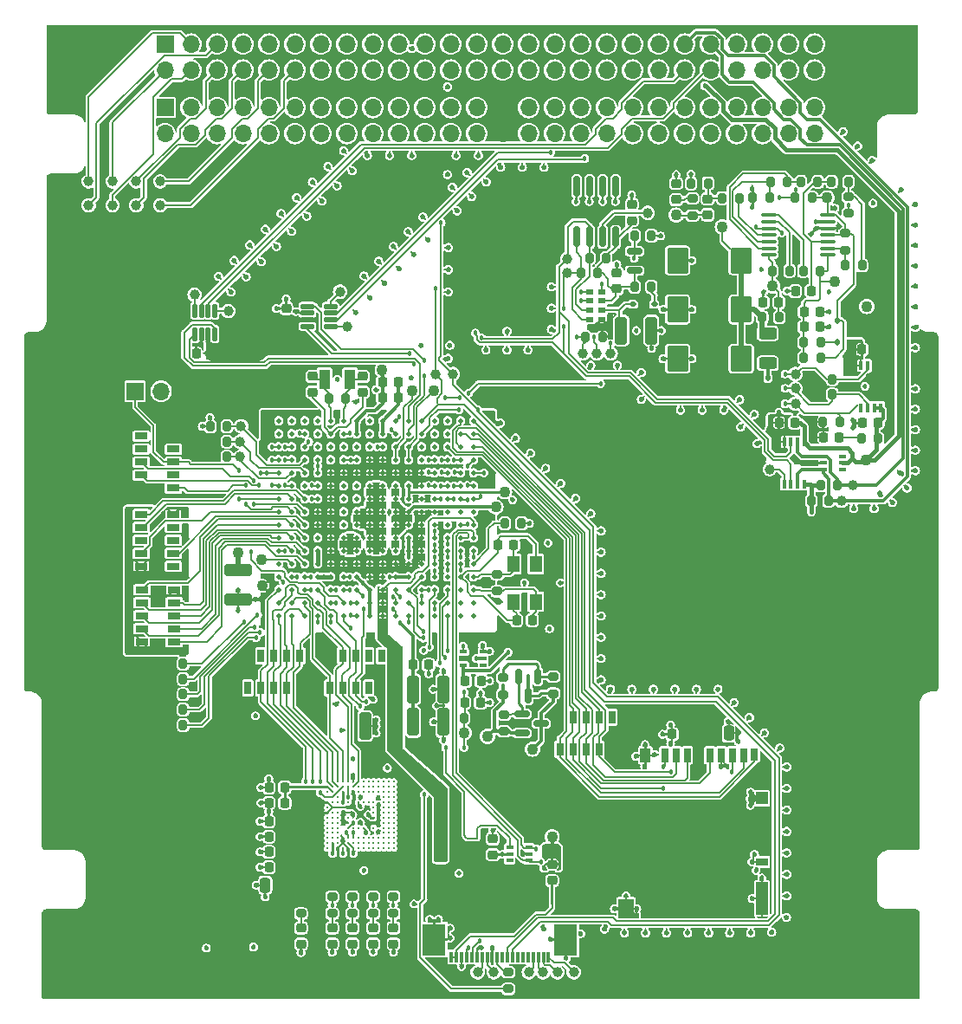
<source format=gtl>
G04 #@! TF.GenerationSoftware,KiCad,Pcbnew,7.0.10*
G04 #@! TF.CreationDate,2024-03-15T14:45:29-06:00*
G04 #@! TF.ProjectId,oresat-c3,6f726573-6174-42d6-9333-2e6b69636164,rev?*
G04 #@! TF.SameCoordinates,Original*
G04 #@! TF.FileFunction,Copper,L1,Top*
G04 #@! TF.FilePolarity,Positive*
%FSLAX46Y46*%
G04 Gerber Fmt 4.6, Leading zero omitted, Abs format (unit mm)*
G04 Created by KiCad (PCBNEW 7.0.10) date 2024-03-15 14:45:29*
%MOMM*%
%LPD*%
G01*
G04 APERTURE LIST*
G04 Aperture macros list*
%AMRoundRect*
0 Rectangle with rounded corners*
0 $1 Rounding radius*
0 $2 $3 $4 $5 $6 $7 $8 $9 X,Y pos of 4 corners*
0 Add a 4 corners polygon primitive as box body*
4,1,4,$2,$3,$4,$5,$6,$7,$8,$9,$2,$3,0*
0 Add four circle primitives for the rounded corners*
1,1,$1+$1,$2,$3*
1,1,$1+$1,$4,$5*
1,1,$1+$1,$6,$7*
1,1,$1+$1,$8,$9*
0 Add four rect primitives between the rounded corners*
20,1,$1+$1,$2,$3,$4,$5,0*
20,1,$1+$1,$4,$5,$6,$7,0*
20,1,$1+$1,$6,$7,$8,$9,0*
20,1,$1+$1,$8,$9,$2,$3,0*%
%AMRotRect*
0 Rectangle, with rotation*
0 The origin of the aperture is its center*
0 $1 length*
0 $2 width*
0 $3 Rotation angle, in degrees counterclockwise*
0 Add horizontal line*
21,1,$1,$2,0,0,$3*%
G04 Aperture macros list end*
G04 #@! TA.AperFunction,SMDPad,CuDef*
%ADD10R,0.711200X1.270000*%
G04 #@! TD*
G04 #@! TA.AperFunction,SMDPad,CuDef*
%ADD11RoundRect,0.218750X0.256250X-0.218750X0.256250X0.218750X-0.256250X0.218750X-0.256250X-0.218750X0*%
G04 #@! TD*
G04 #@! TA.AperFunction,SMDPad,CuDef*
%ADD12RoundRect,0.200000X0.275000X-0.200000X0.275000X0.200000X-0.275000X0.200000X-0.275000X-0.200000X0*%
G04 #@! TD*
G04 #@! TA.AperFunction,SMDPad,CuDef*
%ADD13RoundRect,0.225000X0.225000X0.250000X-0.225000X0.250000X-0.225000X-0.250000X0.225000X-0.250000X0*%
G04 #@! TD*
G04 #@! TA.AperFunction,SMDPad,CuDef*
%ADD14R,0.420000X0.900000*%
G04 #@! TD*
G04 #@! TA.AperFunction,ComponentPad*
%ADD15R,1.700000X1.700000*%
G04 #@! TD*
G04 #@! TA.AperFunction,ComponentPad*
%ADD16O,1.700000X1.700000*%
G04 #@! TD*
G04 #@! TA.AperFunction,SMDPad,CuDef*
%ADD17RoundRect,0.250000X-0.325000X-1.100000X0.325000X-1.100000X0.325000X1.100000X-0.325000X1.100000X0*%
G04 #@! TD*
G04 #@! TA.AperFunction,SMDPad,CuDef*
%ADD18RoundRect,0.200000X-0.200000X-0.275000X0.200000X-0.275000X0.200000X0.275000X-0.200000X0.275000X0*%
G04 #@! TD*
G04 #@! TA.AperFunction,SMDPad,CuDef*
%ADD19C,1.000000*%
G04 #@! TD*
G04 #@! TA.AperFunction,SMDPad,CuDef*
%ADD20RoundRect,0.200000X0.200000X0.275000X-0.200000X0.275000X-0.200000X-0.275000X0.200000X-0.275000X0*%
G04 #@! TD*
G04 #@! TA.AperFunction,SMDPad,CuDef*
%ADD21RoundRect,0.250000X0.250000X0.475000X-0.250000X0.475000X-0.250000X-0.475000X0.250000X-0.475000X0*%
G04 #@! TD*
G04 #@! TA.AperFunction,SMDPad,CuDef*
%ADD22RoundRect,0.125000X0.125000X-0.537500X0.125000X0.537500X-0.125000X0.537500X-0.125000X-0.537500X0*%
G04 #@! TD*
G04 #@! TA.AperFunction,SMDPad,CuDef*
%ADD23RoundRect,0.200000X-0.275000X0.200000X-0.275000X-0.200000X0.275000X-0.200000X0.275000X0.200000X0*%
G04 #@! TD*
G04 #@! TA.AperFunction,SMDPad,CuDef*
%ADD24RoundRect,0.225000X-0.225000X-0.250000X0.225000X-0.250000X0.225000X0.250000X-0.225000X0.250000X0*%
G04 #@! TD*
G04 #@! TA.AperFunction,SMDPad,CuDef*
%ADD25RoundRect,0.150000X-0.150000X0.587500X-0.150000X-0.587500X0.150000X-0.587500X0.150000X0.587500X0*%
G04 #@! TD*
G04 #@! TA.AperFunction,SMDPad,CuDef*
%ADD26RoundRect,0.140000X0.000000X0.000000X0.000000X0.000000X0.000000X0.000000X0.000000X0.000000X0*%
G04 #@! TD*
G04 #@! TA.AperFunction,SMDPad,CuDef*
%ADD27R,0.800000X0.500000*%
G04 #@! TD*
G04 #@! TA.AperFunction,TestPad*
%ADD28C,1.100000*%
G04 #@! TD*
G04 #@! TA.AperFunction,SMDPad,CuDef*
%ADD29R,1.270000X0.711200*%
G04 #@! TD*
G04 #@! TA.AperFunction,SMDPad,CuDef*
%ADD30RoundRect,0.225000X0.250000X-0.225000X0.250000X0.225000X-0.250000X0.225000X-0.250000X-0.225000X0*%
G04 #@! TD*
G04 #@! TA.AperFunction,SMDPad,CuDef*
%ADD31RoundRect,0.112500X-0.112500X0.187500X-0.112500X-0.187500X0.112500X-0.187500X0.112500X0.187500X0*%
G04 #@! TD*
G04 #@! TA.AperFunction,SMDPad,CuDef*
%ADD32RoundRect,0.250000X0.787500X1.025000X-0.787500X1.025000X-0.787500X-1.025000X0.787500X-1.025000X0*%
G04 #@! TD*
G04 #@! TA.AperFunction,SMDPad,CuDef*
%ADD33RoundRect,0.112500X-0.187500X-0.112500X0.187500X-0.112500X0.187500X0.112500X-0.187500X0.112500X0*%
G04 #@! TD*
G04 #@! TA.AperFunction,SMDPad,CuDef*
%ADD34RoundRect,0.100000X-0.637500X-0.100000X0.637500X-0.100000X0.637500X0.100000X-0.637500X0.100000X0*%
G04 #@! TD*
G04 #@! TA.AperFunction,SMDPad,CuDef*
%ADD35RoundRect,0.218750X-0.256250X0.218750X-0.256250X-0.218750X0.256250X-0.218750X0.256250X0.218750X0*%
G04 #@! TD*
G04 #@! TA.AperFunction,SMDPad,CuDef*
%ADD36RoundRect,0.218750X-0.218750X-0.256250X0.218750X-0.256250X0.218750X0.256250X-0.218750X0.256250X0*%
G04 #@! TD*
G04 #@! TA.AperFunction,SMDPad,CuDef*
%ADD37R,0.300000X1.100000*%
G04 #@! TD*
G04 #@! TA.AperFunction,SMDPad,CuDef*
%ADD38R,2.300000X3.100000*%
G04 #@! TD*
G04 #@! TA.AperFunction,SMDPad,CuDef*
%ADD39RoundRect,0.125000X-0.537500X-0.125000X0.537500X-0.125000X0.537500X0.125000X-0.537500X0.125000X0*%
G04 #@! TD*
G04 #@! TA.AperFunction,SMDPad,CuDef*
%ADD40RoundRect,0.250000X-1.100000X0.325000X-1.100000X-0.325000X1.100000X-0.325000X1.100000X0.325000X0*%
G04 #@! TD*
G04 #@! TA.AperFunction,SMDPad,CuDef*
%ADD41R,1.250000X1.600000*%
G04 #@! TD*
G04 #@! TA.AperFunction,SMDPad,CuDef*
%ADD42R,0.650000X0.400000*%
G04 #@! TD*
G04 #@! TA.AperFunction,SMDPad,CuDef*
%ADD43RoundRect,0.150000X-0.587500X-0.150000X0.587500X-0.150000X0.587500X0.150000X-0.587500X0.150000X0*%
G04 #@! TD*
G04 #@! TA.AperFunction,SMDPad,CuDef*
%ADD44R,0.700000X1.400000*%
G04 #@! TD*
G04 #@! TA.AperFunction,SMDPad,CuDef*
%ADD45R,0.700000X1.200000*%
G04 #@! TD*
G04 #@! TA.AperFunction,SMDPad,CuDef*
%ADD46R,0.500000X0.500000*%
G04 #@! TD*
G04 #@! TA.AperFunction,SMDPad,CuDef*
%ADD47R,1.500000X1.900000*%
G04 #@! TD*
G04 #@! TA.AperFunction,SMDPad,CuDef*
%ADD48RotRect,0.210000X0.210000X45.000000*%
G04 #@! TD*
G04 #@! TA.AperFunction,SMDPad,CuDef*
%ADD49R,1.000000X1.400000*%
G04 #@! TD*
G04 #@! TA.AperFunction,SMDPad,CuDef*
%ADD50R,1.200000X1.200000*%
G04 #@! TD*
G04 #@! TA.AperFunction,SMDPad,CuDef*
%ADD51R,1.200000X3.200000*%
G04 #@! TD*
G04 #@! TA.AperFunction,SMDPad,CuDef*
%ADD52R,1.200000X0.800000*%
G04 #@! TD*
G04 #@! TA.AperFunction,SMDPad,CuDef*
%ADD53RoundRect,0.225000X-0.250000X0.225000X-0.250000X-0.225000X0.250000X-0.225000X0.250000X0.225000X0*%
G04 #@! TD*
G04 #@! TA.AperFunction,SMDPad,CuDef*
%ADD54RoundRect,0.250000X0.325000X1.100000X-0.325000X1.100000X-0.325000X-1.100000X0.325000X-1.100000X0*%
G04 #@! TD*
G04 #@! TA.AperFunction,SMDPad,CuDef*
%ADD55RoundRect,0.150000X-0.150000X0.825000X-0.150000X-0.825000X0.150000X-0.825000X0.150000X0.825000X0*%
G04 #@! TD*
G04 #@! TA.AperFunction,SMDPad,CuDef*
%ADD56RoundRect,0.250000X0.625000X-0.312500X0.625000X0.312500X-0.625000X0.312500X-0.625000X-0.312500X0*%
G04 #@! TD*
G04 #@! TA.AperFunction,SMDPad,CuDef*
%ADD57RoundRect,0.250000X0.000000X0.000000X0.000000X0.000000X0.000000X0.000000X0.000000X0.000000X0*%
G04 #@! TD*
G04 #@! TA.AperFunction,SMDPad,CuDef*
%ADD58R,1.100000X1.900000*%
G04 #@! TD*
G04 #@! TA.AperFunction,SMDPad,CuDef*
%ADD59RoundRect,0.250000X-0.250000X-0.475000X0.250000X-0.475000X0.250000X0.475000X-0.250000X0.475000X0*%
G04 #@! TD*
G04 #@! TA.AperFunction,ViaPad*
%ADD60C,0.457200*%
G04 #@! TD*
G04 #@! TA.AperFunction,ViaPad*
%ADD61C,0.500000*%
G04 #@! TD*
G04 #@! TA.AperFunction,Conductor*
%ADD62C,0.254000*%
G04 #@! TD*
G04 #@! TA.AperFunction,Conductor*
%ADD63C,0.152400*%
G04 #@! TD*
G04 #@! TA.AperFunction,Conductor*
%ADD64C,0.200000*%
G04 #@! TD*
G04 #@! TA.AperFunction,Conductor*
%ADD65C,0.127000*%
G04 #@! TD*
G04 #@! TA.AperFunction,Conductor*
%ADD66C,0.300000*%
G04 #@! TD*
G04 #@! TA.AperFunction,Conductor*
%ADD67C,0.400000*%
G04 #@! TD*
G04 #@! TA.AperFunction,Conductor*
%ADD68C,0.250000*%
G04 #@! TD*
G04 #@! TA.AperFunction,Conductor*
%ADD69C,0.406400*%
G04 #@! TD*
G04 #@! TA.AperFunction,Conductor*
%ADD70C,1.400000*%
G04 #@! TD*
G04 #@! TA.AperFunction,Conductor*
%ADD71C,0.380000*%
G04 #@! TD*
G04 #@! TA.AperFunction,Conductor*
%ADD72C,0.150000*%
G04 #@! TD*
G04 #@! TA.AperFunction,Conductor*
%ADD73C,0.304800*%
G04 #@! TD*
G04 #@! TA.AperFunction,Conductor*
%ADD74C,0.500000*%
G04 #@! TD*
G04 APERTURE END LIST*
D10*
X94360000Y-111274800D03*
X95630000Y-111274800D03*
X96900000Y-111274800D03*
X98170000Y-111274800D03*
X99440000Y-111274800D03*
X99440000Y-108125200D03*
X98170000Y-108125200D03*
X96900000Y-108125200D03*
X95630000Y-108125200D03*
X94360000Y-108125200D03*
D11*
X100600000Y-136300000D03*
X100600000Y-134725000D03*
D12*
X110750000Y-101825000D03*
X110750000Y-100175000D03*
D13*
X89975000Y-128800000D03*
X88425000Y-128800000D03*
D14*
X148245000Y-79790200D03*
X147595000Y-79790200D03*
X146945000Y-79790200D03*
X146295000Y-79790200D03*
X146295000Y-83890200D03*
X146945000Y-83890200D03*
X147595000Y-83890200D03*
X148245000Y-83890200D03*
D15*
X75330000Y-82280000D03*
D16*
X77870000Y-82280000D03*
D17*
X122862500Y-76350000D03*
X125812500Y-76350000D03*
D18*
X119362500Y-76950000D03*
X121012500Y-76950000D03*
D19*
X77777000Y-64100000D03*
D15*
X78250000Y-48350000D03*
D16*
X78250000Y-50890000D03*
X80790000Y-48350000D03*
X80790000Y-50890000D03*
X83330000Y-48350000D03*
X83330000Y-50890000D03*
X85870000Y-48350000D03*
X85870000Y-50890000D03*
X88410000Y-48350000D03*
X88410000Y-50890000D03*
X90950000Y-48350000D03*
X90950000Y-50890000D03*
X93490000Y-48350000D03*
X93490000Y-50890000D03*
X96030000Y-48350000D03*
X96030000Y-50890000D03*
X98570000Y-48350000D03*
X98570000Y-50890000D03*
X101110000Y-48350000D03*
X101110000Y-50890000D03*
X103650000Y-48350000D03*
X103650000Y-50890000D03*
X106190000Y-48350000D03*
X106190000Y-50890000D03*
X108730000Y-48350000D03*
X108730000Y-50890000D03*
X111270000Y-48350000D03*
X111270000Y-50890000D03*
X113810000Y-48350000D03*
X113810000Y-50890000D03*
X116350000Y-48350000D03*
X116350000Y-50890000D03*
X118890000Y-48350000D03*
X118890000Y-50890000D03*
X121430000Y-48350000D03*
X121430000Y-50890000D03*
X123970000Y-48350000D03*
X123970000Y-50890000D03*
X126510000Y-48350000D03*
X126510000Y-50890000D03*
X129050000Y-48350000D03*
X129050000Y-50890000D03*
X131590000Y-48350000D03*
X131590000Y-50890000D03*
X134130000Y-48350000D03*
X134130000Y-50890000D03*
X136670000Y-48350000D03*
X136670000Y-50890000D03*
X139210000Y-48350000D03*
X139210000Y-50890000D03*
X141750000Y-48350000D03*
X141750000Y-50890000D03*
D20*
X95925000Y-83000000D03*
X94275000Y-83000000D03*
X142087500Y-61800000D03*
X140437500Y-61800000D03*
D19*
X81150000Y-72850000D03*
D21*
X89950000Y-130550000D03*
X88050000Y-130550000D03*
D19*
X108820000Y-139068000D03*
D18*
X82675000Y-88700000D03*
X84325000Y-88700000D03*
D19*
X106400000Y-80600000D03*
D22*
X81175000Y-76687500D03*
X81825000Y-76687500D03*
X82475000Y-76687500D03*
X83125000Y-76687500D03*
X83125000Y-74412500D03*
X82475000Y-74412500D03*
X81825000Y-74412500D03*
X81175000Y-74412500D03*
D19*
X121837500Y-78600000D03*
D23*
X116200000Y-110175000D03*
X116200000Y-111825000D03*
D24*
X110775000Y-97300000D03*
X112325000Y-97300000D03*
D19*
X145487500Y-91500000D03*
D10*
X121940000Y-114125200D03*
X120670000Y-114125200D03*
X119400000Y-114125200D03*
X118130000Y-114125200D03*
X116860000Y-114125200D03*
X116860000Y-117274800D03*
X118130000Y-117274800D03*
X119400000Y-117274800D03*
X120670000Y-117274800D03*
X121940000Y-117274800D03*
D25*
X114712500Y-110143750D03*
X112812500Y-110143750D03*
X113762500Y-112018750D03*
D15*
X78260000Y-54550000D03*
D16*
X78260000Y-57090000D03*
X80800000Y-54550000D03*
X80800000Y-57090000D03*
X83340000Y-54550000D03*
X83340000Y-57090000D03*
X85880000Y-54550000D03*
X85880000Y-57090000D03*
X88420000Y-54550000D03*
X88420000Y-57090000D03*
X90960000Y-54550000D03*
X90960000Y-57090000D03*
X93500000Y-54550000D03*
X93500000Y-57090000D03*
X96040000Y-54550000D03*
X96040000Y-57090000D03*
X98580000Y-54550000D03*
X98580000Y-57090000D03*
X101120000Y-54550000D03*
X101120000Y-57090000D03*
X103660000Y-54550000D03*
X103660000Y-57090000D03*
X106200000Y-54550000D03*
X106200000Y-57090000D03*
X108740000Y-54550000D03*
X108740000Y-57090000D03*
X111280000Y-54550000D03*
X111280000Y-57090000D03*
X113820000Y-54550000D03*
X113820000Y-57090000D03*
X116360000Y-54550000D03*
X116360000Y-57090000D03*
X118900000Y-54550000D03*
X118900000Y-57090000D03*
X121440000Y-54550000D03*
X121440000Y-57090000D03*
X123980000Y-54550000D03*
X123980000Y-57090000D03*
X126520000Y-54550000D03*
X126520000Y-57090000D03*
X129060000Y-54550000D03*
X129060000Y-57090000D03*
X131600000Y-54550000D03*
X131600000Y-57090000D03*
X134140000Y-54550000D03*
X134140000Y-57090000D03*
X136680000Y-54550000D03*
X136680000Y-57090000D03*
X139220000Y-54550000D03*
X139220000Y-57090000D03*
X141760000Y-54550000D03*
X141760000Y-57090000D03*
D18*
X141862500Y-82600000D03*
X143512500Y-82600000D03*
D26*
X94150000Y-120450000D03*
X94650000Y-120450000D03*
X95150000Y-120450000D03*
X95650000Y-120450000D03*
X96150000Y-120450000D03*
X96650000Y-120450000D03*
X97150000Y-120450000D03*
X97650000Y-120450000D03*
X98150000Y-120450000D03*
X98650000Y-120450000D03*
X99150000Y-120450000D03*
X99650000Y-120450000D03*
X100150000Y-120450000D03*
X100650000Y-120450000D03*
X94150000Y-120950000D03*
X94650000Y-120950000D03*
X95150000Y-120950000D03*
X95650000Y-120950000D03*
X96150000Y-120950000D03*
X96650000Y-120950000D03*
X97150000Y-120950000D03*
X97650000Y-120950000D03*
X98150000Y-120950000D03*
X98650000Y-120950000D03*
X99150000Y-120950000D03*
X99650000Y-120950000D03*
X100150000Y-120950000D03*
X100650000Y-120950000D03*
X94150000Y-121450000D03*
X94650000Y-121450000D03*
X95150000Y-121450000D03*
X95650000Y-121450000D03*
X96150000Y-121450000D03*
X96650000Y-121450000D03*
X97150000Y-121450000D03*
X97650000Y-121450000D03*
X98150000Y-121450000D03*
X98650000Y-121450000D03*
X99150000Y-121450000D03*
X99650000Y-121450000D03*
X100150000Y-121450000D03*
X100650000Y-121450000D03*
X94150000Y-121950000D03*
X94650000Y-121950000D03*
X95150000Y-121950000D03*
X95650000Y-121950000D03*
X99650000Y-121950000D03*
X100150000Y-121950000D03*
X100650000Y-121950000D03*
X94150000Y-122450000D03*
X94650000Y-122450000D03*
X95150000Y-122450000D03*
X96150000Y-122450000D03*
X96650000Y-122450000D03*
X97150000Y-122450000D03*
X97650000Y-122450000D03*
X98150000Y-122450000D03*
X98650000Y-122450000D03*
X99650000Y-122450000D03*
X100150000Y-122450000D03*
X100650000Y-122450000D03*
X94150000Y-122950000D03*
X94650000Y-122950000D03*
X95150000Y-122950000D03*
X96150000Y-122950000D03*
X98650000Y-122950000D03*
X99650000Y-122950000D03*
X100150000Y-122950000D03*
X100650000Y-122950000D03*
X94150000Y-123450000D03*
X94650000Y-123450000D03*
X95150000Y-123450000D03*
X96150000Y-123450000D03*
X98650000Y-123450000D03*
X99650000Y-123450000D03*
X100150000Y-123450000D03*
X100650000Y-123450000D03*
X94150000Y-123950000D03*
X94650000Y-123950000D03*
X95150000Y-123950000D03*
X96150000Y-123950000D03*
X98650000Y-123950000D03*
X99650000Y-123950000D03*
X100150000Y-123950000D03*
X100650000Y-123950000D03*
X94150000Y-124450000D03*
X94650000Y-124450000D03*
X95150000Y-124450000D03*
X96150000Y-124450000D03*
X98650000Y-124450000D03*
X99650000Y-124450000D03*
X100150000Y-124450000D03*
X100650000Y-124450000D03*
X94150000Y-124950000D03*
X94650000Y-124950000D03*
X95150000Y-124950000D03*
X96150000Y-124950000D03*
X96650000Y-124950000D03*
X97150000Y-124950000D03*
X97650000Y-124950000D03*
X98150000Y-124950000D03*
X98650000Y-124950000D03*
X99650000Y-124950000D03*
X100150000Y-124950000D03*
X100650000Y-124950000D03*
X94150000Y-125450000D03*
X94650000Y-125450000D03*
X95150000Y-125450000D03*
X99650000Y-125450000D03*
X100150000Y-125450000D03*
X100650000Y-125450000D03*
X94150000Y-125950000D03*
X94650000Y-125950000D03*
X95150000Y-125950000D03*
X95650000Y-125950000D03*
X96150000Y-125950000D03*
X96650000Y-125950000D03*
X97150000Y-125950000D03*
X97650000Y-125950000D03*
X98150000Y-125950000D03*
X98650000Y-125950000D03*
X99150000Y-125950000D03*
X99650000Y-125950000D03*
X100150000Y-125950000D03*
X100650000Y-125950000D03*
X94150000Y-126450000D03*
X94650000Y-126450000D03*
X95150000Y-126450000D03*
X95650000Y-126450000D03*
X96150000Y-126450000D03*
X96650000Y-126450000D03*
X97150000Y-126450000D03*
X97650000Y-126450000D03*
X98150000Y-126450000D03*
X98650000Y-126450000D03*
X99150000Y-126450000D03*
X99650000Y-126450000D03*
X100150000Y-126450000D03*
X100650000Y-126450000D03*
X94150000Y-126950000D03*
X94650000Y-126950000D03*
X95150000Y-126950000D03*
X95650000Y-126950000D03*
X96150000Y-126950000D03*
X96650000Y-126950000D03*
X97150000Y-126950000D03*
X97650000Y-126950000D03*
X98150000Y-126950000D03*
X98650000Y-126950000D03*
X99150000Y-126950000D03*
X99650000Y-126950000D03*
X100150000Y-126950000D03*
X100650000Y-126950000D03*
D19*
X115220000Y-139068000D03*
D27*
X119762500Y-72550000D03*
X119762500Y-73450000D03*
X119762500Y-74350000D03*
X119762500Y-75250000D03*
X120962500Y-75250000D03*
X120962500Y-74350000D03*
X120962500Y-73450000D03*
X120962500Y-72550000D03*
D28*
X85500000Y-84100000D03*
X116100000Y-125800000D03*
D19*
X73123000Y-61773000D03*
D18*
X144762500Y-69987500D03*
X146412500Y-69987500D03*
D13*
X89975000Y-127300000D03*
X88425000Y-127300000D03*
D20*
X139087500Y-61800000D03*
X137437500Y-61800000D03*
D24*
X99525000Y-81400000D03*
X101075000Y-81400000D03*
D13*
X89975000Y-121000000D03*
X88425000Y-121000000D03*
D29*
X75935200Y-86670000D03*
X75935200Y-87940000D03*
X75935200Y-89210000D03*
X75935200Y-90480000D03*
X75935200Y-91750000D03*
X79084800Y-91750000D03*
X79084800Y-90480000D03*
X79084800Y-89210000D03*
X79084800Y-87940000D03*
X79084800Y-86670000D03*
D19*
X125437500Y-64850000D03*
D28*
X132762500Y-66200000D03*
D11*
X98600000Y-136300000D03*
X98600000Y-134725000D03*
D30*
X123892500Y-65600000D03*
X123892500Y-64050000D03*
D24*
X107550000Y-112700000D03*
X109100000Y-112700000D03*
D11*
X116100000Y-130087500D03*
X116100000Y-128512500D03*
D28*
X114200000Y-117250000D03*
D18*
X78375000Y-113400000D03*
X80025000Y-113400000D03*
D24*
X102475000Y-109025000D03*
X104025000Y-109025000D03*
D31*
X144000000Y-75350000D03*
X144000000Y-77450000D03*
D32*
X134600000Y-69500000D03*
X128375000Y-69500000D03*
D12*
X129825000Y-65100000D03*
X129825000Y-63450000D03*
D10*
X86360000Y-111274800D03*
X87630000Y-111274800D03*
X88900000Y-111274800D03*
X90170000Y-111274800D03*
X91440000Y-111274800D03*
X91440000Y-108125200D03*
X90170000Y-108125200D03*
X88900000Y-108125200D03*
X87630000Y-108125200D03*
X86360000Y-108125200D03*
D33*
X123987500Y-73800000D03*
X126087500Y-73800000D03*
D28*
X110600000Y-93600000D03*
D18*
X78375000Y-114900000D03*
X80025000Y-114900000D03*
D20*
X142350000Y-77500000D03*
X140700000Y-77500000D03*
D19*
X85600000Y-87200000D03*
D17*
X102525000Y-111400000D03*
X105475000Y-111400000D03*
D28*
X87800000Y-101300000D03*
D12*
X145062500Y-64912500D03*
X145062500Y-63262500D03*
D19*
X110420000Y-139068000D03*
D31*
X137187500Y-80950000D03*
X137187500Y-83050000D03*
D20*
X139312500Y-70512500D03*
X137662500Y-70512500D03*
D32*
X134600000Y-79100000D03*
X128375000Y-79100000D03*
X134600000Y-74300000D03*
X128375000Y-74300000D03*
D13*
X89975000Y-122500000D03*
X88425000Y-122500000D03*
D34*
X137300000Y-65062500D03*
X137300000Y-65712500D03*
X137300000Y-66362500D03*
X137300000Y-67012500D03*
X137300000Y-67662500D03*
X137300000Y-68312500D03*
X137300000Y-68962500D03*
X143025000Y-68962500D03*
X143025000Y-68312500D03*
X143025000Y-67662500D03*
X143025000Y-67012500D03*
X143025000Y-66362500D03*
X143025000Y-65712500D03*
X143025000Y-65062500D03*
D18*
X141462500Y-93000000D03*
X143112500Y-93000000D03*
D28*
X143762500Y-71587500D03*
D23*
X100600000Y-131662500D03*
X100600000Y-133312500D03*
D28*
X107500000Y-115650000D03*
X87700000Y-98700000D03*
D35*
X128225000Y-61975000D03*
X128225000Y-63550000D03*
D19*
X85700000Y-85700000D03*
D30*
X97600000Y-82375000D03*
X97600000Y-80825000D03*
D19*
X96050000Y-75950000D03*
D20*
X137387500Y-63387500D03*
X135737500Y-63387500D03*
D13*
X147950000Y-78200000D03*
X146400000Y-78200000D03*
D24*
X112625000Y-104650000D03*
X114175000Y-104650000D03*
D18*
X146340000Y-86920000D03*
X147990000Y-86920000D03*
D28*
X142987500Y-63387500D03*
D19*
X75450000Y-61773000D03*
D23*
X111820000Y-139043000D03*
X111820000Y-140693000D03*
D30*
X122437500Y-72275000D03*
X122437500Y-70725000D03*
D36*
X142627500Y-86780000D03*
X144202500Y-86780000D03*
D37*
X106250000Y-137568000D03*
X106750000Y-137568000D03*
X107250000Y-137568000D03*
X107750000Y-137568000D03*
X108250000Y-137568000D03*
X108750000Y-137568000D03*
X109250000Y-137568000D03*
X109750000Y-137568000D03*
X110250000Y-137568000D03*
X110750000Y-137568000D03*
X111250000Y-137568000D03*
X111750000Y-137568000D03*
X112250000Y-137568000D03*
X112750000Y-137568000D03*
X113250000Y-137568000D03*
X113750000Y-137568000D03*
X114250000Y-137568000D03*
X114750000Y-137568000D03*
X115250000Y-137568000D03*
X115750000Y-137568000D03*
D38*
X117420000Y-135868000D03*
X104580000Y-135868000D03*
D19*
X113820000Y-139068000D03*
D20*
X141512500Y-63387500D03*
X139862500Y-63387500D03*
X84325000Y-85700000D03*
X82675000Y-85700000D03*
D19*
X139887500Y-83500000D03*
X75450000Y-64100000D03*
D24*
X107625000Y-110600000D03*
X109175000Y-110600000D03*
D39*
X92175000Y-74000000D03*
X92175000Y-74650000D03*
X92175000Y-75300000D03*
X92175000Y-75950000D03*
X94450000Y-75950000D03*
X94450000Y-75300000D03*
X94450000Y-74650000D03*
X94450000Y-74000000D03*
D14*
X140762500Y-87250000D03*
X140112500Y-87250000D03*
X139462500Y-87250000D03*
X138812500Y-87250000D03*
X138812500Y-91350000D03*
X139462500Y-91350000D03*
X140112500Y-91350000D03*
X140762500Y-91350000D03*
D19*
X116620000Y-139068000D03*
D40*
X85400000Y-99725000D03*
X85400000Y-102675000D03*
D24*
X99525000Y-82900000D03*
X101075000Y-82900000D03*
D18*
X136662500Y-75062500D03*
X138312500Y-75062500D03*
D28*
X109800000Y-116000000D03*
D19*
X137387500Y-89900000D03*
D29*
X75925200Y-94310000D03*
X75925200Y-95580000D03*
X75925200Y-96850000D03*
X75925200Y-98120000D03*
X75925200Y-99390000D03*
X79074800Y-99390000D03*
X79074800Y-98120000D03*
X79074800Y-96850000D03*
X79074800Y-95580000D03*
X79074800Y-94310000D03*
D13*
X82850000Y-78550000D03*
X81300000Y-78550000D03*
D41*
X114500000Y-102850000D03*
X114500000Y-99150000D03*
X112300000Y-99150000D03*
X112300000Y-102850000D03*
D42*
X113850000Y-128150000D03*
X113850000Y-127500000D03*
X113850000Y-126850000D03*
X111950000Y-126850000D03*
X111950000Y-127500000D03*
X111950000Y-128150000D03*
D30*
X90117500Y-75730000D03*
X90117500Y-74180000D03*
D28*
X128225000Y-65062500D03*
D18*
X124162500Y-72050000D03*
X125812500Y-72050000D03*
D11*
X96600000Y-136300000D03*
X96600000Y-134725000D03*
D13*
X139840000Y-85340000D03*
X138290000Y-85340000D03*
D18*
X107500000Y-114200000D03*
X109150000Y-114200000D03*
X140662500Y-70512500D03*
X142312500Y-70512500D03*
D28*
X111450000Y-92100000D03*
D24*
X139887500Y-72487500D03*
X141437500Y-72487500D03*
D23*
X91550000Y-131675000D03*
X91550000Y-133325000D03*
D43*
X113162500Y-113800000D03*
X113162500Y-115700000D03*
X115037500Y-114750000D03*
D18*
X78375000Y-110400000D03*
X80025000Y-110400000D03*
X132737500Y-63400000D03*
X134387500Y-63400000D03*
D19*
X139887500Y-80600000D03*
D28*
X146787500Y-89000000D03*
D20*
X121412500Y-69250000D03*
X119762500Y-69250000D03*
D23*
X94600000Y-131662500D03*
X94600000Y-133312500D03*
D28*
X146880000Y-74000000D03*
D20*
X144240000Y-85280000D03*
X142590000Y-85280000D03*
D29*
X79149600Y-106750000D03*
X79149600Y-105480000D03*
X79149600Y-104210000D03*
X79149600Y-102940000D03*
X79149600Y-101670000D03*
X76000000Y-101670000D03*
X76000000Y-102940000D03*
X76000000Y-104210000D03*
X76000000Y-105480000D03*
X76000000Y-106750000D03*
D19*
X118220000Y-139068000D03*
D44*
X127125000Y-117863500D03*
X128225000Y-117863500D03*
X129325000Y-117863500D03*
X130425000Y-117863500D03*
X131525000Y-117863500D03*
X132625000Y-117863500D03*
X133725000Y-117863500D03*
X134825000Y-117863500D03*
D45*
X135875000Y-117763500D03*
D46*
X124325000Y-133563500D03*
D47*
X123325000Y-132863500D03*
D48*
X124075000Y-133313500D03*
D49*
X125225000Y-117863500D03*
D50*
X136625000Y-122063500D03*
D51*
X136625000Y-131863500D03*
D52*
X136625000Y-128263500D03*
D28*
X137662500Y-71987500D03*
D19*
X70796000Y-61773000D03*
D30*
X131325000Y-65037500D03*
X131325000Y-63487500D03*
D17*
X102525000Y-114600000D03*
X105475000Y-114600000D03*
D53*
X110300000Y-126025000D03*
X110300000Y-127575000D03*
D19*
X70796000Y-64100000D03*
X139887500Y-82000000D03*
D12*
X111400000Y-115525000D03*
X111400000Y-113875000D03*
D28*
X85400000Y-98100000D03*
D19*
X77777000Y-61773000D03*
D13*
X129375000Y-115800000D03*
X127825000Y-115800000D03*
D20*
X131350000Y-61962500D03*
X129700000Y-61962500D03*
D18*
X141862500Y-81100000D03*
X143512500Y-81100000D03*
D13*
X142300000Y-76000000D03*
X140750000Y-76000000D03*
D54*
X100775000Y-115000000D03*
X97825000Y-115000000D03*
D18*
X78375000Y-111900000D03*
X80025000Y-111900000D03*
D19*
X144387500Y-93000000D03*
X84450000Y-74450000D03*
D24*
X136712500Y-73587500D03*
X138262500Y-73587500D03*
D19*
X117587500Y-70750000D03*
X95367500Y-72555000D03*
D55*
X122297500Y-62250000D03*
X121027500Y-62250000D03*
X119757500Y-62250000D03*
X118487500Y-62250000D03*
X118487500Y-67200000D03*
X119757500Y-67200000D03*
X121027500Y-67200000D03*
X122297500Y-67200000D03*
D13*
X142300000Y-74500000D03*
X140750000Y-74500000D03*
D20*
X113125000Y-95200000D03*
X111475000Y-95200000D03*
D19*
X120487500Y-78600000D03*
D23*
X98600000Y-131662500D03*
X98600000Y-133312500D03*
D19*
X85600000Y-88700000D03*
D20*
X120562500Y-70750000D03*
X118912500Y-70750000D03*
D18*
X78375000Y-108910000D03*
X80025000Y-108910000D03*
D23*
X96600000Y-131662500D03*
X96600000Y-133312500D03*
D19*
X73123000Y-64100000D03*
D42*
X142600000Y-88650000D03*
X142600000Y-89300000D03*
X142600000Y-89950000D03*
X144500000Y-89950000D03*
X144500000Y-89300000D03*
X144500000Y-88650000D03*
D56*
X137187500Y-79562500D03*
X137187500Y-76637500D03*
D20*
X142350000Y-79000000D03*
X140700000Y-79000000D03*
D11*
X91550000Y-136300000D03*
X91550000Y-134725000D03*
D19*
X119137500Y-78600000D03*
D18*
X124175000Y-67100000D03*
X125825000Y-67100000D03*
X82675000Y-87200000D03*
X84325000Y-87200000D03*
D19*
X117587500Y-69350000D03*
D57*
X89375000Y-85175000D03*
X90645000Y-85175000D03*
X91915000Y-85175000D03*
X93185000Y-85175000D03*
X94455000Y-85175000D03*
X95725000Y-85175000D03*
X96995000Y-85175000D03*
X98265000Y-85175000D03*
X99535000Y-85175000D03*
X100805000Y-85175000D03*
X102075000Y-85175000D03*
X103345000Y-85175000D03*
X104615000Y-85175000D03*
X105885000Y-85175000D03*
X107155000Y-85175000D03*
X108425000Y-85175000D03*
X89375000Y-86445000D03*
X90645000Y-86445000D03*
X91915000Y-86445000D03*
X93185000Y-86445000D03*
X94455000Y-86445000D03*
X95725000Y-86445000D03*
X96995000Y-86445000D03*
X98265000Y-86445000D03*
X99535000Y-86445000D03*
X100805000Y-86445000D03*
X102075000Y-86445000D03*
X103345000Y-86445000D03*
X104615000Y-86445000D03*
X105885000Y-86445000D03*
X107155000Y-86445000D03*
X108425000Y-86445000D03*
X89375000Y-87715000D03*
X90645000Y-87715000D03*
X91915000Y-87715000D03*
X93185000Y-87715000D03*
X94455000Y-87715000D03*
X95725000Y-87715000D03*
X96995000Y-87715000D03*
X98265000Y-87715000D03*
X99535000Y-87715000D03*
X100805000Y-87715000D03*
X102075000Y-87715000D03*
X103345000Y-87715000D03*
X104615000Y-87715000D03*
X105885000Y-87715000D03*
X107155000Y-87715000D03*
X108425000Y-87715000D03*
X89375000Y-88985000D03*
X90645000Y-88985000D03*
X91915000Y-88985000D03*
X93185000Y-88985000D03*
X94455000Y-88985000D03*
X95725000Y-88985000D03*
X96995000Y-88985000D03*
X98265000Y-88985000D03*
X99535000Y-88985000D03*
X100805000Y-88985000D03*
X102075000Y-88985000D03*
X103345000Y-88985000D03*
X104615000Y-88985000D03*
X105885000Y-88985000D03*
X107155000Y-88985000D03*
X108425000Y-88985000D03*
X89375000Y-90255000D03*
X90645000Y-90255000D03*
X91915000Y-90255000D03*
X93185000Y-90255000D03*
X94455000Y-90255000D03*
X95725000Y-90255000D03*
X96995000Y-90255000D03*
X98265000Y-90255000D03*
X99535000Y-90255000D03*
X100805000Y-90255000D03*
X102075000Y-90255000D03*
X103345000Y-90255000D03*
X104615000Y-90255000D03*
X105885000Y-90255000D03*
X107155000Y-90255000D03*
X108425000Y-90255000D03*
X89375000Y-91525000D03*
X90645000Y-91525000D03*
X91915000Y-91525000D03*
X93185000Y-91525000D03*
X94455000Y-91525000D03*
X95725000Y-91525000D03*
X96995000Y-91525000D03*
X98265000Y-91525000D03*
X99535000Y-91525000D03*
X100805000Y-91525000D03*
X102075000Y-91525000D03*
X103345000Y-91525000D03*
X104615000Y-91525000D03*
X105885000Y-91525000D03*
X107155000Y-91525000D03*
X108425000Y-91525000D03*
X89375000Y-92795000D03*
X90645000Y-92795000D03*
X91915000Y-92795000D03*
X93185000Y-92795000D03*
X94455000Y-92795000D03*
X95725000Y-92795000D03*
X96995000Y-92795000D03*
X98265000Y-92795000D03*
X99535000Y-92795000D03*
X100805000Y-92795000D03*
X102075000Y-92795000D03*
X103345000Y-92795000D03*
X104615000Y-92795000D03*
X105885000Y-92795000D03*
X107155000Y-92795000D03*
X108425000Y-92795000D03*
X89375000Y-94065000D03*
X90645000Y-94065000D03*
X91915000Y-94065000D03*
X93185000Y-94065000D03*
X94455000Y-94065000D03*
X95725000Y-94065000D03*
X96995000Y-94065000D03*
X98265000Y-94065000D03*
X99535000Y-94065000D03*
X100805000Y-94065000D03*
X102075000Y-94065000D03*
X103345000Y-94065000D03*
X104615000Y-94065000D03*
X105885000Y-94065000D03*
X107155000Y-94065000D03*
X108425000Y-94065000D03*
X89375000Y-95335000D03*
X90645000Y-95335000D03*
X91915000Y-95335000D03*
X93185000Y-95335000D03*
X94455000Y-95335000D03*
X95725000Y-95335000D03*
X96995000Y-95335000D03*
X98265000Y-95335000D03*
X99535000Y-95335000D03*
X100805000Y-95335000D03*
X102075000Y-95335000D03*
X103345000Y-95335000D03*
X104615000Y-95335000D03*
X105885000Y-95335000D03*
X107155000Y-95335000D03*
X108425000Y-95335000D03*
X89375000Y-96605000D03*
X90645000Y-96605000D03*
X91915000Y-96605000D03*
X93185000Y-96605000D03*
X94455000Y-96605000D03*
X95725000Y-96605000D03*
X96995000Y-96605000D03*
X98265000Y-96605000D03*
X99535000Y-96605000D03*
X100805000Y-96605000D03*
X102075000Y-96605000D03*
X103345000Y-96605000D03*
X104615000Y-96605000D03*
X105885000Y-96605000D03*
X107155000Y-96605000D03*
X108425000Y-96605000D03*
X89375000Y-97875000D03*
X90645000Y-97875000D03*
X91915000Y-97875000D03*
X93185000Y-97875000D03*
X94455000Y-97875000D03*
X95725000Y-97875000D03*
X96995000Y-97875000D03*
X98265000Y-97875000D03*
X99535000Y-97875000D03*
X100805000Y-97875000D03*
X102075000Y-97875000D03*
X103345000Y-97875000D03*
X104615000Y-97875000D03*
X105885000Y-97875000D03*
X107155000Y-97875000D03*
X108425000Y-97875000D03*
X89375000Y-99145000D03*
X90645000Y-99145000D03*
X91915000Y-99145000D03*
X93185000Y-99145000D03*
X94455000Y-99145000D03*
X95725000Y-99145000D03*
X96995000Y-99145000D03*
X98265000Y-99145000D03*
X99535000Y-99145000D03*
X100805000Y-99145000D03*
X102075000Y-99145000D03*
X103345000Y-99145000D03*
X104615000Y-99145000D03*
X105885000Y-99145000D03*
X107155000Y-99145000D03*
X108425000Y-99145000D03*
X89375000Y-100415000D03*
X90645000Y-100415000D03*
X91915000Y-100415000D03*
X93185000Y-100415000D03*
X94455000Y-100415000D03*
X95725000Y-100415000D03*
X96995000Y-100415000D03*
X98265000Y-100415000D03*
X99535000Y-100415000D03*
X100805000Y-100415000D03*
X102075000Y-100415000D03*
X103345000Y-100415000D03*
X104615000Y-100415000D03*
X105885000Y-100415000D03*
X107155000Y-100415000D03*
X108425000Y-100415000D03*
X89375000Y-101685000D03*
X90645000Y-101685000D03*
X91915000Y-101685000D03*
X93185000Y-101685000D03*
X94455000Y-101685000D03*
X95725000Y-101685000D03*
X96995000Y-101685000D03*
X98265000Y-101685000D03*
X99535000Y-101685000D03*
X100805000Y-101685000D03*
X102075000Y-101685000D03*
X103345000Y-101685000D03*
X104615000Y-101685000D03*
X105885000Y-101685000D03*
X107155000Y-101685000D03*
X108425000Y-101685000D03*
X89375000Y-102955000D03*
X90645000Y-102955000D03*
X91915000Y-102955000D03*
X93185000Y-102955000D03*
X94455000Y-102955000D03*
X95725000Y-102955000D03*
X96995000Y-102955000D03*
X98265000Y-102955000D03*
X99535000Y-102955000D03*
X100805000Y-102955000D03*
X102075000Y-102955000D03*
X103345000Y-102955000D03*
X104615000Y-102955000D03*
X105885000Y-102955000D03*
X107155000Y-102955000D03*
X108425000Y-102955000D03*
X89375000Y-104225000D03*
X90645000Y-104225000D03*
X91915000Y-104225000D03*
X93185000Y-104225000D03*
X94455000Y-104225000D03*
X95725000Y-104225000D03*
X96995000Y-104225000D03*
X98265000Y-104225000D03*
X99535000Y-104225000D03*
X100805000Y-104225000D03*
X102075000Y-104225000D03*
X103345000Y-104225000D03*
X104615000Y-104225000D03*
X105885000Y-104225000D03*
X107155000Y-104225000D03*
X108425000Y-104225000D03*
D13*
X89975000Y-124300000D03*
X88425000Y-124300000D03*
D12*
X144762500Y-68512500D03*
X144762500Y-66862500D03*
D13*
X147960000Y-85400000D03*
X146410000Y-85400000D03*
D18*
X142362500Y-91500000D03*
X144012500Y-91500000D03*
D19*
X104700000Y-80600000D03*
D13*
X89975000Y-125800000D03*
X88425000Y-125800000D03*
D42*
X109350000Y-109050000D03*
X109350000Y-108400000D03*
X109350000Y-107750000D03*
X107450000Y-107750000D03*
X107450000Y-109050000D03*
D58*
X93850000Y-81100000D03*
X96350000Y-81100000D03*
D43*
X124162500Y-68600000D03*
X124162500Y-70500000D03*
X126037500Y-69550000D03*
D11*
X94600000Y-136300000D03*
X94600000Y-134725000D03*
D59*
X131500000Y-115700000D03*
X133400000Y-115700000D03*
D20*
X145087500Y-61800000D03*
X143437500Y-61800000D03*
D12*
X111300000Y-111925000D03*
X111300000Y-110275000D03*
D30*
X92650000Y-82375000D03*
X92650000Y-80825000D03*
D28*
X102400000Y-82200000D03*
X99500000Y-80200000D03*
X104500000Y-82200000D03*
D60*
X100600000Y-103600000D03*
X101200000Y-102350000D03*
X101200000Y-104925000D03*
X100600000Y-102350000D03*
X126300000Y-84350000D03*
X151850000Y-79500000D03*
X93500000Y-127350000D03*
X130200000Y-115800000D03*
X81900000Y-87200000D03*
X77500000Y-111900000D03*
X152450000Y-79500000D03*
X90850000Y-127300000D03*
X86400000Y-109200000D03*
X125500000Y-84900000D03*
X93500000Y-123450000D03*
X81900000Y-88700000D03*
X116900000Y-115200000D03*
X94350000Y-109100000D03*
X99450000Y-110200000D03*
X77500000Y-113400000D03*
X148300000Y-77200000D03*
X85400000Y-82800000D03*
X108750000Y-116850000D03*
X77010000Y-91772500D03*
X78010000Y-86610000D03*
X151700000Y-80050000D03*
X122000000Y-115800000D03*
X139050000Y-114500000D03*
X90850000Y-128800000D03*
X141087500Y-82600000D03*
X91431250Y-110300000D03*
X146987500Y-80800000D03*
X77500000Y-114900000D03*
X147600000Y-77200000D03*
X90850000Y-124300000D03*
X90850000Y-125800000D03*
X138300000Y-113650000D03*
X138300000Y-112900000D03*
X139050000Y-113050000D03*
X93200000Y-122950000D03*
X93500000Y-122450000D03*
X77450000Y-108900000D03*
X126037500Y-68800000D03*
X138350000Y-114400000D03*
X98150000Y-124450000D03*
X126037500Y-70300000D03*
X77500000Y-110400000D03*
X93500000Y-127950000D03*
X139050000Y-113800000D03*
X91550000Y-130900000D03*
X96600000Y-122900000D03*
X126300000Y-85100000D03*
X90850000Y-130550000D03*
X93500000Y-128550000D03*
X141087500Y-81100000D03*
X152300000Y-80050000D03*
X125500000Y-84100000D03*
X105700000Y-117100000D03*
X103600000Y-121700000D03*
X107400000Y-107200000D03*
X107500000Y-117100000D03*
X103500000Y-106400000D03*
X107500000Y-111700000D03*
X116600000Y-127600000D03*
X116100000Y-127200000D03*
X115600000Y-126800000D03*
X104800000Y-127600000D03*
X105600000Y-127600000D03*
X115600000Y-127600000D03*
X116600000Y-126800000D03*
X105600000Y-126800000D03*
X104800000Y-126800000D03*
X111212500Y-127550000D03*
X105200000Y-127200000D03*
X104737000Y-72240000D03*
X141460000Y-94080000D03*
X131020000Y-52420000D03*
X113800000Y-110200000D03*
X102075000Y-97200000D03*
X102075000Y-98475000D03*
X111800000Y-107800000D03*
X111300000Y-111100000D03*
X98900000Y-94700000D03*
X98900000Y-97300000D03*
X98900000Y-92200000D03*
X98900000Y-93450000D03*
X97650000Y-94700000D03*
X98900000Y-96000000D03*
X90000000Y-97892000D03*
X87400000Y-91500000D03*
X103345000Y-102332500D03*
X104009400Y-101700000D03*
X92500000Y-101700000D03*
X96400000Y-102950000D03*
X86000000Y-104800000D03*
X93185000Y-104800000D03*
X87300000Y-104150000D03*
X95000000Y-101700000D03*
X99000000Y-87700000D03*
X96400000Y-89000000D03*
X104600000Y-99800000D03*
X104600000Y-97262500D03*
X96300000Y-100400000D03*
X97590000Y-101010000D03*
X92600000Y-91500000D03*
X92600000Y-92800000D03*
X104000000Y-91500000D03*
X105200000Y-92800000D03*
X88700000Y-91500000D03*
X90000000Y-91500000D03*
X104615625Y-98515625D03*
X102100000Y-104800000D03*
X100216250Y-100415000D03*
X93800000Y-100415000D03*
X93185000Y-98600000D03*
X93200000Y-89600000D03*
X105900000Y-97200000D03*
X104618750Y-95981250D03*
X107800000Y-95300000D03*
X87000000Y-105350000D03*
X94950000Y-102950000D03*
X96400000Y-105450000D03*
X107900000Y-136650000D03*
X114550000Y-127000000D03*
X115000000Y-128250000D03*
X109000000Y-136005600D03*
X86650000Y-98000000D03*
X124137500Y-69300000D03*
X138887500Y-80600000D03*
X105600000Y-82950000D03*
X107050000Y-82950000D03*
X120840000Y-81544400D03*
X92298544Y-87214583D03*
X107950000Y-82450000D03*
X91400000Y-86400000D03*
X138887500Y-82000000D03*
X138887500Y-83500000D03*
X96300000Y-86400000D03*
X86900000Y-91000000D03*
X86900000Y-93300000D03*
X118537500Y-76950000D03*
X120937500Y-71850000D03*
X105885000Y-99785000D03*
X106500000Y-92800000D03*
X88700000Y-87700000D03*
X90000000Y-87700000D03*
X88700000Y-89000000D03*
X90000000Y-89000000D03*
X103500000Y-105800000D03*
X108700000Y-108400000D03*
X104000000Y-89000000D03*
X118937500Y-73450000D03*
X121837500Y-77600000D03*
X118937500Y-72550000D03*
X120187500Y-76950000D03*
X105300000Y-89000000D03*
X106500000Y-89000000D03*
X107800000Y-89600000D03*
X104000000Y-90200000D03*
X105300000Y-90200000D03*
X106600000Y-90200000D03*
X109450000Y-90250000D03*
X105250000Y-91550000D03*
X106525000Y-91525000D03*
X107800000Y-91500000D03*
X105885000Y-98497500D03*
X107200000Y-98500000D03*
X108400000Y-98500000D03*
X107155000Y-99745000D03*
X88200000Y-90300000D03*
X87600000Y-90300000D03*
X109200000Y-77044400D03*
X101122158Y-84772158D03*
X108600000Y-76588800D03*
X117243100Y-74214092D03*
X117243100Y-75950000D03*
X100350000Y-86000000D03*
X110000000Y-107700000D03*
D61*
X136878316Y-115667656D03*
X103985315Y-67487843D03*
D60*
X126937500Y-74300000D03*
D61*
X100212214Y-59244000D03*
D60*
X127700000Y-114900000D03*
D61*
X116037500Y-74167036D03*
X113751242Y-78250000D03*
X90633330Y-66652330D03*
X119891160Y-79743000D03*
D60*
X78000000Y-94250000D03*
X136762500Y-72587500D03*
X133250000Y-118950000D03*
X98125000Y-123675000D03*
D61*
X139011474Y-133699735D03*
X93596662Y-63688998D03*
X151630000Y-68021649D03*
D60*
X106150000Y-134750000D03*
D61*
X116938333Y-91277673D03*
X150800261Y-91730398D03*
D60*
X95000000Y-112850000D03*
X102700000Y-92800000D03*
D61*
X121810660Y-111400000D03*
D60*
X97550000Y-90900000D03*
D61*
X97703142Y-71016197D03*
D60*
X95500000Y-115400000D03*
X95700000Y-123650000D03*
X104000000Y-94100000D03*
X145500000Y-77850000D03*
D61*
X128661125Y-84130000D03*
D60*
X122200000Y-132850000D03*
D61*
X149384859Y-93145800D03*
X84706666Y-72578994D03*
D60*
X134300000Y-116500000D03*
X108850000Y-101050000D03*
X82300000Y-136700000D03*
X143162500Y-72587500D03*
X135650000Y-131863500D03*
D61*
X98041661Y-59244000D03*
D60*
X135500000Y-122750000D03*
D61*
X87669998Y-69615662D03*
D60*
X100000000Y-119100000D03*
X109100000Y-111800000D03*
X101450000Y-89600000D03*
D61*
X137580562Y-135150438D03*
X139050000Y-123201940D03*
X99145044Y-69574295D03*
D60*
X96650000Y-118200000D03*
D61*
X148159340Y-92250000D03*
D60*
X115850000Y-105500000D03*
X141437500Y-66900000D03*
D61*
X151630000Y-66019968D03*
D60*
X74900000Y-106750000D03*
D61*
X101150178Y-70322980D03*
X151630000Y-84035094D03*
D60*
X110000000Y-112700000D03*
D61*
X151630000Y-70023330D03*
X147601174Y-93750000D03*
D60*
X146687500Y-81800000D03*
D61*
X107796452Y-60922887D03*
D60*
X126900000Y-115800000D03*
X77050000Y-106800000D03*
X116900000Y-101000000D03*
X95100000Y-84850000D03*
D61*
X92662902Y-61851438D03*
D60*
X145500000Y-85850000D03*
X132600000Y-119000000D03*
X98900000Y-89500000D03*
X110300000Y-125200000D03*
D61*
X86188332Y-71097328D03*
D60*
X125200000Y-116800000D03*
X81900000Y-85700000D03*
X135900000Y-127550000D03*
X95100000Y-98500000D03*
X145500000Y-85100000D03*
X88400000Y-123350000D03*
X77000000Y-99350000D03*
D61*
X151630000Y-74026691D03*
D60*
X96900000Y-83300000D03*
X80200000Y-101750000D03*
X97325000Y-122875000D03*
X103000000Y-97300000D03*
D61*
X151630000Y-76028371D03*
X103470748Y-65248591D03*
X115315897Y-60400000D03*
X122488847Y-79743000D03*
X139050000Y-119001164D03*
X89151664Y-68133996D03*
X100586945Y-68132394D03*
D60*
X128237500Y-61100000D03*
X97650000Y-99700000D03*
X75850000Y-100200000D03*
D61*
X130777758Y-84130000D03*
D60*
X147487500Y-63900000D03*
X115900000Y-135850000D03*
X104800000Y-113000000D03*
D61*
X98315040Y-73158118D03*
X151630000Y-86036774D03*
X147398322Y-59733792D03*
D60*
X103100000Y-98500000D03*
D61*
X139050000Y-129503105D03*
X105955600Y-68234231D03*
X151630000Y-82033413D03*
D60*
X80050000Y-94250000D03*
X97650000Y-98500000D03*
D61*
X106723873Y-59244000D03*
D60*
X143200000Y-76000000D03*
D61*
X102567746Y-68905412D03*
X111049443Y-85388783D03*
D60*
X78100000Y-101750000D03*
D61*
X102028847Y-66690492D03*
D60*
X97350000Y-121950000D03*
X96650000Y-119850000D03*
D61*
X102327000Y-80946384D03*
D60*
X101400000Y-99700000D03*
D61*
X128111824Y-111400000D03*
D60*
X136600000Y-129850000D03*
D61*
X133468449Y-135200000D03*
D60*
X96650000Y-127450000D03*
X107250000Y-138500000D03*
D61*
X105929221Y-79068561D03*
D60*
X95650000Y-122450000D03*
X82650000Y-84850000D03*
X87100000Y-114000000D03*
X143762500Y-64387500D03*
D61*
X129350269Y-135200000D03*
D60*
X119737500Y-63750000D03*
X95100000Y-96000000D03*
X135662500Y-64287500D03*
D61*
X99732609Y-71740549D03*
X121230340Y-134841000D03*
D60*
X144989735Y-78435962D03*
D61*
X96559994Y-60725666D03*
D60*
X74850000Y-99400000D03*
X93850000Y-93400000D03*
D61*
X151630000Y-90040135D03*
X96897472Y-74575686D03*
X145599493Y-93750000D03*
D60*
X118437500Y-63750000D03*
X134350000Y-115650000D03*
X97900000Y-125450000D03*
X135450000Y-122100000D03*
X91550000Y-137150000D03*
D61*
X144567519Y-56902989D03*
D60*
X125150000Y-118950000D03*
D61*
X106820452Y-64652706D03*
D60*
X99100000Y-125350000D03*
D61*
X102398653Y-48801760D03*
D60*
X141900000Y-89300000D03*
X85400000Y-101700000D03*
X105500000Y-116400000D03*
X104050000Y-109900000D03*
D61*
X136160500Y-87396108D03*
D60*
X135636500Y-128263500D03*
D61*
X115287660Y-134841000D03*
D60*
X107000000Y-129400000D03*
X100600000Y-137100000D03*
X123325000Y-131600000D03*
D61*
X127291179Y-135200000D03*
D60*
X103550000Y-107600000D03*
D61*
X105873000Y-61102510D03*
D60*
X126150000Y-117800000D03*
X105250000Y-95325000D03*
X95100000Y-99700000D03*
X87550000Y-128800000D03*
D61*
X150130000Y-90279340D03*
D60*
X98900000Y-99700000D03*
X125837500Y-78100000D03*
D61*
X126011436Y-111400000D03*
D60*
X104000000Y-92800000D03*
X145600000Y-79700000D03*
D61*
X102382767Y-59244000D03*
D60*
X88400000Y-120150000D03*
D61*
X139050000Y-121101552D03*
D60*
X122287500Y-63750000D03*
D61*
X92114996Y-65170664D03*
X134450454Y-83102294D03*
D60*
X97700000Y-129100000D03*
X89150000Y-74200000D03*
D61*
X120900000Y-110489340D03*
X137311816Y-85963656D03*
D60*
X121837500Y-76950000D03*
X102800000Y-90900000D03*
D61*
X105873000Y-52545948D03*
X113194528Y-60400000D03*
X151586113Y-64023337D03*
D60*
X81700000Y-77700000D03*
X141587500Y-85400000D03*
D61*
X120900000Y-102161191D03*
D60*
X87600000Y-121000000D03*
D61*
X109624942Y-78250000D03*
X108894426Y-59244000D03*
D60*
X98900000Y-115700000D03*
X129687500Y-61050000D03*
X87100000Y-102600000D03*
X138187500Y-87250000D03*
D61*
X151630000Y-78030052D03*
D60*
X94650000Y-127450000D03*
D61*
X123911048Y-111400000D03*
X139050000Y-125302329D03*
D60*
X88050000Y-131700000D03*
X113400000Y-101000000D03*
X121737500Y-75250000D03*
X95100000Y-81100000D03*
X118900000Y-135300000D03*
X111000000Y-102850000D03*
D61*
X86536297Y-67978043D03*
X150229126Y-62564596D03*
D60*
X95100000Y-93400000D03*
D61*
X120900000Y-100079154D03*
X116037500Y-76251840D03*
D60*
X93850000Y-92150000D03*
D61*
X105955600Y-70401566D03*
D60*
X98600000Y-112400000D03*
D61*
X135881135Y-84532975D03*
D60*
X135662500Y-62487500D03*
X141587500Y-86900000D03*
X95100000Y-94700000D03*
X91050000Y-74500000D03*
D61*
X116037500Y-72082233D03*
D60*
X98900000Y-115000000D03*
X104450000Y-111400000D03*
D61*
X125232089Y-135200000D03*
D60*
X98600000Y-137100000D03*
D61*
X120900000Y-104243228D03*
X119882778Y-94222118D03*
X151630000Y-72025010D03*
X120900000Y-108407302D03*
X120900000Y-106325265D03*
X130212213Y-111400000D03*
D60*
X97375000Y-124425000D03*
D61*
X132894392Y-84130000D03*
X109655590Y-61817568D03*
D60*
X94600000Y-137100000D03*
X96600000Y-137100000D03*
X90100000Y-73250000D03*
D61*
X94194553Y-60319787D03*
D60*
X129787500Y-69500000D03*
X87550000Y-124300000D03*
X105000000Y-133900000D03*
X98850000Y-82150000D03*
D61*
X145982921Y-58318391D03*
D60*
X126787500Y-76350000D03*
X104500000Y-114600000D03*
X136562500Y-70387500D03*
X117460097Y-137722710D03*
X121037500Y-63750000D03*
X87150000Y-130550000D03*
X143200000Y-74500000D03*
X126737500Y-67100000D03*
X127700000Y-116700000D03*
X98900000Y-114400000D03*
X136050000Y-129100000D03*
D61*
X105955600Y-72568901D03*
D60*
X109200000Y-136650000D03*
X115700000Y-97100000D03*
D61*
X138363515Y-117152855D03*
X88067948Y-66446392D03*
D60*
X135500000Y-121450000D03*
X100200000Y-90900000D03*
D61*
X111688092Y-78250000D03*
D60*
X95650000Y-124300000D03*
D61*
X103294736Y-77794400D03*
X135527539Y-135200000D03*
X132312600Y-111400106D03*
D60*
X86900000Y-136600000D03*
D61*
X106354551Y-62364788D03*
X106101691Y-77794400D03*
D60*
X87550000Y-125800000D03*
D61*
X112521666Y-86861006D03*
X108238021Y-63235137D03*
X85004646Y-69509694D03*
X89599599Y-64914741D03*
D60*
X113900000Y-95200000D03*
X123887500Y-63100000D03*
X99100000Y-122050000D03*
D61*
X124836025Y-83066685D03*
X139050000Y-127402717D03*
D60*
X110250000Y-136650000D03*
D61*
X134527446Y-85763054D03*
D60*
X75950000Y-107550000D03*
D61*
X123172998Y-135200000D03*
X95726205Y-58788135D03*
D60*
X87550000Y-127300000D03*
X110000000Y-94700000D03*
X110000000Y-110600000D03*
D61*
X118410556Y-92749896D03*
X83472994Y-71041346D03*
D60*
X96625000Y-123675000D03*
X93850000Y-94700000D03*
X124337500Y-76350000D03*
D61*
X111702082Y-76423000D03*
X131409359Y-135200000D03*
D60*
X93850000Y-90900000D03*
X105500000Y-109600000D03*
X126937500Y-79100000D03*
X106150000Y-135700000D03*
X100200000Y-94100000D03*
X129787500Y-79100000D03*
X144162500Y-66187500D03*
X102800000Y-96000000D03*
D61*
X91131251Y-63383089D03*
X151630000Y-88038455D03*
D60*
X138787500Y-88100000D03*
X112250000Y-92900000D03*
X141862500Y-66387500D03*
D61*
X120900000Y-95915080D03*
D60*
X120987500Y-76100000D03*
D61*
X111073159Y-60400000D03*
D60*
X113200000Y-127500000D03*
X109300000Y-107100000D03*
X87600000Y-122500000D03*
X122437500Y-69900000D03*
X124300000Y-117950000D03*
X93850000Y-96000000D03*
X102600000Y-132387500D03*
D61*
X120900000Y-97997117D03*
D60*
X141200000Y-89300000D03*
X133300000Y-114550000D03*
X138290000Y-84330000D03*
D61*
X124819265Y-80466157D03*
D60*
X124400000Y-132863500D03*
D61*
X113993888Y-88333228D03*
D60*
X85400000Y-103700000D03*
X95650000Y-127450000D03*
D61*
X135393117Y-114182457D03*
X139050000Y-131603494D03*
D60*
X139062500Y-72487500D03*
X129787500Y-74300000D03*
D61*
X133907919Y-112697259D03*
D60*
X104150000Y-133900000D03*
D61*
X95078328Y-62207332D03*
X115466111Y-89805451D03*
D60*
X138287500Y-63387500D03*
X145062500Y-64087500D03*
X139960000Y-62610000D03*
X138562500Y-66787500D03*
X136062500Y-66187500D03*
X141900000Y-65712500D03*
X86200000Y-93300000D03*
X86200000Y-91500000D03*
X94600000Y-132487500D03*
X104100000Y-107250000D03*
X105885000Y-107650000D03*
X96600000Y-132487500D03*
X98600000Y-132487500D03*
X105650000Y-108300000D03*
X100600000Y-132487500D03*
X105100000Y-108850000D03*
X95800000Y-97200000D03*
X97000000Y-97200000D03*
X96400000Y-97200000D03*
X85500000Y-90000000D03*
X85500000Y-92800000D03*
X96400000Y-104200000D03*
X102569229Y-79630771D03*
X103630600Y-80800000D03*
X87550000Y-105850000D03*
X94500000Y-104800000D03*
X96300000Y-101700000D03*
X87150000Y-106350000D03*
X92500000Y-100400000D03*
X91200000Y-100400000D03*
X89800000Y-100900000D03*
X97600000Y-102300000D03*
X95950000Y-125450000D03*
X92000000Y-120400000D03*
X93450000Y-120400000D03*
X93450000Y-121550000D03*
X96650000Y-125450000D03*
X92700000Y-120400000D03*
X97681250Y-103591850D03*
X97900000Y-112600000D03*
X104600000Y-103600000D03*
X96653087Y-124445863D03*
X97350000Y-113087500D03*
X96150000Y-121950000D03*
X107000000Y-84100000D03*
X105253408Y-65803408D03*
X108850000Y-84100000D03*
X107800000Y-92900000D03*
X103601268Y-79249522D03*
X102186396Y-78595360D03*
X109150000Y-92600000D03*
X127000000Y-121100000D03*
X127000000Y-119000000D03*
X127700000Y-119500000D03*
X133700000Y-119500000D03*
X115950000Y-58949600D03*
X119300000Y-59550000D03*
D62*
X94150000Y-120950000D02*
X90025000Y-120950000D01*
D63*
X94650000Y-121450000D02*
X94150000Y-120950000D01*
D62*
X90025000Y-120950000D02*
X89975000Y-121000000D01*
X89975000Y-121000000D02*
X89975000Y-122500000D01*
D64*
X93837500Y-85827500D02*
X93837500Y-84075000D01*
X93837500Y-84075000D02*
X92650000Y-82887500D01*
X94455000Y-86445000D02*
X93837500Y-85827500D01*
X97600000Y-82080000D02*
X97600000Y-83812500D01*
X96400000Y-85012500D02*
X96400000Y-85325000D01*
X96400000Y-85325000D02*
X95962500Y-85762500D01*
X92650000Y-82887500D02*
X92650000Y-82080000D01*
X97600000Y-83812500D02*
X96400000Y-85012500D01*
X95962500Y-85762500D02*
X95137500Y-85762500D01*
X95137500Y-85762500D02*
X94455000Y-86445000D01*
D65*
X100805000Y-101685000D02*
X100805000Y-101955000D01*
X100805000Y-102955000D02*
X100805000Y-102555000D01*
D66*
X102525000Y-111400000D02*
X102525000Y-114600000D01*
D65*
X100805000Y-102555000D02*
X100600000Y-102350000D01*
D66*
X102475000Y-109025000D02*
X102475000Y-111350000D01*
X102475000Y-109025000D02*
X102475000Y-106200000D01*
D65*
X100805000Y-103805000D02*
X100600000Y-103600000D01*
X100805000Y-104225000D02*
X100805000Y-103805000D01*
D66*
X102475000Y-106200000D02*
X101200000Y-104925000D01*
X102475000Y-111350000D02*
X102525000Y-111400000D01*
D65*
X100805000Y-101955000D02*
X101200000Y-102350000D01*
D64*
X95725000Y-83975000D02*
X95925000Y-83775000D01*
X96350000Y-82050000D02*
X96350000Y-80900000D01*
X97600000Y-81120000D02*
X96370000Y-81120000D01*
X95725000Y-83975000D02*
X95725000Y-85175000D01*
X96350000Y-80900000D02*
X96337500Y-80887500D01*
X95925000Y-83775000D02*
X95925000Y-83000000D01*
X95925000Y-83000000D02*
X95925000Y-82475000D01*
X96370000Y-81120000D02*
X96350000Y-81100000D01*
X95925000Y-82475000D02*
X96350000Y-82050000D01*
X94275000Y-82475000D02*
X93850000Y-82050000D01*
X94455000Y-83955000D02*
X94275000Y-83775000D01*
X93830000Y-81120000D02*
X93850000Y-81100000D01*
X94275000Y-83775000D02*
X94275000Y-83000000D01*
X93850000Y-82050000D02*
X93850000Y-80900000D01*
X94455000Y-83955000D02*
X94455000Y-85175000D01*
X92650000Y-81120000D02*
X93830000Y-81120000D01*
X94275000Y-83000000D02*
X94275000Y-82475000D01*
X93850000Y-80900000D02*
X93837500Y-80887500D01*
X96650000Y-121450000D02*
X96650000Y-122450000D01*
D62*
X77010000Y-91772500D02*
X75957700Y-91772500D01*
X96150000Y-127950000D02*
X95150000Y-127950000D01*
D63*
X94650000Y-122950000D02*
X94150000Y-122450000D01*
X94650000Y-122950000D02*
X94150000Y-123450000D01*
D62*
X93500000Y-127950000D02*
X95150000Y-127950000D01*
D66*
X79024800Y-86610000D02*
X79084800Y-86670000D01*
X122000000Y-115900000D02*
X122000000Y-115800000D01*
D67*
X90547500Y-75300000D02*
X90117500Y-75730000D01*
D66*
X122000000Y-115800000D02*
X122000000Y-117214800D01*
D62*
X91431250Y-111266050D02*
X91440000Y-111274800D01*
X86400000Y-108165200D02*
X86360000Y-108125200D01*
D67*
X126037500Y-70300000D02*
X126037500Y-69550000D01*
D63*
X96150000Y-126950000D02*
X95650000Y-126450000D01*
D66*
X81900000Y-87200000D02*
X82675000Y-87200000D01*
D62*
X99440000Y-110210000D02*
X99440000Y-111274800D01*
X96462500Y-122762500D02*
X96275000Y-122950000D01*
D67*
X126037500Y-68800000D02*
X126037500Y-69550000D01*
D68*
X85500000Y-84100000D02*
X85500000Y-82900000D01*
D64*
X77500000Y-113400000D02*
X78375000Y-113400000D01*
D62*
X86400000Y-109200000D02*
X86400000Y-108165200D01*
X96650000Y-122575000D02*
X96462500Y-122762500D01*
D64*
X77450000Y-108900000D02*
X78365000Y-108900000D01*
D62*
X99450000Y-110200000D02*
X99440000Y-110210000D01*
D68*
X85500000Y-82900000D02*
X85400000Y-82800000D01*
D64*
X96150000Y-122950000D02*
X94650000Y-122950000D01*
X78365000Y-108900000D02*
X78375000Y-108910000D01*
D62*
X98150000Y-124950000D02*
X98150000Y-124450000D01*
X94150000Y-123450000D02*
X93150000Y-123450000D01*
D69*
X116900000Y-115200000D02*
X116860000Y-115160000D01*
D66*
X78010000Y-86610000D02*
X79024800Y-86610000D01*
D62*
X98150000Y-124450000D02*
X96462500Y-122762500D01*
D70*
X82850000Y-78550000D02*
X87297500Y-78550000D01*
D64*
X77500000Y-111900000D02*
X78375000Y-111900000D01*
D62*
X94350000Y-109100000D02*
X94350000Y-108135200D01*
D67*
X92175000Y-75300000D02*
X91200000Y-75300000D01*
D64*
X141862500Y-82600000D02*
X141087500Y-82600000D01*
D66*
X81900000Y-88700000D02*
X82675000Y-88700000D01*
D62*
X94350000Y-108135200D02*
X94360000Y-108125200D01*
D66*
X108750000Y-116850000D02*
X108750000Y-114600000D01*
D62*
X75957700Y-91772500D02*
X75935200Y-91750000D01*
D64*
X77500000Y-114900000D02*
X78375000Y-114900000D01*
D62*
X94150000Y-122450000D02*
X93150000Y-122450000D01*
X95150000Y-126950000D02*
X95150000Y-127950000D01*
X95650000Y-125950000D02*
X95650000Y-126450000D01*
X96275000Y-122950000D02*
X96150000Y-122950000D01*
D68*
X129375000Y-115800000D02*
X130200000Y-115800000D01*
D62*
X96650000Y-122450000D02*
X96650000Y-122575000D01*
X96150000Y-126950000D02*
X96150000Y-127950000D01*
D70*
X87297500Y-78550000D02*
X90117500Y-75730000D01*
D67*
X82475000Y-78175000D02*
X82850000Y-78550000D01*
X91200000Y-75300000D02*
X90547500Y-75300000D01*
D64*
X141862500Y-81100000D02*
X141087500Y-81100000D01*
D66*
X108750000Y-114600000D02*
X109150000Y-114200000D01*
D69*
X116860000Y-115160000D02*
X116860000Y-114125200D01*
D62*
X98650000Y-124450000D02*
X98150000Y-124450000D01*
X91431250Y-110300000D02*
X91431250Y-111266050D01*
D63*
X95150000Y-126950000D02*
X95650000Y-126450000D01*
D64*
X77500000Y-110400000D02*
X78375000Y-110400000D01*
D67*
X91200000Y-75300000D02*
X91185500Y-75285500D01*
D66*
X122000000Y-117214800D02*
X121940000Y-117274800D01*
D67*
X82475000Y-76687500D02*
X82475000Y-78175000D01*
D64*
X107155000Y-100415000D02*
X107165000Y-100415000D01*
X110775000Y-97300000D02*
X110775000Y-96775000D01*
X109400000Y-102300000D02*
X111750000Y-104650000D01*
X110775000Y-98075000D02*
X110775000Y-97300000D01*
X111750000Y-104650000D02*
X112625000Y-104650000D01*
X110775000Y-96775000D02*
X111100000Y-96450000D01*
X107155000Y-100415000D02*
X107155000Y-100395000D01*
X112300000Y-103700000D02*
X112625000Y-104025000D01*
X111100000Y-96450000D02*
X113750000Y-96450000D01*
X107800000Y-101050000D02*
X107800000Y-101900000D01*
X108200000Y-102300000D02*
X109400000Y-102300000D01*
X107750000Y-99800000D02*
X109050000Y-99800000D01*
X112300000Y-102850000D02*
X112300000Y-103700000D01*
X107165000Y-100415000D02*
X107800000Y-101050000D01*
X107155000Y-100395000D02*
X107750000Y-99800000D01*
X114500000Y-97200000D02*
X114500000Y-99150000D01*
X107800000Y-101900000D02*
X108200000Y-102300000D01*
X113750000Y-96450000D02*
X114500000Y-97200000D01*
X109050000Y-99800000D02*
X110775000Y-98075000D01*
X112625000Y-104025000D02*
X112625000Y-104650000D01*
X114175000Y-104125000D02*
X114175000Y-104650000D01*
X111325000Y-101825000D02*
X111500000Y-101650000D01*
X110750000Y-101825000D02*
X109175000Y-101825000D01*
X111500000Y-101650000D02*
X114250000Y-101650000D01*
X110750000Y-101825000D02*
X111325000Y-101825000D01*
X109035000Y-101685000D02*
X108425000Y-101685000D01*
X114250000Y-101650000D02*
X114500000Y-101900000D01*
X114500000Y-103800000D02*
X114175000Y-104125000D01*
X109175000Y-101825000D02*
X109035000Y-101685000D01*
X114500000Y-102850000D02*
X114500000Y-103800000D01*
X114500000Y-101900000D02*
X114500000Y-102850000D01*
X112325000Y-97300000D02*
X112325000Y-99125000D01*
X112300000Y-99850000D02*
X112300000Y-99150000D01*
X112325000Y-99125000D02*
X112300000Y-99150000D01*
X108885000Y-100415000D02*
X109125000Y-100175000D01*
X109125000Y-100175000D02*
X110750000Y-100175000D01*
X112325000Y-98425000D02*
X112300000Y-98450000D01*
X111975000Y-100175000D02*
X112300000Y-99850000D01*
X108425000Y-100415000D02*
X108885000Y-100415000D01*
X110750000Y-100175000D02*
X111975000Y-100175000D01*
X110700000Y-124700000D02*
X111950000Y-125950000D01*
D65*
X105700000Y-117100000D02*
X105700000Y-119600000D01*
D64*
X108800000Y-125000000D02*
X109100000Y-124700000D01*
D65*
X105700000Y-119600000D02*
X107500000Y-121400000D01*
X107550000Y-112700000D02*
X107550000Y-114150000D01*
D64*
X103600000Y-122000000D02*
X103600000Y-121700000D01*
D65*
X102075000Y-102955000D02*
X102101000Y-102955000D01*
X107500000Y-115650000D02*
X107500000Y-117100000D01*
X102600000Y-103454000D02*
X102600000Y-105800000D01*
D64*
X111950000Y-125950000D02*
X111950000Y-126850000D01*
D65*
X102600000Y-105800000D02*
X103200000Y-106400000D01*
D64*
X103203000Y-137645000D02*
X103203000Y-132346184D01*
D65*
X107700000Y-125900000D02*
X107800000Y-126000000D01*
X107500000Y-114200000D02*
X107500000Y-115650000D01*
D64*
X106251000Y-140693000D02*
X103203000Y-137645000D01*
X103600000Y-131949184D02*
X103600000Y-122000000D01*
D65*
X108775000Y-126000000D02*
X108800000Y-125975000D01*
D64*
X111820000Y-140693000D02*
X106251000Y-140693000D01*
D65*
X107500000Y-125700000D02*
X107700000Y-125900000D01*
D64*
X108800000Y-125975000D02*
X108800000Y-125000000D01*
X103203000Y-132346184D02*
X103600000Y-131949184D01*
X109100000Y-124700000D02*
X110700000Y-124700000D01*
D65*
X103200000Y-106400000D02*
X103500000Y-106400000D01*
X107500000Y-121400000D02*
X107500000Y-125700000D01*
X107500000Y-112650000D02*
X107550000Y-112700000D01*
X107550000Y-114150000D02*
X107500000Y-114200000D01*
X102101000Y-102955000D02*
X102600000Y-103454000D01*
X107400000Y-107700000D02*
X107450000Y-107750000D01*
X107800000Y-126000000D02*
X108775000Y-126000000D01*
X107500000Y-111700000D02*
X107500000Y-112650000D01*
X107400000Y-107200000D02*
X107400000Y-107700000D01*
D64*
X108425000Y-95025000D02*
X108100000Y-94700000D01*
X108100000Y-94700000D02*
X104350000Y-94700000D01*
D62*
X110325000Y-127550000D02*
X110300000Y-127575000D01*
D64*
X104000000Y-95050000D02*
X104000000Y-99300000D01*
X104000000Y-99300000D02*
X103400000Y-99900000D01*
X102700000Y-100200000D02*
X102700000Y-100550000D01*
D62*
X111975000Y-127550000D02*
X111212500Y-127550000D01*
D64*
X103400000Y-99900000D02*
X103000000Y-99900000D01*
X100220000Y-101000000D02*
X99535000Y-101685000D01*
D66*
X116100000Y-125800000D02*
X116100000Y-127200000D01*
D64*
X102700000Y-100550000D02*
X102250000Y-101000000D01*
X102250000Y-101000000D02*
X100220000Y-101000000D01*
X104350000Y-94700000D02*
X104000000Y-95050000D01*
X108425000Y-95335000D02*
X108425000Y-95025000D01*
D62*
X111212500Y-127550000D02*
X110325000Y-127550000D01*
D64*
X103000000Y-99900000D02*
X102700000Y-100200000D01*
X94600000Y-133312500D02*
X94600000Y-134725000D01*
X96600000Y-133312500D02*
X96600000Y-134725000D01*
X98600000Y-133312500D02*
X98600000Y-134725000D01*
X100600000Y-133312500D02*
X100600000Y-134725000D01*
X91550000Y-133325000D02*
X91550000Y-134725000D01*
X137244400Y-134055600D02*
X122363100Y-134055600D01*
X121200000Y-112600000D02*
X132115500Y-112600000D01*
X104843537Y-83443537D02*
X105000000Y-83600000D01*
X104843537Y-82956464D02*
X104843537Y-83443537D01*
X119750000Y-111150000D02*
X121200000Y-112600000D01*
X119750000Y-95825420D02*
X119750000Y-111150000D01*
X104700000Y-80600000D02*
X105277000Y-81177000D01*
X104920000Y-83600000D02*
X107524580Y-83600000D01*
X104737000Y-72240000D02*
X104700000Y-72277000D01*
X137900000Y-133400000D02*
X137244400Y-134055600D01*
X122363100Y-134055600D02*
X122057500Y-133750000D01*
X122057500Y-133750000D02*
X114700000Y-133750000D01*
X137900000Y-118384500D02*
X137900000Y-133400000D01*
X114700000Y-133750000D02*
X111750000Y-136700000D01*
X132115500Y-112600000D02*
X137900000Y-118384500D01*
X105277000Y-81177000D02*
X105277000Y-82523000D01*
X104920000Y-83600000D02*
X103345000Y-85175000D01*
X105277000Y-82523000D02*
X104843537Y-82956464D01*
X111750000Y-136700000D02*
X111750000Y-137568000D01*
X107524580Y-83600000D02*
X119750000Y-95825420D01*
X104700000Y-72277000D02*
X104700000Y-80600000D01*
D66*
X133410181Y-52050000D02*
X132717000Y-51356819D01*
X145487500Y-91500000D02*
X144012500Y-91500000D01*
X140537500Y-88650000D02*
X140112500Y-88225000D01*
X135773819Y-52050000D02*
X133410181Y-52050000D01*
X140350000Y-56626181D02*
X139423819Y-55700000D01*
X145487500Y-91500000D02*
X147820000Y-91500000D01*
X138776181Y-55700000D02*
X137807000Y-54730819D01*
X140350000Y-57559819D02*
X140350000Y-56626181D01*
X143287500Y-90150000D02*
X144012500Y-90875000D01*
X132717000Y-51356819D02*
X132717000Y-49477000D01*
X142937500Y-88650000D02*
X143287500Y-89000000D01*
X139423819Y-55700000D02*
X138776181Y-55700000D01*
X150453000Y-88867000D02*
X150453000Y-64453000D01*
X150453000Y-64453000D02*
X144217000Y-58217000D01*
X137807000Y-54083181D02*
X135773819Y-52050000D01*
X142237500Y-88650000D02*
X142937500Y-88650000D01*
X132717000Y-49477000D02*
X131590000Y-48350000D01*
X144012500Y-90875000D02*
X144012500Y-91500000D01*
X144217000Y-58217000D02*
X141007181Y-58217000D01*
X140112500Y-88225000D02*
X140112500Y-87250000D01*
X141007181Y-58217000D02*
X140350000Y-57559819D01*
X147820000Y-91500000D02*
X150453000Y-88867000D01*
X142212500Y-88650000D02*
X140537500Y-88650000D01*
X137807000Y-54730819D02*
X137807000Y-54083181D01*
X143287500Y-89000000D02*
X143287500Y-90150000D01*
X132056819Y-47223000D02*
X130177000Y-47223000D01*
X150880000Y-64276130D02*
X142303870Y-55700000D01*
X140347000Y-55016819D02*
X140347000Y-54083181D01*
X148470000Y-93000000D02*
X150880000Y-90590000D01*
X142303870Y-55700000D02*
X141030181Y-55700000D01*
X140112500Y-90375000D02*
X140537500Y-89950000D01*
X136867819Y-49494000D02*
X133337870Y-49494000D01*
X142600000Y-90312500D02*
X142600000Y-89950000D01*
X143187500Y-90900000D02*
X142600000Y-90312500D01*
X140347000Y-54083181D02*
X137797000Y-51533181D01*
X137797000Y-51533181D02*
X137797000Y-50423181D01*
X143112500Y-93000000D02*
X144387500Y-93000000D01*
X143112500Y-93000000D02*
X143187500Y-92925000D01*
X144387500Y-93000000D02*
X148470000Y-93000000D01*
X130177000Y-47223000D02*
X129050000Y-48350000D01*
X132717000Y-47883181D02*
X132056819Y-47223000D01*
X132717000Y-48873130D02*
X132717000Y-47883181D01*
X137797000Y-50423181D02*
X136867819Y-49494000D01*
X143187500Y-92925000D02*
X143187500Y-90900000D01*
X133337870Y-49494000D02*
X132717000Y-48873130D01*
X140112500Y-91350000D02*
X140112500Y-90375000D01*
X150880000Y-90590000D02*
X150880000Y-64276130D01*
X140537500Y-89950000D02*
X142600000Y-89950000D01*
X141030181Y-55700000D02*
X140347000Y-55016819D01*
D67*
X147830000Y-87960000D02*
X147830000Y-85270000D01*
X140762500Y-85712500D02*
X140390000Y-85340000D01*
D64*
X141462500Y-91475000D02*
X141487500Y-91500000D01*
D67*
X140762500Y-86400000D02*
X140762500Y-85800000D01*
X149976000Y-64679900D02*
X143990100Y-58694000D01*
D71*
X148450000Y-84910000D02*
X148450000Y-84095200D01*
D67*
X139004000Y-58694000D02*
X137857000Y-57547000D01*
X146787500Y-89000000D02*
X147640000Y-89000000D01*
X145801000Y-89210000D02*
X146577500Y-89210000D01*
X145460000Y-88869000D02*
X145801000Y-89210000D01*
D71*
X147960000Y-85400000D02*
X148450000Y-84910000D01*
D67*
X136981530Y-55727000D02*
X133652470Y-55727000D01*
X137857000Y-56602470D02*
X136981530Y-55727000D01*
X147827500Y-87960000D02*
X146787500Y-89000000D01*
D71*
X148450000Y-84095200D02*
X148245000Y-83890200D01*
D67*
X149976000Y-86664000D02*
X149976000Y-64679900D01*
X131134530Y-52420000D02*
X131020000Y-52420000D01*
X145460000Y-88869000D02*
X145029000Y-89300000D01*
X145029000Y-89300000D02*
X144500000Y-89300000D01*
X132777000Y-54062470D02*
X131134530Y-52420000D01*
X140762500Y-85800000D02*
X140762500Y-85712500D01*
X145460000Y-88290000D02*
X145460000Y-88869000D01*
X141462500Y-94077500D02*
X141460000Y-94080000D01*
X132777000Y-54851530D02*
X132777000Y-54062470D01*
X141462500Y-93000000D02*
X141462500Y-94077500D01*
D71*
X148245000Y-83890200D02*
X147595000Y-83890200D01*
D67*
X140390000Y-85340000D02*
X139840000Y-85340000D01*
X141462500Y-91475000D02*
X141462500Y-92200000D01*
X147830000Y-87960000D02*
X147827500Y-87960000D01*
X140762500Y-87250000D02*
X140762500Y-86400000D01*
X140762500Y-87250000D02*
X141322500Y-87810000D01*
X141322500Y-87810000D02*
X144980000Y-87810000D01*
X143990100Y-58694000D02*
X139004000Y-58694000D01*
X137857000Y-57547000D02*
X137857000Y-56602470D01*
X147640000Y-89000000D02*
X149976000Y-86664000D01*
X141462500Y-92200000D02*
X141462500Y-93000000D01*
X144980000Y-87810000D02*
X145460000Y-88290000D01*
X141487500Y-91500000D02*
X142362500Y-91500000D01*
X146577500Y-89210000D02*
X146787500Y-89000000D01*
X140762500Y-91350000D02*
X141337500Y-91350000D01*
X133652470Y-55727000D02*
X132777000Y-54851530D01*
X141337500Y-91350000D02*
X141462500Y-91475000D01*
X146787500Y-89000000D02*
X146790000Y-89000000D01*
D64*
X112075000Y-113875000D02*
X112150000Y-113800000D01*
D68*
X113162500Y-113112500D02*
X113162500Y-113800000D01*
X112812500Y-110143750D02*
X112812500Y-112762500D01*
X112812500Y-112762500D02*
X113162500Y-113112500D01*
D64*
X112150000Y-113800000D02*
X113162500Y-113800000D01*
X111400000Y-113875000D02*
X112075000Y-113875000D01*
D66*
X115037500Y-113762500D02*
X115037500Y-114750000D01*
X116200000Y-112600000D02*
X116200000Y-111825000D01*
X107450000Y-109600000D02*
X107450000Y-110425000D01*
X114200000Y-117250000D02*
X115037500Y-116412500D01*
X116200000Y-112600000D02*
X115037500Y-113762500D01*
D68*
X115000000Y-111800000D02*
X116175000Y-111800000D01*
D66*
X102075000Y-96605000D02*
X102075000Y-97875000D01*
D68*
X116175000Y-111800000D02*
X116200000Y-111825000D01*
D66*
X113800000Y-111981250D02*
X113762500Y-112018750D01*
X107450000Y-110425000D02*
X107625000Y-110600000D01*
X115037500Y-116412500D02*
X115037500Y-114750000D01*
X107450000Y-109050000D02*
X107450000Y-109600000D01*
X113800000Y-110200000D02*
X113800000Y-111981250D01*
X102075000Y-97875000D02*
X102075000Y-98475000D01*
D68*
X113762500Y-112018750D02*
X114781250Y-112018750D01*
D66*
X110000000Y-109600000D02*
X111800000Y-107800000D01*
X107450000Y-109600000D02*
X110000000Y-109600000D01*
D68*
X114781250Y-112018750D02*
X115000000Y-111800000D01*
D65*
X102400000Y-83043750D02*
X102400000Y-82200000D01*
X100805000Y-87715000D02*
X100805000Y-88985000D01*
X101600000Y-83843750D02*
X102400000Y-83043750D01*
X101600000Y-86920000D02*
X101600000Y-83843750D01*
X100805000Y-87715000D02*
X101600000Y-86920000D01*
X102868750Y-83831250D02*
X104500000Y-82200000D01*
X102868750Y-86921250D02*
X102868750Y-83831250D01*
X102075000Y-87715000D02*
X102075000Y-88985000D01*
X102075000Y-87715000D02*
X102868750Y-86921250D01*
X90200000Y-98700000D02*
X87700000Y-98700000D01*
X90645000Y-99145000D02*
X90200000Y-98700000D01*
D72*
X109900000Y-95700000D02*
X110431250Y-95168750D01*
X109900000Y-97670000D02*
X109900000Y-95700000D01*
X110431250Y-95168750D02*
X111406250Y-95168750D01*
X108425000Y-99145000D02*
X109900000Y-97670000D01*
D68*
X111300000Y-109400000D02*
X111800000Y-108900000D01*
X114712500Y-110143750D02*
X116168750Y-110143750D01*
X114712500Y-109112500D02*
X114712500Y-110143750D01*
X116168750Y-110143750D02*
X116200000Y-110175000D01*
X111800000Y-108900000D02*
X114500000Y-108900000D01*
X114500000Y-108900000D02*
X114712500Y-109112500D01*
X111300000Y-110275000D02*
X111300000Y-109400000D01*
D65*
X83800000Y-97800000D02*
X84300000Y-97300000D01*
X82340000Y-106750000D02*
X83800000Y-105290000D01*
X91157500Y-98387500D02*
X91915000Y-99145000D01*
X84300000Y-97300000D02*
X88000000Y-97300000D01*
X89100000Y-98400000D02*
X91145000Y-98400000D01*
X79149600Y-106750000D02*
X82340000Y-106750000D01*
X91145000Y-98400000D02*
X91157500Y-98387500D01*
X88000000Y-97300000D02*
X89100000Y-98400000D01*
X83800000Y-105290000D02*
X83800000Y-97800000D01*
X88675000Y-97075000D02*
X91115000Y-97075000D01*
X79149600Y-105480000D02*
X81820000Y-105480000D01*
X91115000Y-97075000D02*
X91915000Y-97875000D01*
X83200000Y-97400000D02*
X83900000Y-96700000D01*
X81820000Y-105480000D02*
X83200000Y-104100000D01*
X83200000Y-104100000D02*
X83200000Y-97400000D01*
X83900000Y-96700000D02*
X88300000Y-96700000D01*
X88300000Y-96700000D02*
X88675000Y-97075000D01*
X82600000Y-97000000D02*
X83521000Y-96079000D01*
X82600000Y-103340000D02*
X82600000Y-97000000D01*
X83521000Y-96079000D02*
X90119000Y-96079000D01*
X90119000Y-96079000D02*
X90645000Y-96605000D01*
X81730000Y-104210000D02*
X82600000Y-103340000D01*
X79149600Y-104210000D02*
X81730000Y-104210000D01*
X82000000Y-96700000D02*
X82000000Y-102800000D01*
X79980000Y-102940000D02*
X79149600Y-102940000D01*
X82000000Y-102800000D02*
X81670000Y-103130000D01*
X83365000Y-95335000D02*
X82000000Y-96700000D01*
X81670000Y-103130000D02*
X80170000Y-103130000D01*
X89375000Y-95335000D02*
X83365000Y-95335000D01*
X80170000Y-103130000D02*
X79980000Y-102940000D01*
X81700000Y-99800000D02*
X80500000Y-101000000D01*
X90645000Y-95335000D02*
X90072500Y-94762500D01*
X90072500Y-94762500D02*
X83437500Y-94762500D01*
X81700000Y-96500000D02*
X81700000Y-99800000D01*
X76670000Y-101000000D02*
X76000000Y-101670000D01*
X80500000Y-101000000D02*
X76670000Y-101000000D01*
X83437500Y-94762500D02*
X81700000Y-96500000D01*
X81756100Y-103663900D02*
X82300000Y-103120000D01*
X83375000Y-95825000D02*
X91135000Y-95825000D01*
X82300000Y-103120000D02*
X82300000Y-96900000D01*
X76000000Y-102940000D02*
X76723900Y-103663900D01*
X76723900Y-103663900D02*
X81756100Y-103663900D01*
X82300000Y-96900000D02*
X83375000Y-95825000D01*
X91135000Y-95825000D02*
X91915000Y-96605000D01*
X83600000Y-96400000D02*
X88500000Y-96400000D01*
X88705000Y-96605000D02*
X89375000Y-96605000D01*
X76723900Y-104933900D02*
X81606100Y-104933900D01*
X76000000Y-104210000D02*
X76723900Y-104933900D01*
X82900000Y-103640000D02*
X82900000Y-97100000D01*
X88500000Y-96400000D02*
X88705000Y-96605000D01*
X81606100Y-104933900D02*
X82900000Y-103640000D01*
X82900000Y-97100000D02*
X83600000Y-96400000D01*
X76723900Y-106203900D02*
X81496100Y-106203900D01*
X90170000Y-97400000D02*
X90645000Y-97875000D01*
X88500000Y-97400000D02*
X90170000Y-97400000D01*
X84100000Y-97000000D02*
X88100000Y-97000000D01*
X83500000Y-97600000D02*
X84100000Y-97000000D01*
X83500000Y-104200000D02*
X83500000Y-97600000D01*
X88100000Y-97000000D02*
X88500000Y-97400000D01*
X76000000Y-105480000D02*
X76723900Y-106203900D01*
X81496100Y-106203900D02*
X83500000Y-104200000D01*
X78300000Y-94950000D02*
X76750700Y-96499300D01*
X76750700Y-97294500D02*
X75925200Y-98120000D01*
X82735000Y-94065000D02*
X81850000Y-94950000D01*
X89375000Y-94065000D02*
X82735000Y-94065000D01*
X81850000Y-94950000D02*
X78300000Y-94950000D01*
X76750700Y-96499300D02*
X76750700Y-97294500D01*
X79630000Y-98120000D02*
X79074800Y-98120000D01*
X83244500Y-94505500D02*
X79630000Y-98120000D01*
X91915000Y-95335000D02*
X91085500Y-94505500D01*
X91085500Y-94505500D02*
X83244500Y-94505500D01*
D66*
X99475000Y-97875000D02*
X98900000Y-97300000D01*
X109800000Y-116000000D02*
X110275000Y-115525000D01*
X112100000Y-115700000D02*
X113162500Y-115700000D01*
X111300000Y-112700000D02*
X111300000Y-111925000D01*
X111300000Y-111100000D02*
X111300000Y-111925000D01*
X111925000Y-115525000D02*
X112100000Y-115700000D01*
X110500000Y-113500000D02*
X111300000Y-112700000D01*
X111400000Y-115525000D02*
X110725000Y-115525000D01*
X110725000Y-115525000D02*
X110500000Y-115300000D01*
X99535000Y-97875000D02*
X99475000Y-97875000D01*
X111400000Y-115525000D02*
X111925000Y-115525000D01*
X110500000Y-115300000D02*
X110500000Y-113500000D01*
X110275000Y-115525000D02*
X111400000Y-115525000D01*
D65*
X90000000Y-97892000D02*
X89983000Y-97875000D01*
X76495200Y-91040000D02*
X75935200Y-90480000D01*
X87400000Y-91500000D02*
X86800000Y-91500000D01*
X86340000Y-91040000D02*
X76495200Y-91040000D01*
X89983000Y-97875000D02*
X89375000Y-97875000D01*
X86800000Y-91500000D02*
X86340000Y-91040000D01*
X85600000Y-85700000D02*
X84375000Y-85700000D01*
X91400000Y-89500000D02*
X91915000Y-88985000D01*
X87200000Y-88500000D02*
X88200000Y-89500000D01*
X88200000Y-89500000D02*
X91400000Y-89500000D01*
X87200000Y-87200000D02*
X87200000Y-88500000D01*
X85700000Y-85700000D02*
X87200000Y-87200000D01*
X91915000Y-90255000D02*
X91915000Y-90215000D01*
X86600000Y-88200000D02*
X85600000Y-87200000D01*
X91915000Y-90215000D02*
X91500000Y-89800000D01*
X85600000Y-87200000D02*
X84325000Y-87200000D01*
X86600000Y-89000000D02*
X86600000Y-88200000D01*
X87400000Y-89800000D02*
X86600000Y-89000000D01*
X91500000Y-89800000D02*
X87400000Y-89800000D01*
X84325000Y-88700000D02*
X85600000Y-88700000D01*
X85600000Y-89000000D02*
X87400000Y-90800000D01*
X90645000Y-90245000D02*
X90645000Y-90255000D01*
X90090000Y-90800000D02*
X90645000Y-90245000D01*
X85600000Y-88700000D02*
X85600000Y-89000000D01*
X87400000Y-90800000D02*
X90090000Y-90800000D01*
D64*
X84412500Y-74412500D02*
X84450000Y-74450000D01*
X83125000Y-74412500D02*
X84412500Y-74412500D01*
X81175000Y-74412500D02*
X81175000Y-72875000D01*
X81175000Y-72875000D02*
X81150000Y-72850000D01*
D65*
X103345000Y-102955000D02*
X103345000Y-102332500D01*
X103345000Y-101685000D02*
X103994400Y-101685000D01*
X103994400Y-101685000D02*
X104009400Y-101700000D01*
X92485000Y-101685000D02*
X91915000Y-101685000D01*
X92500000Y-101700000D02*
X92485000Y-101685000D01*
X96400000Y-102950000D02*
X96995000Y-102955000D01*
D72*
X93185000Y-104800000D02*
X93185000Y-104225000D01*
X81890000Y-108910000D02*
X80025000Y-108910000D01*
X86000000Y-104800000D02*
X81890000Y-108910000D01*
X80025000Y-110400000D02*
X81050000Y-110400000D01*
X81050000Y-110400000D02*
X87300000Y-104150000D01*
X94470000Y-101700000D02*
X94455000Y-101685000D01*
X95000000Y-101700000D02*
X94470000Y-101700000D01*
D66*
X99525000Y-81400000D02*
X99525000Y-80725000D01*
X99525000Y-82900000D02*
X99525000Y-81400000D01*
X98800000Y-84200000D02*
X97970000Y-84200000D01*
X99525000Y-80725000D02*
X99500000Y-80700000D01*
X97970000Y-84200000D02*
X96995000Y-85175000D01*
X99525000Y-82900000D02*
X99525000Y-83475000D01*
X96995000Y-86445000D02*
X96995000Y-85175000D01*
X99525000Y-83475000D02*
X98800000Y-84200000D01*
X99525000Y-82975000D02*
X99525000Y-83475000D01*
D73*
X99535000Y-85165000D02*
X99535000Y-85175000D01*
X99535000Y-86445000D02*
X99535000Y-85175000D01*
X101075000Y-83625000D02*
X99535000Y-85165000D01*
X101075000Y-82900000D02*
X101075000Y-83625000D01*
D66*
X101075000Y-82900000D02*
X101075000Y-81400000D01*
D64*
X73123000Y-56017000D02*
X78250000Y-50890000D01*
X73123000Y-61773000D02*
X73123000Y-56017000D01*
X79930000Y-51750000D02*
X80790000Y-50890000D01*
X77100000Y-59094866D02*
X77100000Y-53556000D01*
X77100000Y-53556000D02*
X78906000Y-51750000D01*
X78906000Y-51750000D02*
X79930000Y-51750000D01*
X73123000Y-63071866D02*
X77100000Y-59094866D01*
X73123000Y-64100000D02*
X73123000Y-63071866D01*
X82250000Y-54623109D02*
X82250000Y-51970000D01*
X79723000Y-57500000D02*
X79723000Y-56643891D01*
X79723000Y-56643891D02*
X80716891Y-55650000D01*
X82250000Y-51970000D02*
X83330000Y-50890000D01*
X75450000Y-61773000D02*
X79723000Y-57500000D01*
X80716891Y-55650000D02*
X81223109Y-55650000D01*
X81223109Y-55650000D02*
X82250000Y-54623109D01*
X83256891Y-55650000D02*
X83763109Y-55650000D01*
X76177000Y-61508448D02*
X79518448Y-58167000D01*
X84803000Y-54610109D02*
X84803000Y-51957000D01*
X84803000Y-51957000D02*
X85870000Y-50890000D01*
X83763109Y-55650000D02*
X84803000Y-54610109D01*
X76177000Y-63373000D02*
X76177000Y-61508448D01*
X75450000Y-64100000D02*
X76177000Y-63373000D01*
X82200000Y-56706891D02*
X83256891Y-55650000D01*
X82200000Y-57213109D02*
X82200000Y-56706891D01*
X81246109Y-58167000D02*
X82200000Y-57213109D01*
X79518448Y-58167000D02*
X81246109Y-58167000D01*
X86326109Y-55627000D02*
X87343000Y-54610109D01*
X84803000Y-56643891D02*
X85819891Y-55627000D01*
X87343000Y-54610109D02*
X87343000Y-51957000D01*
X84803000Y-57536109D02*
X84803000Y-56643891D01*
X85819891Y-55627000D02*
X86326109Y-55627000D01*
X87343000Y-51957000D02*
X88410000Y-50890000D01*
X80566109Y-61773000D02*
X84803000Y-57536109D01*
X77777000Y-61773000D02*
X80566109Y-61773000D01*
X88866109Y-55627000D02*
X89883000Y-54610109D01*
X80779109Y-64100000D02*
X87343000Y-57536109D01*
X89883000Y-51957000D02*
X90950000Y-50890000D01*
X89883000Y-54610109D02*
X89883000Y-51957000D01*
X87343000Y-56643891D02*
X88359891Y-55627000D01*
X77777000Y-64100000D02*
X80779109Y-64100000D01*
X87343000Y-57536109D02*
X87343000Y-56643891D01*
X88359891Y-55627000D02*
X88866109Y-55627000D01*
X82230000Y-49450000D02*
X83330000Y-48350000D01*
X71523000Y-56093891D02*
X78166891Y-49450000D01*
X71523000Y-63373000D02*
X71523000Y-56093891D01*
X70796000Y-64100000D02*
X71523000Y-63373000D01*
X78166891Y-49450000D02*
X82230000Y-49450000D01*
X70796000Y-53504000D02*
X77027000Y-47273000D01*
X70796000Y-61773000D02*
X70796000Y-53504000D01*
X79713000Y-47273000D02*
X80790000Y-48350000D01*
X77027000Y-47273000D02*
X79713000Y-47273000D01*
D65*
X99015000Y-87715000D02*
X99535000Y-87715000D01*
X99000000Y-87700000D02*
X99015000Y-87715000D01*
D64*
X95725000Y-88985000D02*
X96995000Y-88985000D01*
D63*
X104600000Y-99800000D02*
X104615000Y-99815000D01*
X104615000Y-99815000D02*
X104615000Y-100415000D01*
D65*
X104600000Y-97262500D02*
X104615000Y-97277500D01*
X104615000Y-97277500D02*
X104615000Y-97875000D01*
X96300000Y-100400000D02*
X95740000Y-100400000D01*
X95740000Y-100400000D02*
X95725000Y-100415000D01*
D66*
X98265000Y-102955000D02*
X98265000Y-101685000D01*
X98265000Y-104225000D02*
X98265000Y-102955000D01*
X98265000Y-101685000D02*
X96995000Y-100415000D01*
D68*
X102075000Y-92200000D02*
X102175000Y-92100000D01*
X102175000Y-92100000D02*
X111450000Y-92100000D01*
X102075000Y-92200000D02*
X102075000Y-92795000D01*
X102075000Y-91525000D02*
X102075000Y-92200000D01*
D66*
X108144709Y-93600000D02*
X107435291Y-93600000D01*
X108206709Y-93538000D02*
X108144709Y-93600000D01*
X107373291Y-93538000D02*
X102602000Y-93538000D01*
X108750000Y-93600000D02*
X108688000Y-93538000D01*
X108688000Y-93538000D02*
X108206709Y-93538000D01*
X110600000Y-93600000D02*
X108750000Y-93600000D01*
X102602000Y-93538000D02*
X102075000Y-94065000D01*
X107435291Y-93600000D02*
X107373291Y-93538000D01*
D65*
X93185000Y-91525000D02*
X92625000Y-91525000D01*
X92625000Y-91525000D02*
X92600000Y-91500000D01*
X92605000Y-92795000D02*
X92600000Y-92800000D01*
X93185000Y-92795000D02*
X92605000Y-92795000D01*
X104615000Y-91525000D02*
X104025000Y-91525000D01*
X104025000Y-91525000D02*
X104000000Y-91500000D01*
X104615000Y-92795000D02*
X105195000Y-92795000D01*
X105195000Y-92795000D02*
X105200000Y-92800000D01*
X89350000Y-91500000D02*
X89375000Y-91525000D01*
X88700000Y-91500000D02*
X89350000Y-91500000D01*
X90025000Y-91525000D02*
X90645000Y-91525000D01*
X90000000Y-91500000D02*
X90025000Y-91525000D01*
X104615625Y-98515625D02*
X104615625Y-99144375D01*
X104615625Y-99144375D02*
X104615000Y-99145000D01*
X102100000Y-104250000D02*
X102075000Y-104225000D01*
X102100000Y-104800000D02*
X102100000Y-104250000D01*
D66*
X100805000Y-100415000D02*
X102075000Y-100415000D01*
D65*
X100216250Y-100415000D02*
X100805000Y-100415000D01*
X93800000Y-100415000D02*
X93185000Y-100415000D01*
D69*
X93185000Y-100415000D02*
X94455000Y-100415000D01*
X93185000Y-99145000D02*
X93185000Y-97875000D01*
D65*
X93185000Y-98600000D02*
X93185000Y-97875000D01*
X93200000Y-89600000D02*
X93200000Y-89000000D01*
X93200000Y-89000000D02*
X93185000Y-88985000D01*
D64*
X93185000Y-90255000D02*
X93185000Y-88985000D01*
D65*
X105900000Y-97200000D02*
X105900000Y-96620000D01*
X105900000Y-96620000D02*
X105885000Y-96605000D01*
X104615000Y-96605000D02*
X104615000Y-95985000D01*
X104615000Y-95985000D02*
X104618750Y-95981250D01*
X107800000Y-95300000D02*
X107765000Y-95335000D01*
X107765000Y-95335000D02*
X107155000Y-95335000D01*
D72*
X94455000Y-102955000D02*
X94460000Y-102950000D01*
X86500000Y-105350000D02*
X87000000Y-105350000D01*
X80025000Y-111900000D02*
X81400000Y-111900000D01*
X94460000Y-102950000D02*
X94950000Y-102950000D01*
X81700000Y-110150000D02*
X86500000Y-105350000D01*
X81400000Y-111900000D02*
X81700000Y-111600000D01*
X81700000Y-111600000D02*
X81700000Y-110150000D01*
X95725000Y-104225000D02*
X95725000Y-104775000D01*
X95725000Y-104775000D02*
X96400000Y-105450000D01*
D65*
X144202500Y-86780000D02*
X146200000Y-86780000D01*
X146200000Y-86780000D02*
X146340000Y-86920000D01*
D64*
X115477000Y-133423000D02*
X116100000Y-132800000D01*
X116100000Y-132800000D02*
X116100000Y-130087500D01*
X112437552Y-135550000D02*
X114564552Y-133423000D01*
X114564552Y-133423000D02*
X115477000Y-133423000D01*
X106750000Y-136914000D02*
X108114000Y-135550000D01*
X106750000Y-137568000D02*
X106750000Y-136914000D01*
X106750000Y-137568000D02*
X106250000Y-137568000D01*
X108114000Y-135550000D02*
X112437552Y-135550000D01*
D63*
X113100000Y-126625000D02*
X113100000Y-126000000D01*
X107870000Y-96605000D02*
X107962500Y-96512500D01*
X114550000Y-127000000D02*
X114450000Y-126900000D01*
X113100000Y-126000000D02*
X106700000Y-119600000D01*
X107962500Y-96262500D02*
X107835650Y-96135650D01*
X107835650Y-96135650D02*
X106993750Y-96135650D01*
D64*
X107750000Y-136800000D02*
X107900000Y-136650000D01*
D63*
X113375000Y-126900000D02*
X113100000Y-126625000D01*
X107155000Y-96605000D02*
X107870000Y-96605000D01*
X107962500Y-96512500D02*
X107962500Y-96262500D01*
D64*
X107750000Y-137568000D02*
X107750000Y-136800000D01*
D63*
X106700000Y-96429400D02*
X106700000Y-119000000D01*
X106993750Y-96135650D02*
X106700000Y-96429400D01*
X114450000Y-126900000D02*
X113375000Y-126900000D01*
X106700000Y-119600000D02*
X106700000Y-119027742D01*
D64*
X108355600Y-136650000D02*
X109000000Y-136005600D01*
D63*
X112754900Y-127665558D02*
X113021142Y-127931800D01*
X108425000Y-96605000D02*
X108425000Y-96042500D01*
X106400000Y-119800000D02*
X112754900Y-126154900D01*
D64*
X115000000Y-128250000D02*
X113950000Y-128250000D01*
D63*
X113250000Y-128150000D02*
X113850000Y-128150000D01*
X106875000Y-95825000D02*
X106400000Y-96300000D01*
X112754900Y-126154900D02*
X112754900Y-127665558D01*
X113031800Y-127931800D02*
X113250000Y-128150000D01*
D64*
X108355600Y-137462400D02*
X108355600Y-136650000D01*
X108250000Y-137568000D02*
X108355600Y-137462400D01*
D63*
X108425000Y-96042500D02*
X108207500Y-95825000D01*
X113021142Y-127931800D02*
X113031800Y-127931800D01*
X106400000Y-96300000D02*
X106400000Y-119800000D01*
X108207500Y-95825000D02*
X106875000Y-95825000D01*
D64*
X113950000Y-128250000D02*
X113850000Y-128150000D01*
X121412500Y-69025000D02*
X122297500Y-68140000D01*
X121412500Y-69250000D02*
X121412500Y-69025000D01*
X120562500Y-70750000D02*
X120562500Y-70100000D01*
X122662500Y-72050000D02*
X122437500Y-72275000D01*
X122637500Y-67200000D02*
X122297500Y-67200000D01*
X120962500Y-73450000D02*
X121887500Y-73450000D01*
X123892500Y-65600000D02*
X123892500Y-65945000D01*
X124162500Y-70500000D02*
X124162500Y-72050000D01*
X124162500Y-72050000D02*
X122662500Y-72050000D01*
X121037500Y-70750000D02*
X121587500Y-71300000D01*
X122297500Y-68140000D02*
X122297500Y-67200000D01*
X123892500Y-65945000D02*
X122637500Y-67200000D01*
X120562500Y-70750000D02*
X121037500Y-70750000D01*
X121887500Y-73450000D02*
X122337500Y-73000000D01*
X120562500Y-70100000D02*
X121412500Y-69250000D01*
X121862500Y-72275000D02*
X122437500Y-72275000D01*
X121587500Y-72000000D02*
X121862500Y-72275000D01*
X121587500Y-71300000D02*
X121587500Y-72000000D01*
X122337500Y-73000000D02*
X122337500Y-72700000D01*
D72*
X86650000Y-98750000D02*
X86650000Y-98000000D01*
X87700000Y-99800000D02*
X86650000Y-98750000D01*
D64*
X124175000Y-68587500D02*
X124162500Y-68600000D01*
D72*
X91300000Y-101050000D02*
X91150000Y-100900000D01*
X124162500Y-69275000D02*
X124162500Y-68600000D01*
X124137500Y-69300000D02*
X124162500Y-69275000D01*
X93750000Y-101450000D02*
X93350000Y-101050000D01*
X90450000Y-100900000D02*
X89950000Y-100400000D01*
X93350000Y-101050000D02*
X91300000Y-101050000D01*
D64*
X124175000Y-67100000D02*
X124175000Y-68587500D01*
D72*
X95725000Y-102955000D02*
X95725000Y-102875000D01*
X89950000Y-100000000D02*
X89750000Y-99800000D01*
X95725000Y-102875000D02*
X95150000Y-102300000D01*
X93750000Y-101750000D02*
X93750000Y-101450000D01*
X89750000Y-99800000D02*
X87700000Y-99800000D01*
X94300000Y-102300000D02*
X93750000Y-101750000D01*
X95150000Y-102300000D02*
X94300000Y-102300000D01*
X89950000Y-100400000D02*
X89950000Y-100000000D01*
X91150000Y-100900000D02*
X90450000Y-100900000D01*
D64*
X120840000Y-81544400D02*
X120835600Y-81540000D01*
X139887500Y-80600000D02*
X138887500Y-80600000D01*
X108860000Y-81540000D02*
X107950000Y-82450000D01*
X146043184Y-81100000D02*
X146945000Y-80198184D01*
X105600000Y-82950000D02*
X107050000Y-82950000D01*
X92298544Y-87214583D02*
X92298544Y-87331456D01*
X146945000Y-80198184D02*
X146945000Y-79790200D01*
X140487500Y-80000000D02*
X139887500Y-80600000D01*
X143512500Y-81100000D02*
X142987500Y-81100000D01*
X91900000Y-87700000D02*
X91915000Y-87715000D01*
X143512500Y-81100000D02*
X146043184Y-81100000D01*
X120835600Y-81540000D02*
X108860000Y-81540000D01*
X142987500Y-81100000D02*
X141887500Y-80000000D01*
X92298544Y-87331456D02*
X91915000Y-87715000D01*
X141887500Y-80000000D02*
X140487500Y-80000000D01*
X139887500Y-82250000D02*
X139887500Y-82000000D01*
X139887500Y-82000000D02*
X138887500Y-82000000D01*
X143512500Y-82600000D02*
X146072000Y-82600000D01*
X146072000Y-82600000D02*
X146945000Y-83473000D01*
X141237500Y-83600000D02*
X139887500Y-82250000D01*
D72*
X91915000Y-86445000D02*
X91445000Y-86445000D01*
D64*
X143512500Y-83275000D02*
X143187500Y-83600000D01*
D72*
X91445000Y-86445000D02*
X91400000Y-86400000D01*
D64*
X143512500Y-82600000D02*
X143512500Y-83275000D01*
X143187500Y-83600000D02*
X141237500Y-83600000D01*
X140787500Y-84400000D02*
X139887500Y-83500000D01*
X144012500Y-84400000D02*
X140787500Y-84400000D01*
X144240000Y-84627500D02*
X144240000Y-85280000D01*
X95725000Y-86445000D02*
X96255000Y-86445000D01*
X144012500Y-84400000D02*
X145208631Y-84400000D01*
X145208631Y-84400000D02*
X146006716Y-83601915D01*
X139887500Y-83500000D02*
X138887500Y-83500000D01*
X144012500Y-84400000D02*
X144240000Y-84627500D01*
X96255000Y-86445000D02*
X96300000Y-86400000D01*
D65*
X75955200Y-95550000D02*
X75925200Y-95580000D01*
X90200000Y-92300000D02*
X85100000Y-92300000D01*
X90645000Y-92745000D02*
X90200000Y-92300000D01*
X84100000Y-93300000D02*
X78357303Y-93300000D01*
X90645000Y-92795000D02*
X90645000Y-92745000D01*
X78357303Y-93300000D02*
X76077303Y-95580000D01*
X85100000Y-92300000D02*
X84100000Y-93300000D01*
X76077303Y-95580000D02*
X75925200Y-95580000D01*
X86900000Y-93300000D02*
X91150000Y-93300000D01*
X83890000Y-89890000D02*
X76615200Y-89890000D01*
X86500000Y-90600000D02*
X84600000Y-90600000D01*
X91150000Y-93300000D02*
X91915000Y-94065000D01*
X84600000Y-90600000D02*
X83890000Y-89890000D01*
X76615200Y-89890000D02*
X75935200Y-89210000D01*
X86900000Y-91000000D02*
X86500000Y-90600000D01*
D64*
X120962500Y-71875000D02*
X120937500Y-71850000D01*
X120962500Y-72550000D02*
X120962500Y-71875000D01*
X119362500Y-76950000D02*
X119362500Y-77475000D01*
X119137500Y-77700000D02*
X119137500Y-78600000D01*
X119362500Y-76950000D02*
X118537500Y-76950000D01*
X119362500Y-77475000D02*
X119137500Y-77700000D01*
X138262500Y-75012500D02*
X138312500Y-75062500D01*
X137300000Y-69350000D02*
X137662500Y-69712500D01*
X137300000Y-68962500D02*
X137300000Y-69350000D01*
X138262500Y-73587500D02*
X138262500Y-75012500D01*
X137662500Y-70512500D02*
X137662500Y-72012500D01*
X138262500Y-72587500D02*
X138262500Y-73587500D01*
X137662500Y-71987500D02*
X138262500Y-72587500D01*
X137662500Y-69712500D02*
X137662500Y-70512500D01*
X140750000Y-74500000D02*
X140750000Y-73650000D01*
X142312500Y-73237500D02*
X142312500Y-71587500D01*
X140700000Y-79000000D02*
X140700000Y-77500000D01*
X140750000Y-73650000D02*
X140960000Y-73440000D01*
X143762500Y-71587500D02*
X142312500Y-71587500D01*
X140725000Y-76000000D02*
X140725000Y-74400000D01*
X142937500Y-70512500D02*
X142312500Y-70512500D01*
X142110000Y-73440000D02*
X142312500Y-73237500D01*
X140675000Y-77500000D02*
X140675000Y-76050000D01*
X143025000Y-70425000D02*
X142937500Y-70512500D01*
X140960000Y-73440000D02*
X142110000Y-73440000D01*
X142312500Y-71587500D02*
X142312500Y-70512500D01*
X143025000Y-68962500D02*
X143025000Y-70425000D01*
X140675000Y-76050000D02*
X140725000Y-76000000D01*
D65*
X105885000Y-99145000D02*
X105885000Y-99785000D01*
D64*
X94450000Y-75950000D02*
X96050000Y-75950000D01*
X94450000Y-73472500D02*
X95367500Y-72555000D01*
X94450000Y-74000000D02*
X94450000Y-73472500D01*
D65*
X105885000Y-92795000D02*
X106495000Y-92795000D01*
X106495000Y-92795000D02*
X106500000Y-92800000D01*
X88715000Y-87715000D02*
X88700000Y-87700000D01*
X89375000Y-87715000D02*
X88715000Y-87715000D01*
X90645000Y-87715000D02*
X90015000Y-87715000D01*
X90015000Y-87715000D02*
X90000000Y-87700000D01*
X89375000Y-88985000D02*
X88715000Y-88985000D01*
X88715000Y-88985000D02*
X88700000Y-89000000D01*
X90000000Y-89000000D02*
X90630000Y-89000000D01*
X90630000Y-89000000D02*
X90645000Y-88985000D01*
X102900000Y-105200000D02*
X103500000Y-105800000D01*
X102075000Y-101685000D02*
X102085000Y-101685000D01*
X102085000Y-101685000D02*
X102900000Y-102500000D01*
D64*
X103345000Y-100415000D02*
X102075000Y-101685000D01*
D66*
X109350000Y-108400000D02*
X108700000Y-108400000D01*
D65*
X102900000Y-102500000D02*
X102900000Y-105200000D01*
X104600000Y-89000000D02*
X104000000Y-89000000D01*
X104615000Y-88985000D02*
X104600000Y-89000000D01*
D64*
X138837500Y-90450000D02*
X138287500Y-89900000D01*
X138287500Y-89900000D02*
X137362500Y-89900000D01*
X138837500Y-91350000D02*
X138837500Y-90450000D01*
X119762500Y-73450000D02*
X118937500Y-73450000D01*
X121837500Y-77600000D02*
X121837500Y-78600000D01*
X120187500Y-77450000D02*
X120487500Y-77750000D01*
X119762500Y-72550000D02*
X118887500Y-72550000D01*
X120487500Y-77750000D02*
X120487500Y-78600000D01*
X120187500Y-76950000D02*
X120187500Y-77450000D01*
D65*
X105870000Y-89000000D02*
X105300000Y-89000000D01*
X105885000Y-88985000D02*
X105870000Y-89000000D01*
X107140000Y-89000000D02*
X107155000Y-88985000D01*
X106500000Y-89000000D02*
X107140000Y-89000000D01*
X108425000Y-88985000D02*
X108415000Y-88985000D01*
X108415000Y-88985000D02*
X107800000Y-89600000D01*
X104615000Y-90255000D02*
X104055000Y-90255000D01*
X104055000Y-90255000D02*
X104000000Y-90200000D01*
X105355000Y-90255000D02*
X105885000Y-90255000D01*
X105300000Y-90200000D02*
X105355000Y-90255000D01*
X107100000Y-90200000D02*
X106600000Y-90200000D01*
X107155000Y-90255000D02*
X107100000Y-90200000D01*
X108425000Y-90255000D02*
X109445000Y-90255000D01*
X109445000Y-90255000D02*
X109450000Y-90250000D01*
X105275000Y-91525000D02*
X105885000Y-91525000D01*
X105250000Y-91550000D02*
X105275000Y-91525000D01*
X107155000Y-91525000D02*
X106525000Y-91525000D01*
X108400000Y-91500000D02*
X107800000Y-91500000D01*
X108425000Y-91525000D02*
X108400000Y-91500000D01*
X105885000Y-98497500D02*
X105885000Y-97875000D01*
X107155000Y-97875000D02*
X107155000Y-98455000D01*
X107155000Y-98455000D02*
X107200000Y-98500000D01*
X108425000Y-97875000D02*
X108400000Y-97900000D01*
X108400000Y-97900000D02*
X108400000Y-98500000D01*
X107155000Y-99745000D02*
X107155000Y-99145000D01*
D64*
X140662500Y-67512500D02*
X140662500Y-70512500D01*
X138212500Y-65062500D02*
X140662500Y-67512500D01*
X137300000Y-65062500D02*
X138212500Y-65062500D01*
X139312500Y-70512500D02*
X139312500Y-66762500D01*
X139312500Y-66762500D02*
X138262500Y-65712500D01*
X138262500Y-65712500D02*
X137300000Y-65712500D01*
D72*
X134362500Y-63425000D02*
X134362500Y-65200000D01*
X134362500Y-65200000D02*
X136175000Y-67012500D01*
X136175000Y-67012500D02*
X137300000Y-67012500D01*
X134387500Y-63400000D02*
X134362500Y-63425000D01*
X133462500Y-65487500D02*
X136287500Y-68312500D01*
X133462500Y-62325000D02*
X133462500Y-65487500D01*
X138856250Y-61000000D02*
X134787500Y-61000000D01*
X139062500Y-61206250D02*
X139062500Y-61775000D01*
X139062500Y-61206250D02*
X138856250Y-61000000D01*
X136287500Y-68312500D02*
X137300000Y-68312500D01*
X134787500Y-61000000D02*
X133462500Y-62325000D01*
X139062500Y-61775000D02*
X139087500Y-61800000D01*
D64*
X140412500Y-61787500D02*
X139062500Y-61787500D01*
X144562500Y-68312500D02*
X144762500Y-68512500D01*
X144762500Y-69987500D02*
X144762500Y-68512500D01*
X143025000Y-68312500D02*
X144562500Y-68312500D01*
X141487500Y-67662500D02*
X141462500Y-67687500D01*
X143025000Y-67662500D02*
X141487500Y-67662500D01*
X143412500Y-61787500D02*
X142062500Y-61787500D01*
X141762500Y-61787500D02*
X142062500Y-61787500D01*
X141437500Y-67662500D02*
X140662500Y-66887500D01*
X140662500Y-62887500D02*
X141762500Y-61787500D01*
X143025000Y-67662500D02*
X141437500Y-67662500D01*
X140662500Y-66887500D02*
X140662500Y-62887500D01*
X141462500Y-67687500D02*
X141462500Y-72387500D01*
X129887500Y-65037500D02*
X129825000Y-65100000D01*
X131325000Y-65037500D02*
X129887500Y-65037500D01*
X129825000Y-65100000D02*
X128262500Y-65100000D01*
X88945000Y-90255000D02*
X88900000Y-90300000D01*
X88200000Y-90300000D02*
X87600000Y-90300000D01*
X88900000Y-90300000D02*
X88200000Y-90300000D01*
X89375000Y-90255000D02*
X88945000Y-90255000D01*
X121027500Y-65960000D02*
X122137500Y-64850000D01*
X122137500Y-64850000D02*
X125437500Y-64850000D01*
X121027500Y-67200000D02*
X121027500Y-65960000D01*
X118137500Y-65700000D02*
X117637500Y-66200000D01*
X119337500Y-65700000D02*
X118137500Y-65700000D01*
X119757500Y-67200000D02*
X119757500Y-69245000D01*
X118437500Y-72350000D02*
X119737500Y-71050000D01*
X117710000Y-78622500D02*
X117710000Y-75422500D01*
X119757500Y-67200000D02*
X119757500Y-66120000D01*
X118987500Y-74350000D02*
X118437500Y-73800000D01*
X123785448Y-80493000D02*
X119580500Y-80493000D01*
X109328600Y-77173000D02*
X116177000Y-77173000D01*
X101122158Y-84857842D02*
X100805000Y-85175000D01*
X137237500Y-86950000D02*
X133340500Y-83053000D01*
X116787500Y-70100000D02*
X117537500Y-69350000D01*
X137837500Y-88650000D02*
X137237500Y-88050000D01*
X139462500Y-88225000D02*
X139037500Y-88650000D01*
X119737500Y-71050000D02*
X119737500Y-69275000D01*
X133340500Y-83053000D02*
X126345448Y-83053000D01*
X126345448Y-83053000D02*
X123785448Y-80493000D01*
X117710000Y-75422500D02*
X116787500Y-74500000D01*
X137237500Y-88050000D02*
X137237500Y-86950000D01*
X116787500Y-74500000D02*
X116787500Y-70100000D01*
X119757500Y-66120000D02*
X119337500Y-65700000D01*
X119737500Y-69275000D02*
X119762500Y-69250000D01*
X118437500Y-73800000D02*
X118437500Y-72350000D01*
X139462500Y-87250000D02*
X139462500Y-88225000D01*
X116787500Y-76562500D02*
X116787500Y-74500000D01*
X119580500Y-80493000D02*
X117710000Y-78622500D01*
X117537500Y-69350000D02*
X117587500Y-69350000D01*
X109200000Y-77044400D02*
X109328600Y-77173000D01*
X117637500Y-66200000D02*
X117637500Y-69350000D01*
X101122158Y-84772158D02*
X101122158Y-84857842D01*
X139037500Y-88650000D02*
X137837500Y-88650000D01*
X119762500Y-74350000D02*
X118987500Y-74350000D01*
X116177000Y-77173000D02*
X116787500Y-76562500D01*
X119757500Y-69245000D02*
X119762500Y-69250000D01*
X139050000Y-88977000D02*
X137702052Y-88977000D01*
X117260000Y-74197192D02*
X117260000Y-71077500D01*
X100360000Y-86000000D02*
X100805000Y-86445000D01*
X117260000Y-71077500D02*
X117587500Y-70750000D01*
X116125052Y-77500000D02*
X117660500Y-79035448D01*
X118087500Y-72150000D02*
X118087500Y-74300000D01*
X126210000Y-83380000D02*
X123650000Y-80820000D01*
X118912500Y-70750000D02*
X117687500Y-70750000D01*
X108600000Y-76588800D02*
X108600000Y-76711284D01*
X118487500Y-68700000D02*
X118937500Y-69150000D01*
X118487500Y-67200000D02*
X118487500Y-68700000D01*
X123650000Y-80820000D02*
X119445052Y-80820000D01*
X139462500Y-89389500D02*
X139050000Y-88977000D01*
X100350000Y-86000000D02*
X100360000Y-86000000D01*
X136910500Y-87085448D02*
X133205052Y-83380000D01*
X118937500Y-71300000D02*
X118087500Y-72150000D01*
X108744400Y-76855684D02*
X108744400Y-77233116D01*
X136910500Y-88185448D02*
X136910500Y-87085448D01*
X133205052Y-83380000D02*
X126210000Y-83380000D01*
X117243100Y-74214092D02*
X117260000Y-74197192D01*
X139462500Y-91350000D02*
X139462500Y-89389500D01*
X118087500Y-74300000D02*
X119037500Y-75250000D01*
X119445052Y-80820000D02*
X117660500Y-79035448D01*
X137702052Y-88977000D02*
X136910500Y-88185448D01*
X118937500Y-70725000D02*
X118912500Y-70750000D01*
X119037500Y-75250000D02*
X119762500Y-75250000D01*
X117243100Y-75950000D02*
X117243100Y-78618048D01*
X108744400Y-77233116D02*
X109011284Y-77500000D01*
X118937500Y-70775000D02*
X118937500Y-71300000D01*
X118912500Y-70750000D02*
X118937500Y-70775000D01*
X108600000Y-76711284D02*
X108744400Y-76855684D01*
X117243100Y-78618048D02*
X117660500Y-79035448D01*
X118937500Y-69150000D02*
X118937500Y-70725000D01*
X109011284Y-77500000D02*
X116125052Y-77500000D01*
D66*
X137187500Y-79562500D02*
X137187500Y-80950000D01*
D64*
X144400000Y-75350000D02*
X144000000Y-75350000D01*
X145587500Y-71812500D02*
X145587500Y-67112500D01*
X145587500Y-67112500D02*
X145362500Y-66887500D01*
X144000000Y-75350000D02*
X144000000Y-73400000D01*
X143025000Y-65062500D02*
X143025000Y-63425000D01*
X143850000Y-65062500D02*
X144762500Y-65975000D01*
X144787500Y-66887500D02*
X144762500Y-66862500D01*
X142350000Y-79000000D02*
X143800000Y-79000000D01*
X142987500Y-63387500D02*
X141512500Y-63387500D01*
X143025000Y-67012500D02*
X144612500Y-67012500D01*
X144000000Y-73400000D02*
X145587500Y-71812500D01*
X144600000Y-78200000D02*
X144600000Y-75550000D01*
X143800000Y-79000000D02*
X144600000Y-78200000D01*
X143025000Y-63425000D02*
X142987500Y-63387500D01*
X143025000Y-65062500D02*
X143850000Y-65062500D01*
X145362500Y-66887500D02*
X144787500Y-66887500D01*
X144600000Y-75550000D02*
X144400000Y-75350000D01*
X144762500Y-65975000D02*
X144762500Y-66862500D01*
X143575000Y-77500000D02*
X142325000Y-77500000D01*
X143625000Y-77450000D02*
X143575000Y-77500000D01*
X144000000Y-77450000D02*
X143625000Y-77450000D01*
X122687500Y-74350000D02*
X123237500Y-73800000D01*
X120962500Y-74350000D02*
X122687500Y-74350000D01*
X123237500Y-73800000D02*
X123987500Y-73800000D01*
X122862500Y-76350000D02*
X122687500Y-76175000D01*
X122687500Y-76175000D02*
X122687500Y-74350000D01*
X125812500Y-72575000D02*
X126137500Y-72900000D01*
X126137500Y-72900000D02*
X126087500Y-72950000D01*
X125812500Y-72050000D02*
X125812500Y-72575000D01*
X126087500Y-72950000D02*
X126087500Y-73800000D01*
X145087500Y-63237500D02*
X145062500Y-63262500D01*
X145662500Y-63287500D02*
X146387500Y-64012500D01*
X145062500Y-63262500D02*
X145087500Y-63287500D01*
X146387500Y-69962500D02*
X146412500Y-69987500D01*
X145087500Y-63287500D02*
X145662500Y-63287500D01*
X145087500Y-61800000D02*
X145087500Y-63237500D01*
X146387500Y-64012500D02*
X146387500Y-69962500D01*
X131350000Y-61962500D02*
X131350000Y-63462500D01*
X131412500Y-63400000D02*
X131325000Y-63487500D01*
X132737500Y-63400000D02*
X131412500Y-63400000D01*
X131350000Y-63462500D02*
X131325000Y-63487500D01*
X129825000Y-63450000D02*
X129150000Y-63450000D01*
X128250000Y-63575000D02*
X128225000Y-63550000D01*
X129025000Y-63575000D02*
X128250000Y-63575000D01*
X129150000Y-63450000D02*
X129025000Y-63575000D01*
D65*
X136625000Y-122063500D02*
X135486500Y-122063500D01*
D66*
X122613500Y-132863500D02*
X123325000Y-132863500D01*
D65*
X103000000Y-97300000D02*
X103000000Y-96950000D01*
D64*
X105475000Y-114600000D02*
X105475000Y-116375000D01*
X105475000Y-116375000D02*
X105500000Y-116400000D01*
D65*
X132625000Y-117863500D02*
X132625000Y-118975000D01*
X136186500Y-122063500D02*
X135500000Y-122750000D01*
X103345000Y-97875000D02*
X103345000Y-97645000D01*
X97900000Y-125450000D02*
X97900000Y-125200000D01*
X108950000Y-136650000D02*
X109200000Y-136650000D01*
D62*
X97400000Y-122950000D02*
X97325000Y-122875000D01*
D66*
X136625000Y-131863500D02*
X136336500Y-131863500D01*
D65*
X136113500Y-122063500D02*
X135500000Y-121450000D01*
X108750000Y-137568000D02*
X108750000Y-136850000D01*
X136625000Y-122063500D02*
X136113500Y-122063500D01*
D62*
X98125000Y-123675000D02*
X98400000Y-123950000D01*
D66*
X118218000Y-135868000D02*
X117420000Y-135868000D01*
D65*
X101400000Y-99700000D02*
X101360000Y-99700000D01*
X103100000Y-98500000D02*
X103100000Y-98900000D01*
D62*
X94650000Y-126450000D02*
X94650000Y-127450000D01*
D65*
X136625000Y-122063500D02*
X136186500Y-122063500D01*
X101400000Y-99700000D02*
X101520000Y-99700000D01*
X101360000Y-99700000D02*
X100805000Y-99145000D01*
X136625000Y-128263500D02*
X136213500Y-128263500D01*
D66*
X136625000Y-131863500D02*
X136313500Y-131863500D01*
D65*
X135486500Y-122063500D02*
X135450000Y-122100000D01*
X101520000Y-99700000D02*
X102075000Y-99145000D01*
X103000000Y-96950000D02*
X103345000Y-96605000D01*
X136625000Y-128263500D02*
X136336500Y-128263500D01*
D62*
X96625000Y-123675000D02*
X96650000Y-123700000D01*
D65*
X132625000Y-118975000D02*
X132600000Y-119000000D01*
X103345000Y-97645000D02*
X103000000Y-97300000D01*
D62*
X95650000Y-122450000D02*
X95650000Y-121450000D01*
D65*
X132625000Y-117863500D02*
X132625000Y-118325000D01*
X103100000Y-98900000D02*
X103345000Y-99145000D01*
D62*
X97375000Y-124425000D02*
X97400000Y-124450000D01*
D65*
X97900000Y-125200000D02*
X97650000Y-124950000D01*
D66*
X118332000Y-135868000D02*
X117420000Y-135868000D01*
D65*
X132625000Y-118325000D02*
X133250000Y-118950000D01*
X108750000Y-136850000D02*
X108950000Y-136650000D01*
D62*
X98400000Y-123950000D02*
X98650000Y-123950000D01*
D63*
X96150000Y-126450000D02*
X96650000Y-126950000D01*
D64*
X138287500Y-63387500D02*
X138862500Y-63387500D01*
X137300000Y-66362500D02*
X136237500Y-66362500D01*
X136237500Y-66362500D02*
X136062500Y-66187500D01*
X139862500Y-63387500D02*
X138862500Y-63387500D01*
D74*
X136662500Y-76112500D02*
X137187500Y-76637500D01*
D64*
X145075000Y-64900000D02*
X145062500Y-64912500D01*
D74*
X134600000Y-74300000D02*
X134600000Y-69500000D01*
D64*
X137300000Y-66362500D02*
X138137500Y-66362500D01*
D74*
X134600000Y-74300000D02*
X135900000Y-74300000D01*
X134600000Y-79100000D02*
X134600000Y-74300000D01*
X136662500Y-75062500D02*
X136662500Y-76112500D01*
D64*
X145062500Y-64912500D02*
X145062500Y-64087500D01*
X139960000Y-62610000D02*
X139960000Y-63290000D01*
X138137500Y-66362500D02*
X138562500Y-66787500D01*
X132762500Y-66200000D02*
X132762500Y-67575000D01*
X132762500Y-67575000D02*
X134575000Y-69387500D01*
X139960000Y-63290000D02*
X139862500Y-63387500D01*
D74*
X135900000Y-74300000D02*
X136662500Y-75062500D01*
D72*
X137437500Y-61800000D02*
X137387500Y-61850000D01*
X136237500Y-67662500D02*
X133762500Y-65187500D01*
X134662500Y-61800000D02*
X137437500Y-61800000D01*
X137412500Y-61787500D02*
X137412500Y-63362500D01*
X137387500Y-61850000D02*
X137387500Y-63387500D01*
X137300000Y-67662500D02*
X136237500Y-67662500D01*
X137412500Y-63362500D02*
X137387500Y-63387500D01*
X133762500Y-65187500D02*
X133762500Y-62700000D01*
X133762500Y-62700000D02*
X134662500Y-61800000D01*
D66*
X141900000Y-65712500D02*
X143025000Y-65712500D01*
D64*
X141887500Y-65700000D02*
X141900000Y-65712500D01*
D65*
X88800000Y-93600000D02*
X88600000Y-93800000D01*
X90645000Y-94065000D02*
X90645000Y-94045000D01*
X90645000Y-94045000D02*
X90200000Y-93600000D01*
X86200000Y-91500000D02*
X84900000Y-91500000D01*
X80464800Y-92050000D02*
X80164800Y-91750000D01*
X80164800Y-91750000D02*
X79084800Y-91750000D01*
X86700000Y-93800000D02*
X86200000Y-93300000D01*
X84350000Y-92050000D02*
X80464800Y-92050000D01*
X84900000Y-91500000D02*
X84350000Y-92050000D01*
X88600000Y-93800000D02*
X86700000Y-93800000D01*
X90200000Y-93600000D02*
X88800000Y-93600000D01*
X91915000Y-92795000D02*
X91895000Y-92795000D01*
X91100000Y-92000000D02*
X85000000Y-92000000D01*
X76760000Y-94310000D02*
X75925200Y-94310000D01*
X78070000Y-93000000D02*
X76760000Y-94310000D01*
X84000000Y-93000000D02*
X78070000Y-93000000D01*
X85000000Y-92000000D02*
X84000000Y-93000000D01*
X91895000Y-92795000D02*
X91100000Y-92000000D01*
X94600000Y-131587500D02*
X94600000Y-132487500D01*
X104100000Y-107250000D02*
X104100000Y-102700000D01*
X104615000Y-102185000D02*
X104615000Y-101685000D01*
X104100000Y-102700000D02*
X104615000Y-102185000D01*
X96600000Y-131587500D02*
X96600000Y-132487500D01*
X105885000Y-107650000D02*
X105885000Y-104225000D01*
X105400000Y-108050000D02*
X105400000Y-103400000D01*
X105400000Y-103400000D02*
X105845000Y-102955000D01*
X98600000Y-131587500D02*
X98600000Y-132487500D01*
X105650000Y-108300000D02*
X105400000Y-108050000D01*
X105845000Y-102955000D02*
X105885000Y-102955000D01*
X105100000Y-108850000D02*
X105100000Y-103100000D01*
X100600000Y-131587500D02*
X100600000Y-132487500D01*
X105885000Y-102315000D02*
X105885000Y-101685000D01*
X105100000Y-103100000D02*
X105885000Y-102315000D01*
D74*
X85400000Y-98100000D02*
X85400000Y-99725000D01*
D65*
X80774800Y-89400000D02*
X80584800Y-89210000D01*
X75330000Y-83840000D02*
X75330000Y-82280000D01*
X85500000Y-90000000D02*
X84900000Y-89400000D01*
X77130000Y-85640000D02*
X75330000Y-83840000D01*
X78110000Y-89210000D02*
X77130000Y-88230000D01*
X77130000Y-88230000D02*
X77130000Y-85640000D01*
X87205000Y-92795000D02*
X87200000Y-92800000D01*
X87200000Y-92800000D02*
X85500000Y-92800000D01*
X79084800Y-89210000D02*
X78110000Y-89210000D01*
X89375000Y-92795000D02*
X87205000Y-92795000D01*
X80584800Y-89210000D02*
X79084800Y-89210000D01*
X84900000Y-89400000D02*
X80774800Y-89400000D01*
D72*
X96995000Y-104225000D02*
X96425000Y-104225000D01*
D64*
X96425000Y-104225000D02*
X96400000Y-104200000D01*
X87960552Y-79477000D02*
X88364552Y-79073000D01*
X102673000Y-79073000D02*
X103175000Y-79575000D01*
X81106540Y-79477000D02*
X87960552Y-79477000D01*
X103175000Y-79575000D02*
X103175000Y-81975000D01*
X88364552Y-79073000D02*
X102673000Y-79073000D01*
D63*
X102075000Y-83745920D02*
X103175000Y-82645920D01*
X103175000Y-82645920D02*
X103175000Y-81975000D01*
D64*
X80623000Y-78993460D02*
X81106540Y-79477000D01*
X81175000Y-76687500D02*
X80623000Y-77239500D01*
X80623000Y-77239500D02*
X80623000Y-78993460D01*
D63*
X102075000Y-85175000D02*
X102075000Y-83745920D01*
D72*
X102075000Y-86445000D02*
X102075000Y-86025000D01*
D64*
X80900734Y-75798000D02*
X82749266Y-75798000D01*
X102569229Y-79630771D02*
X102569229Y-79530429D01*
X83125000Y-76173734D02*
X83125000Y-76687500D01*
X88500000Y-79400000D02*
X88096000Y-79804000D01*
D72*
X102600000Y-85500000D02*
X102600000Y-83700000D01*
D64*
X82749266Y-75798000D02*
X83125000Y-76173734D01*
D72*
X102600000Y-83700000D02*
X103500000Y-82800000D01*
X102075000Y-86025000D02*
X102600000Y-85500000D01*
D64*
X80971092Y-79804000D02*
X80150000Y-78982908D01*
X103630600Y-82658570D02*
X103494585Y-82794585D01*
X88096000Y-79804000D02*
X80971092Y-79804000D01*
X102569229Y-79530429D02*
X102438800Y-79400000D01*
X80150000Y-78982908D02*
X80150000Y-76548734D01*
X80150000Y-76548734D02*
X80900734Y-75798000D01*
X102438800Y-79400000D02*
X88500000Y-79400000D01*
X103630600Y-80800000D02*
X103630600Y-82658570D01*
D72*
X94455000Y-104225000D02*
X94455000Y-104755000D01*
X82100000Y-110150000D02*
X82100000Y-112900000D01*
X94455000Y-104755000D02*
X94500000Y-104800000D01*
X81600000Y-113400000D02*
X80025000Y-113400000D01*
X87550000Y-105850000D02*
X86400000Y-105850000D01*
X82100000Y-112900000D02*
X81600000Y-113400000D01*
X86400000Y-105850000D02*
X82100000Y-110150000D01*
X96285000Y-101685000D02*
X96300000Y-101700000D01*
X95725000Y-101685000D02*
X96285000Y-101685000D01*
X86300000Y-106350000D02*
X82550000Y-110100000D01*
X82550000Y-114200000D02*
X81850000Y-114900000D01*
X87150000Y-106350000D02*
X86300000Y-106350000D01*
X81850000Y-114900000D02*
X80025000Y-114900000D01*
X82550000Y-110100000D02*
X82550000Y-114200000D01*
D65*
X92485000Y-100415000D02*
X92500000Y-100400000D01*
X91915000Y-100415000D02*
X92485000Y-100415000D01*
X91185000Y-100415000D02*
X91200000Y-100400000D01*
X90645000Y-100415000D02*
X91185000Y-100415000D01*
X89375000Y-100415000D02*
X89375000Y-100475000D01*
X89375000Y-100475000D02*
X89800000Y-100900000D01*
D64*
X96995000Y-101685000D02*
X96995000Y-101695000D01*
X96995000Y-101695000D02*
X97600000Y-102300000D01*
D72*
X96150000Y-125650000D02*
X96150000Y-125950000D01*
X87630000Y-109620000D02*
X88300000Y-108950000D01*
X92000000Y-117000000D02*
X87630000Y-112630000D01*
X88300000Y-108950000D02*
X88300000Y-102760000D01*
X95950000Y-125450000D02*
X96150000Y-125650000D01*
X87630000Y-112630000D02*
X87630000Y-111274800D01*
X87630000Y-111274800D02*
X87630000Y-109620000D01*
X92000000Y-120400000D02*
X92000000Y-117000000D01*
X88300000Y-102760000D02*
X89375000Y-101685000D01*
X88900000Y-109700000D02*
X88900000Y-111274800D01*
X93450000Y-120400000D02*
X93450000Y-117450000D01*
X94650000Y-121950000D02*
X95650000Y-120950000D01*
X88900000Y-112900000D02*
X88900000Y-111274800D01*
X89375000Y-105025000D02*
X89550000Y-105200000D01*
X89550000Y-109050000D02*
X88900000Y-109700000D01*
X93850000Y-121950000D02*
X94650000Y-121950000D01*
X89550000Y-105200000D02*
X89550000Y-109050000D01*
X93450000Y-121550000D02*
X93850000Y-121950000D01*
X89375000Y-104225000D02*
X89375000Y-105025000D01*
X93450000Y-117450000D02*
X88900000Y-112900000D01*
X90800000Y-107100000D02*
X90800000Y-109200000D01*
X94650000Y-120450000D02*
X94650000Y-117500000D01*
X90170000Y-113020000D02*
X90170000Y-111274800D01*
X94650000Y-117500000D02*
X90170000Y-113020000D01*
X90645000Y-106945000D02*
X90800000Y-107100000D01*
X90170000Y-109830000D02*
X90170000Y-111274800D01*
X95150000Y-120950000D02*
X94650000Y-120450000D01*
X90800000Y-109200000D02*
X90170000Y-109830000D01*
X90645000Y-104225000D02*
X90645000Y-106945000D01*
X91915000Y-102955000D02*
X91915000Y-103315000D01*
X91915000Y-103315000D02*
X92400000Y-103800000D01*
X90837500Y-113187500D02*
X90837500Y-109762500D01*
X92400000Y-106000000D02*
X91500000Y-106900000D01*
X91500000Y-106900000D02*
X91500000Y-108065200D01*
X95150000Y-117500000D02*
X90837500Y-113187500D01*
X91500000Y-108065200D02*
X91440000Y-108125200D01*
X95150000Y-120450000D02*
X95150000Y-117500000D01*
X90837500Y-109762500D02*
X91440000Y-109160000D01*
X92400000Y-103800000D02*
X92400000Y-106000000D01*
X91440000Y-109160000D02*
X91440000Y-108125200D01*
X91300000Y-103600000D02*
X90400000Y-103600000D01*
X91915000Y-104215000D02*
X91300000Y-103600000D01*
X90170000Y-107170000D02*
X90170000Y-108125200D01*
X91915000Y-104225000D02*
X91915000Y-104215000D01*
X90170000Y-109242500D02*
X90170000Y-108125200D01*
X94150000Y-120450000D02*
X94150000Y-117550000D01*
X90000000Y-104000000D02*
X90000000Y-107000000D01*
X89525000Y-109887500D02*
X90170000Y-109242500D01*
X94650000Y-120950000D02*
X94150000Y-120450000D01*
X89525000Y-112925000D02*
X89525000Y-109887500D01*
X90400000Y-103600000D02*
X90000000Y-104000000D01*
X90000000Y-107000000D02*
X90170000Y-107170000D01*
X94150000Y-117550000D02*
X89525000Y-112925000D01*
X88800000Y-104600000D02*
X88900000Y-104700000D01*
X88275000Y-109762500D02*
X88900000Y-109137500D01*
X90645000Y-102205000D02*
X90000000Y-102850000D01*
X90000000Y-103250000D02*
X89600000Y-103650000D01*
X88900000Y-104700000D02*
X88900000Y-108125200D01*
X92700000Y-120400000D02*
X92700000Y-117200000D01*
X89600000Y-103650000D02*
X88950000Y-103650000D01*
X88900000Y-109137500D02*
X88900000Y-108125200D01*
X88800000Y-103800000D02*
X88800000Y-104600000D01*
X90000000Y-102850000D02*
X90000000Y-103250000D01*
X96650000Y-125950000D02*
X96650000Y-125450000D01*
X90645000Y-101685000D02*
X90645000Y-102205000D01*
X88950000Y-103650000D02*
X88800000Y-103800000D01*
X88275000Y-112775000D02*
X88275000Y-109762500D01*
X92700000Y-117200000D02*
X88275000Y-112775000D01*
X94360000Y-116160000D02*
X95650000Y-117450000D01*
X91100000Y-102500000D02*
X92116481Y-102500000D01*
X92116481Y-102500000D02*
X92400000Y-102783519D01*
X92700000Y-103600000D02*
X92700000Y-108400000D01*
X92400000Y-102783519D02*
X92400000Y-103300000D01*
X90645000Y-102955000D02*
X91100000Y-102500000D01*
X92700000Y-108400000D02*
X94360000Y-110060000D01*
X94360000Y-110060000D02*
X94360000Y-111274800D01*
X94360000Y-111274800D02*
X94360000Y-116160000D01*
X92400000Y-103300000D02*
X92700000Y-103600000D01*
X95650000Y-117450000D02*
X95650000Y-120450000D01*
X93185000Y-102955000D02*
X93205000Y-102955000D01*
X96500000Y-116800000D02*
X96500000Y-112862500D01*
X95600000Y-111244800D02*
X95630000Y-111274800D01*
X97150000Y-117450000D02*
X96500000Y-116800000D01*
X95600000Y-110000000D02*
X95600000Y-111244800D01*
X96500000Y-112862500D02*
X95630000Y-111992500D01*
X95630000Y-111992500D02*
X95630000Y-111274800D01*
X96300000Y-107400000D02*
X96300000Y-109300000D01*
X94000000Y-105100000D02*
X96300000Y-107400000D01*
X96650000Y-120950000D02*
X97150000Y-120450000D01*
X96300000Y-109300000D02*
X95600000Y-110000000D01*
X94000000Y-103750000D02*
X94000000Y-105100000D01*
X97150000Y-120450000D02*
X97150000Y-117450000D01*
X93205000Y-102955000D02*
X94000000Y-103750000D01*
X97550000Y-109800000D02*
X97550000Y-106340325D01*
X97681250Y-106209075D02*
X97681250Y-103591850D01*
X97900000Y-112600000D02*
X97487500Y-112600000D01*
X104600000Y-102970000D02*
X104615000Y-102955000D01*
X97487500Y-112600000D02*
X96900000Y-112012500D01*
X96653087Y-124445863D02*
X96150000Y-124948950D01*
X96900000Y-111274800D02*
X96900000Y-110450000D01*
X104600000Y-103600000D02*
X104600000Y-102970000D01*
X96150000Y-124948950D02*
X96150000Y-124950000D01*
X96900000Y-110450000D02*
X97550000Y-109800000D01*
X97550000Y-106340325D02*
X97681250Y-106209075D01*
X96900000Y-112012500D02*
X96900000Y-111274800D01*
X94750000Y-103650000D02*
X94400000Y-103650000D01*
X96900000Y-109750000D02*
X96900000Y-108125200D01*
X96150000Y-120950000D02*
X96150000Y-121950000D01*
X94400000Y-103650000D02*
X93900000Y-103150000D01*
X96275000Y-112012500D02*
X96275000Y-110375000D01*
X96275000Y-110375000D02*
X96900000Y-109750000D01*
X95050000Y-103950000D02*
X94750000Y-103650000D01*
X95050000Y-104850000D02*
X95050000Y-103950000D01*
X96900000Y-106700000D02*
X95050000Y-104850000D01*
X93900000Y-102400000D02*
X93185000Y-101685000D01*
X93900000Y-103150000D02*
X93900000Y-102400000D01*
X97350000Y-113087500D02*
X96275000Y-112012500D01*
X96900000Y-108125200D02*
X96900000Y-106700000D01*
X90382037Y-101200000D02*
X90025000Y-101557038D01*
X91475000Y-102150000D02*
X91275000Y-101950000D01*
X91275000Y-101950000D02*
X91275000Y-101567038D01*
X95000000Y-111956250D02*
X96146000Y-113102250D01*
X92700000Y-102650000D02*
X92700000Y-103150000D01*
X95630000Y-108125200D02*
X95630000Y-107321500D01*
X96150000Y-118809213D02*
X96150000Y-120450000D01*
X96146000Y-118805213D02*
X96150000Y-118809213D01*
X95630000Y-108125200D02*
X95630000Y-108870000D01*
X90025000Y-101557038D02*
X90025000Y-102305000D01*
X90907962Y-101200000D02*
X90382037Y-101200000D01*
X95630000Y-108870000D02*
X95000000Y-109500000D01*
X92700000Y-102650000D02*
X92200000Y-102150000D01*
X93200000Y-103650000D02*
X93400000Y-103650000D01*
X90025000Y-102305000D02*
X89375000Y-102955000D01*
X93708500Y-103958500D02*
X93708500Y-105400000D01*
X92200000Y-102150000D02*
X91475000Y-102150000D01*
X91275000Y-101567038D02*
X90907962Y-101200000D01*
X96146000Y-113102250D02*
X96146000Y-118805213D01*
X92700000Y-103150000D02*
X93200000Y-103650000D01*
X95000000Y-109500000D02*
X95000000Y-111956250D01*
X95630000Y-107321500D02*
X93708500Y-105400000D01*
X93400000Y-103650000D02*
X93708500Y-103958500D01*
D64*
X121541000Y-134091000D02*
X114977000Y-134091000D01*
X103345000Y-86445000D02*
X103345000Y-86405000D01*
X104138000Y-84889000D02*
X104927000Y-84100000D01*
X137312448Y-134450000D02*
X121900000Y-134450000D01*
X105205600Y-78871400D02*
X105205600Y-65851216D01*
X114977000Y-134091000D02*
X112250000Y-136818000D01*
X108850000Y-84250000D02*
X120150000Y-95550000D01*
X138300000Y-118150000D02*
X138300000Y-133462448D01*
X108850000Y-84100000D02*
X108850000Y-84250000D01*
X103550000Y-86200000D02*
X104138000Y-85612000D01*
X104138000Y-85612000D02*
X104138000Y-84889000D01*
X105027000Y-79050000D02*
X105205600Y-78871400D01*
X105205600Y-65851216D02*
X105253408Y-65803408D01*
X120150000Y-95550000D02*
X120150000Y-110800000D01*
X105027000Y-79227000D02*
X105027000Y-79050000D01*
X108850000Y-84100000D02*
X106400000Y-81650000D01*
X112250000Y-136818000D02*
X112250000Y-137568000D01*
X104927000Y-84100000D02*
X107000000Y-84100000D01*
X121900000Y-134450000D02*
X121541000Y-134091000D01*
X103345000Y-86405000D02*
X103550000Y-86200000D01*
X106400000Y-80600000D02*
X105027000Y-79227000D01*
X121500000Y-112150000D02*
X132300000Y-112150000D01*
X106400000Y-81650000D02*
X106400000Y-80600000D01*
X138300000Y-133462448D02*
X137312448Y-134450000D01*
X132300000Y-112150000D02*
X138300000Y-118150000D01*
X120150000Y-110800000D02*
X121500000Y-112150000D01*
X92950000Y-74000000D02*
X93560500Y-74610500D01*
X93560500Y-76260500D02*
X95439760Y-78139760D01*
X93560500Y-74610500D02*
X93560500Y-76260500D01*
X95439760Y-78139760D02*
X102491506Y-78139760D01*
X107260000Y-92900000D02*
X107155000Y-92795000D01*
X102491506Y-78139760D02*
X103601268Y-79249522D01*
X107800000Y-92900000D02*
X107260000Y-92900000D01*
X92175000Y-74000000D02*
X92950000Y-74000000D01*
X94570361Y-78595360D02*
X92175000Y-76199999D01*
D65*
X108955000Y-92795000D02*
X108425000Y-92795000D01*
X109150000Y-92600000D02*
X108955000Y-92795000D01*
D64*
X102186396Y-78595360D02*
X94570361Y-78595360D01*
D65*
X108425000Y-92795000D02*
X108430000Y-92800000D01*
D64*
X92175000Y-76199999D02*
X92175000Y-75950000D01*
D72*
X106700000Y-86200000D02*
X107000000Y-85900000D01*
X120587500Y-114207700D02*
X120587500Y-115637500D01*
X107115000Y-87715000D02*
X106700000Y-87300000D01*
X108700000Y-85900000D02*
X119000000Y-96200000D01*
X120587500Y-115637500D02*
X120087500Y-116137500D01*
X127900000Y-120000000D02*
X128225000Y-119675000D01*
X120670000Y-114125200D02*
X120587500Y-114207700D01*
X107000000Y-85900000D02*
X108700000Y-85900000D01*
X121300000Y-120000000D02*
X127900000Y-120000000D01*
X119000000Y-96200000D02*
X119000000Y-111700000D01*
X107155000Y-87715000D02*
X107115000Y-87715000D01*
X119000000Y-111700000D02*
X120670000Y-113370000D01*
X106700000Y-87300000D02*
X106700000Y-86200000D01*
X128225000Y-119675000D02*
X128225000Y-117863500D01*
X120670000Y-113370000D02*
X120670000Y-114125200D01*
X120087500Y-118787500D02*
X121300000Y-120000000D01*
X120087500Y-116137500D02*
X120087500Y-118787500D01*
X119400000Y-114125200D02*
X119400000Y-115700000D01*
X108200000Y-87000000D02*
X109000000Y-87000000D01*
X120900000Y-120600000D02*
X130500000Y-120600000D01*
X118800000Y-116300000D02*
X118800000Y-118500000D01*
X118800000Y-118500000D02*
X120900000Y-120600000D01*
X118400000Y-96400000D02*
X118400000Y-112300000D01*
X119400000Y-115700000D02*
X118800000Y-116300000D01*
X107155000Y-86445000D02*
X107645000Y-86445000D01*
X109000000Y-87000000D02*
X118400000Y-96400000D01*
X131525000Y-119575000D02*
X131525000Y-117863500D01*
X118400000Y-112300000D02*
X119400000Y-113300000D01*
X119400000Y-113300000D02*
X119400000Y-114125200D01*
X107645000Y-86445000D02*
X108200000Y-87000000D01*
X130500000Y-120600000D02*
X131525000Y-119575000D01*
X117800000Y-96600000D02*
X117800000Y-112981250D01*
X134825000Y-119175000D02*
X134825000Y-117863500D01*
X106400000Y-86100000D02*
X106400000Y-87800000D01*
X117500000Y-116162500D02*
X117500000Y-118200000D01*
X117500000Y-118200000D02*
X120850000Y-121550000D01*
X132450000Y-121550000D02*
X134825000Y-119175000D01*
X118130000Y-113311250D02*
X118130000Y-114125200D01*
X107155000Y-85175000D02*
X107155000Y-85545000D01*
X118087500Y-114167700D02*
X118087500Y-115575000D01*
X118130000Y-114125200D02*
X118087500Y-114167700D01*
X107100000Y-85600000D02*
X106900000Y-85600000D01*
X120850000Y-121550000D02*
X132450000Y-121550000D01*
X106900000Y-85600000D02*
X106400000Y-86100000D01*
X106400000Y-87800000D02*
X106800000Y-88200000D01*
X109400000Y-88200000D02*
X117800000Y-96600000D01*
X118087500Y-115575000D02*
X117500000Y-116162500D01*
X106800000Y-88200000D02*
X109400000Y-88200000D01*
X107155000Y-85545000D02*
X107100000Y-85600000D01*
X117800000Y-112981250D02*
X118130000Y-113311250D01*
X117500000Y-115500000D02*
X117500000Y-96700000D01*
X135900000Y-118500000D02*
X135900000Y-117788500D01*
X116860000Y-117274800D02*
X116860000Y-116140000D01*
X106670000Y-88500000D02*
X105885000Y-87715000D01*
X117500000Y-96700000D02*
X109300000Y-88500000D01*
X116860000Y-116140000D02*
X117500000Y-115500000D01*
X109300000Y-88500000D02*
X106670000Y-88500000D01*
X120700000Y-121900000D02*
X132500000Y-121900000D01*
X116860000Y-117274800D02*
X116860000Y-118060000D01*
X135900000Y-117788500D02*
X135875000Y-117763500D01*
X116860000Y-118060000D02*
X120700000Y-121900000D01*
X132500000Y-121900000D02*
X135900000Y-118500000D01*
X118100000Y-112750000D02*
X118100000Y-96500000D01*
X127000000Y-119000000D02*
X127125000Y-118875000D01*
X109315000Y-87715000D02*
X108425000Y-87715000D01*
X120900000Y-121100000D02*
X118130000Y-118330000D01*
X118775000Y-115575000D02*
X118775000Y-113425000D01*
X118130000Y-118330000D02*
X118130000Y-117274800D01*
X118775000Y-113425000D02*
X118100000Y-112750000D01*
X118100000Y-96500000D02*
X109315000Y-87715000D01*
X127125000Y-118875000D02*
X127125000Y-117863500D01*
X118130000Y-116220000D02*
X118775000Y-115575000D01*
X118130000Y-117274800D02*
X118130000Y-116220000D01*
X127000000Y-121100000D02*
X120900000Y-121100000D01*
X118700000Y-112100000D02*
X118700000Y-96300000D01*
X119400000Y-117274800D02*
X119400000Y-116262500D01*
X118700000Y-96300000D02*
X108845000Y-86445000D01*
X129325000Y-120075000D02*
X129325000Y-117863500D01*
X120000000Y-113400000D02*
X118700000Y-112100000D01*
X120000000Y-115662500D02*
X120000000Y-113400000D01*
X129100000Y-120300000D02*
X129325000Y-120075000D01*
X119400000Y-117274800D02*
X119400000Y-118600000D01*
X121100000Y-120300000D02*
X129100000Y-120300000D01*
X119400000Y-116262500D02*
X120000000Y-115662500D01*
X108845000Y-86445000D02*
X108425000Y-86445000D01*
X119400000Y-118600000D02*
X121100000Y-120300000D01*
X127700000Y-119500000D02*
X122200000Y-119500000D01*
X119300000Y-111400000D02*
X121337500Y-113437500D01*
X119300000Y-96100000D02*
X119300000Y-111400000D01*
X120700000Y-118000000D02*
X120700000Y-117304800D01*
X133725000Y-119475000D02*
X133725000Y-117863500D01*
X122200000Y-119500000D02*
X120700000Y-118000000D01*
X133700000Y-119500000D02*
X133725000Y-119475000D01*
X120670000Y-116055000D02*
X120670000Y-117274800D01*
X121337500Y-115387500D02*
X120670000Y-116055000D01*
X108425000Y-85175000D02*
X108425000Y-85225000D01*
X108425000Y-85225000D02*
X119300000Y-96100000D01*
X121337500Y-113437500D02*
X121337500Y-115387500D01*
X120700000Y-117304800D02*
X120670000Y-117274800D01*
D64*
X109250000Y-138638000D02*
X109250000Y-137568000D01*
X108820000Y-139068000D02*
X109250000Y-138638000D01*
X109750000Y-138398000D02*
X109750000Y-137568000D01*
X110420000Y-139068000D02*
X109750000Y-138398000D01*
X110750000Y-138318000D02*
X110750000Y-137568000D01*
X111820000Y-139043000D02*
X111475000Y-139043000D01*
X111475000Y-139043000D02*
X110750000Y-138318000D01*
X114250000Y-138638000D02*
X113820000Y-139068000D01*
X114250000Y-137568000D02*
X114250000Y-138638000D01*
X114750000Y-137568000D02*
X114750000Y-138598000D01*
X114750000Y-138598000D02*
X115220000Y-139068000D01*
X115845000Y-138345000D02*
X116568000Y-139068000D01*
X115373000Y-138345000D02*
X115845000Y-138345000D01*
X115250000Y-138222000D02*
X115373000Y-138345000D01*
X116568000Y-139068000D02*
X116620000Y-139068000D01*
X115250000Y-137568000D02*
X115250000Y-138222000D01*
X115750000Y-137568000D02*
X116332000Y-138150000D01*
X117302000Y-138150000D02*
X118220000Y-139068000D01*
X116332000Y-138150000D02*
X117302000Y-138150000D01*
X95130000Y-74650000D02*
X110830400Y-58949600D01*
X110830400Y-58949600D02*
X115950000Y-58949600D01*
X94450000Y-74650000D02*
X95130000Y-74650000D01*
X117550000Y-59650000D02*
X119200000Y-59650000D01*
X94450000Y-75300000D02*
X95112499Y-75300000D01*
X119200000Y-59650000D02*
X119300000Y-59550000D01*
X95112499Y-75300000D02*
X110762499Y-59650000D01*
X110762499Y-59650000D02*
X117550000Y-59650000D01*
X120363000Y-56643891D02*
X121379891Y-55627000D01*
X122903000Y-54097000D02*
X125033000Y-51967000D01*
X122903000Y-54750000D02*
X122903000Y-54097000D01*
X127973000Y-51967000D02*
X129050000Y-50890000D01*
X121379891Y-55627000D02*
X122026000Y-55627000D01*
X122026000Y-55627000D02*
X122903000Y-54750000D01*
X120363000Y-57150000D02*
X120363000Y-56643891D01*
X81825000Y-73750001D02*
X97408001Y-58167000D01*
X81825000Y-74412500D02*
X81825000Y-73750001D01*
X119346000Y-58167000D02*
X120363000Y-57150000D01*
X125033000Y-51967000D02*
X127973000Y-51967000D01*
X97408001Y-58167000D02*
X119346000Y-58167000D01*
X122903000Y-56643891D02*
X123919891Y-55627000D01*
X97731001Y-58494000D02*
X121559109Y-58494000D01*
X127983000Y-54610109D02*
X127983000Y-54103891D01*
X82475000Y-74412500D02*
X82475000Y-73750001D01*
X122903000Y-57150109D02*
X122903000Y-56643891D01*
X127983000Y-54103891D02*
X131196891Y-50890000D01*
X82475000Y-73750001D02*
X97731001Y-58494000D01*
X126966109Y-55627000D02*
X127983000Y-54610109D01*
X131196891Y-50890000D02*
X131590000Y-50890000D01*
X121559109Y-58494000D02*
X122903000Y-57150109D01*
X123919891Y-55627000D02*
X126966109Y-55627000D01*
G04 #@! TA.AperFunction,Conductor*
G36*
X132119750Y-117028979D02*
G01*
X132087190Y-117050733D01*
X132040274Y-117041398D01*
X132023035Y-117024159D01*
X132019552Y-117018948D01*
X131953232Y-116974633D01*
X131953230Y-116974632D01*
X131894748Y-116963000D01*
X131155252Y-116963000D01*
X131096769Y-116974632D01*
X131096767Y-116974633D01*
X131030447Y-117018947D01*
X130986133Y-117085267D01*
X130986132Y-117085269D01*
X130974500Y-117143751D01*
X130974500Y-118583248D01*
X130986132Y-118641730D01*
X130986133Y-118641732D01*
X131030447Y-118708052D01*
X131096767Y-118752366D01*
X131096769Y-118752367D01*
X131155252Y-118764000D01*
X131187000Y-118764000D01*
X131231194Y-118782306D01*
X131249500Y-118826500D01*
X131249500Y-119351000D01*
X129600500Y-119351000D01*
X129600500Y-118826500D01*
X129618806Y-118782306D01*
X129663000Y-118764000D01*
X129694748Y-118764000D01*
X129753231Y-118752367D01*
X129819552Y-118708052D01*
X129863867Y-118641731D01*
X129875500Y-118583248D01*
X129875500Y-117143752D01*
X129863867Y-117085269D01*
X129863866Y-117085267D01*
X129819552Y-117018947D01*
X129753232Y-116974633D01*
X129753230Y-116974632D01*
X129694748Y-116963000D01*
X128955252Y-116963000D01*
X128900000Y-116973989D01*
X128900000Y-114800000D01*
X132119750Y-114800000D01*
X132119750Y-117028979D01*
G37*
G04 #@! TD.AperFunction*
G04 #@! TA.AperFunction,Conductor*
G36*
X121956038Y-74801201D02*
G01*
X122014341Y-74812798D01*
X122036872Y-74822130D01*
X122081084Y-74851672D01*
X122098327Y-74868915D01*
X122127869Y-74913127D01*
X122137201Y-74935657D01*
X122147181Y-74985828D01*
X122137849Y-75032745D01*
X122136171Y-75035133D01*
X122134709Y-75037114D01*
X122134707Y-75037117D01*
X122089854Y-75165298D01*
X122089853Y-75165303D01*
X122087000Y-75195737D01*
X122087000Y-77142554D01*
X122068694Y-77186748D01*
X122024500Y-77205054D01*
X122006892Y-77202522D01*
X121899197Y-77170900D01*
X121899195Y-77170900D01*
X121775805Y-77170900D01*
X121775803Y-77170900D01*
X121657416Y-77205661D01*
X121657407Y-77205665D01*
X121635790Y-77219558D01*
X121588715Y-77228052D01*
X121549422Y-77200770D01*
X121539500Y-77166980D01*
X121539500Y-77050000D01*
X120975000Y-77050000D01*
X120930806Y-77031694D01*
X120912500Y-76987500D01*
X120912500Y-76348000D01*
X121112500Y-76348000D01*
X121112500Y-76850000D01*
X121539499Y-76850000D01*
X121539499Y-76636688D01*
X121539498Y-76636686D01*
X121533229Y-76589057D01*
X121484494Y-76484545D01*
X121402954Y-76403005D01*
X121298439Y-76354268D01*
X121250827Y-76348000D01*
X121112500Y-76348000D01*
X120912500Y-76348000D01*
X120774188Y-76348000D01*
X120774186Y-76348001D01*
X120726557Y-76354270D01*
X120622045Y-76403005D01*
X120622045Y-76403006D01*
X120540506Y-76484545D01*
X120540505Y-76484545D01*
X120505357Y-76559919D01*
X120470088Y-76592236D01*
X120422299Y-76590149D01*
X120414923Y-76586083D01*
X120367592Y-76555665D01*
X120367583Y-76555661D01*
X120249197Y-76520900D01*
X120249195Y-76520900D01*
X120125805Y-76520900D01*
X120125803Y-76520900D01*
X120008257Y-76555414D01*
X119960696Y-76550301D01*
X119934961Y-76523820D01*
X119933473Y-76520900D01*
X119890550Y-76436658D01*
X119800842Y-76346950D01*
X119687805Y-76289354D01*
X119687798Y-76289352D01*
X119602722Y-76275877D01*
X119561936Y-76250883D01*
X119550000Y-76214147D01*
X119550000Y-75763000D01*
X119568306Y-75718806D01*
X119612500Y-75700500D01*
X120182248Y-75700500D01*
X120240731Y-75688867D01*
X120307052Y-75644552D01*
X120318780Y-75627000D01*
X120726922Y-75627000D01*
X121198078Y-75627000D01*
X120962500Y-75391421D01*
X120726922Y-75627000D01*
X120318780Y-75627000D01*
X120351367Y-75578231D01*
X120351367Y-75578230D01*
X120354732Y-75573195D01*
X120394506Y-75546619D01*
X120441422Y-75555951D01*
X120458666Y-75573195D01*
X120470937Y-75591561D01*
X120470939Y-75591562D01*
X120476079Y-75594997D01*
X120476080Y-75594997D01*
X120918305Y-75152772D01*
X120962499Y-75134466D01*
X121006693Y-75152772D01*
X121448918Y-75594997D01*
X121448920Y-75594997D01*
X121454058Y-75591564D01*
X121454064Y-75591559D01*
X121482130Y-75549554D01*
X121482130Y-75549553D01*
X121489500Y-75512507D01*
X121489500Y-74987492D01*
X121482130Y-74950446D01*
X121482130Y-74950445D01*
X121454061Y-74908437D01*
X121452318Y-74906694D01*
X121451374Y-74904416D01*
X121450642Y-74903320D01*
X121450860Y-74903174D01*
X121434012Y-74862500D01*
X121452318Y-74818306D01*
X121496512Y-74800000D01*
X121943845Y-74800000D01*
X121956038Y-74801201D01*
G37*
G04 #@! TD.AperFunction*
G04 #@! TA.AperFunction,Conductor*
G36*
X139799932Y-88393670D02*
G01*
X139813976Y-88412408D01*
X139816610Y-88417795D01*
X139823302Y-88431484D01*
X139823304Y-88431486D01*
X139826311Y-88435698D01*
X139826200Y-88435776D01*
X139828794Y-88439254D01*
X139828901Y-88439171D01*
X139832081Y-88443257D01*
X139868832Y-88477089D01*
X139870695Y-88478877D01*
X140259368Y-88867549D01*
X140267496Y-88877557D01*
X140276063Y-88890669D01*
X140301987Y-88910846D01*
X140307793Y-88915974D01*
X140310194Y-88918375D01*
X140326889Y-88930295D01*
X140328946Y-88931829D01*
X140345157Y-88944447D01*
X140368377Y-88962520D01*
X140372929Y-88964983D01*
X140372864Y-88965103D01*
X140376719Y-88967087D01*
X140376779Y-88966965D01*
X140381429Y-88969238D01*
X140381432Y-88969239D01*
X140381434Y-88969240D01*
X140429326Y-88983498D01*
X140431770Y-88984281D01*
X140479012Y-89000500D01*
X140479013Y-89000500D01*
X140484121Y-89001353D01*
X140484098Y-89001486D01*
X140488395Y-89002112D01*
X140488412Y-89001977D01*
X140493544Y-89002617D01*
X140493545Y-89002616D01*
X140493546Y-89002617D01*
X140543460Y-89000552D01*
X140546042Y-89000500D01*
X142089148Y-89000500D01*
X142133342Y-89018806D01*
X142151648Y-89063000D01*
X142150447Y-89075196D01*
X142148000Y-89087495D01*
X142148000Y-89200000D01*
X142637500Y-89200000D01*
X142681694Y-89218306D01*
X142700000Y-89262500D01*
X142700000Y-89337500D01*
X142681694Y-89381694D01*
X142637500Y-89400000D01*
X139823483Y-89400000D01*
X139779289Y-89381694D01*
X139761050Y-89340385D01*
X139760085Y-89319509D01*
X139760085Y-89319508D01*
X139754404Y-89306643D01*
X139750143Y-89292881D01*
X139747561Y-89279066D01*
X139731254Y-89252730D01*
X139727224Y-89245085D01*
X139714706Y-89216735D01*
X139704766Y-89206795D01*
X139695821Y-89195503D01*
X139688420Y-89183550D01*
X139688419Y-89183548D01*
X139663696Y-89164878D01*
X139657167Y-89159196D01*
X139349414Y-88851443D01*
X139331108Y-88807249D01*
X139349412Y-88763058D01*
X139633114Y-88479355D01*
X139642321Y-88472733D01*
X139642106Y-88472448D01*
X139646724Y-88468959D01*
X139646728Y-88468958D01*
X139678935Y-88433627D01*
X139680909Y-88431561D01*
X139684609Y-88427861D01*
X139694674Y-88417797D01*
X139696165Y-88415618D01*
X139701539Y-88408833D01*
X139711640Y-88397752D01*
X139754939Y-88377426D01*
X139799932Y-88393670D01*
G37*
G04 #@! TD.AperFunction*
G04 #@! TA.AperFunction,Conductor*
G36*
X139440805Y-84568830D02*
G01*
X139484844Y-84587507D01*
X139502778Y-84631853D01*
X139484101Y-84675892D01*
X139468655Y-84687016D01*
X139361779Y-84741472D01*
X139266471Y-84836780D01*
X139205282Y-84956869D01*
X139205279Y-84956879D01*
X139189501Y-85056498D01*
X139189500Y-85056514D01*
X139189500Y-85623485D01*
X139189501Y-85623501D01*
X139205279Y-85723120D01*
X139205282Y-85723130D01*
X139266471Y-85843219D01*
X139361780Y-85938528D01*
X139481869Y-85999717D01*
X139481871Y-85999717D01*
X139481874Y-85999719D01*
X139481877Y-85999719D01*
X139481879Y-85999720D01*
X139581498Y-86015498D01*
X139581504Y-86015498D01*
X139581512Y-86015500D01*
X139581514Y-86015500D01*
X140098486Y-86015500D01*
X140098488Y-86015500D01*
X140198126Y-85999719D01*
X140271127Y-85962522D01*
X140318813Y-85958770D01*
X140355188Y-85989836D01*
X140362000Y-86018211D01*
X140362000Y-86537000D01*
X140343694Y-86581194D01*
X140299500Y-86599500D01*
X139882752Y-86599500D01*
X139824269Y-86611132D01*
X139824266Y-86611134D01*
X139822219Y-86612502D01*
X139819805Y-86612981D01*
X139818581Y-86613489D01*
X139818480Y-86613245D01*
X139775302Y-86621830D01*
X139752781Y-86612502D01*
X139750733Y-86611134D01*
X139750730Y-86611132D01*
X139692248Y-86599500D01*
X139232752Y-86599500D01*
X139174269Y-86611132D01*
X139174266Y-86611134D01*
X139107946Y-86655448D01*
X139104825Y-86658570D01*
X139060630Y-86676873D01*
X139048441Y-86675672D01*
X139035009Y-86673000D01*
X138912500Y-86673000D01*
X138912500Y-87827000D01*
X139035008Y-87827000D01*
X139035009Y-87826999D01*
X139048437Y-87824328D01*
X139095354Y-87833657D01*
X139104828Y-87841432D01*
X139107947Y-87844551D01*
X139134223Y-87862108D01*
X139160799Y-87901882D01*
X139162000Y-87914075D01*
X139162000Y-88074641D01*
X139143694Y-88118835D01*
X138931335Y-88331194D01*
X138887141Y-88349500D01*
X137987859Y-88349500D01*
X137943665Y-88331194D01*
X137556306Y-87943835D01*
X137538000Y-87899641D01*
X137538000Y-87712507D01*
X138475499Y-87712507D01*
X138482869Y-87749553D01*
X138482869Y-87749554D01*
X138510938Y-87791561D01*
X138552946Y-87819630D01*
X138589993Y-87827000D01*
X138712500Y-87827000D01*
X138712500Y-87350000D01*
X138475500Y-87350000D01*
X138475500Y-87712507D01*
X138475499Y-87712507D01*
X137538000Y-87712507D01*
X137538000Y-87150000D01*
X138475500Y-87150000D01*
X138712500Y-87150000D01*
X138712500Y-86673000D01*
X138589993Y-86673000D01*
X138552946Y-86680369D01*
X138552945Y-86680369D01*
X138510938Y-86708438D01*
X138482869Y-86750445D01*
X138482869Y-86750446D01*
X138475500Y-86787492D01*
X138475500Y-87150000D01*
X137538000Y-87150000D01*
X137538000Y-87009211D01*
X137539826Y-86998017D01*
X137539473Y-86997968D01*
X137540273Y-86992233D01*
X137538067Y-86944515D01*
X137538000Y-86941628D01*
X137538000Y-86922159D01*
X137538000Y-86922156D01*
X137537511Y-86919542D01*
X137536514Y-86910942D01*
X137535085Y-86880009D01*
X137535085Y-86880008D01*
X137529404Y-86867143D01*
X137525143Y-86853381D01*
X137522561Y-86839566D01*
X137506254Y-86813230D01*
X137502224Y-86805585D01*
X137489706Y-86777235D01*
X137479766Y-86767295D01*
X137470821Y-86756003D01*
X137463420Y-86744050D01*
X137463419Y-86744048D01*
X137438696Y-86725378D01*
X137432167Y-86719696D01*
X137218306Y-86505835D01*
X137200000Y-86461641D01*
X137200000Y-85440000D01*
X137713001Y-85440000D01*
X137713001Y-85623403D01*
X137722968Y-85691824D01*
X137722969Y-85691825D01*
X137774565Y-85797368D01*
X137857631Y-85880434D01*
X137963175Y-85932031D01*
X138031588Y-85941998D01*
X138031602Y-85941999D01*
X138189999Y-85941999D01*
X138190000Y-85941998D01*
X138190000Y-85440000D01*
X138390000Y-85440000D01*
X138390000Y-85941999D01*
X138548404Y-85941999D01*
X138616824Y-85932031D01*
X138616825Y-85932030D01*
X138722368Y-85880434D01*
X138805434Y-85797368D01*
X138857031Y-85691824D01*
X138867000Y-85623404D01*
X138867000Y-85440000D01*
X138390000Y-85440000D01*
X138190000Y-85440000D01*
X137713001Y-85440000D01*
X137200000Y-85440000D01*
X137200000Y-85240000D01*
X137713000Y-85240000D01*
X138190000Y-85240000D01*
X138190000Y-84738000D01*
X138390000Y-84738000D01*
X138390000Y-85240000D01*
X138866999Y-85240000D01*
X138866999Y-85056596D01*
X138857031Y-84988175D01*
X138857030Y-84988174D01*
X138805434Y-84882631D01*
X138722368Y-84799565D01*
X138616824Y-84747968D01*
X138548404Y-84738000D01*
X138390000Y-84738000D01*
X138190000Y-84738000D01*
X138031596Y-84738000D01*
X137963175Y-84747968D01*
X137963174Y-84747969D01*
X137857631Y-84799565D01*
X137774565Y-84882631D01*
X137722968Y-84988175D01*
X137713000Y-85056595D01*
X137713000Y-85240000D01*
X137200000Y-85240000D01*
X137200000Y-84757875D01*
X137201214Y-84745618D01*
X137209262Y-84705378D01*
X137212933Y-84687019D01*
X137222359Y-84664396D01*
X137252198Y-84620041D01*
X137269601Y-84602784D01*
X137314201Y-84573322D01*
X137336904Y-84564085D01*
X137395612Y-84552855D01*
X137407857Y-84551746D01*
X139440805Y-84568830D01*
G37*
G04 #@! TD.AperFunction*
G04 #@! TA.AperFunction,Conductor*
G36*
X140512845Y-84577838D02*
G01*
X140554424Y-84594148D01*
X140578858Y-84616423D01*
X140580946Y-84618417D01*
X140594703Y-84632174D01*
X140596894Y-84633674D01*
X140603670Y-84639043D01*
X140626567Y-84659916D01*
X140639677Y-84664995D01*
X140652421Y-84671711D01*
X140664019Y-84679656D01*
X140694169Y-84686747D01*
X140702439Y-84689308D01*
X140731327Y-84700500D01*
X140745386Y-84700500D01*
X140759694Y-84702159D01*
X140773381Y-84705379D01*
X140804062Y-84701098D01*
X140812697Y-84700500D01*
X142081163Y-84700500D01*
X142125357Y-84718806D01*
X142143663Y-84763000D01*
X142125357Y-84807194D01*
X142118006Y-84814545D01*
X142118005Y-84814545D01*
X142069268Y-84919060D01*
X142063000Y-84966672D01*
X142063000Y-85180000D01*
X142627500Y-85180000D01*
X142671694Y-85198306D01*
X142690000Y-85242500D01*
X142690000Y-85881999D01*
X142828312Y-85881999D01*
X142828313Y-85881998D01*
X142875942Y-85875729D01*
X142980454Y-85826994D01*
X142980455Y-85826994D01*
X143043306Y-85764143D01*
X143087500Y-85745837D01*
X143131694Y-85764143D01*
X143150000Y-85808337D01*
X143150000Y-86187781D01*
X143131694Y-86231975D01*
X143087500Y-86250281D01*
X143051658Y-86238983D01*
X143047625Y-86236160D01*
X142937116Y-86184628D01*
X142937117Y-86184628D01*
X142886769Y-86178000D01*
X142727500Y-86178000D01*
X142727500Y-86817500D01*
X142709194Y-86861694D01*
X142665000Y-86880000D01*
X142063001Y-86880000D01*
X142063001Y-87076756D01*
X142063002Y-87076772D01*
X142069628Y-87127113D01*
X142069630Y-87127119D01*
X142121160Y-87237626D01*
X142186340Y-87302806D01*
X142204646Y-87347000D01*
X142186340Y-87391194D01*
X142142146Y-87409500D01*
X141514281Y-87409500D01*
X141470087Y-87391194D01*
X141191306Y-87112413D01*
X141173000Y-87068219D01*
X141173000Y-86780252D01*
X141164201Y-86736015D01*
X141163000Y-86723822D01*
X141163000Y-86680000D01*
X142063000Y-86680000D01*
X142527500Y-86680000D01*
X142527500Y-86178000D01*
X142368244Y-86178000D01*
X142368227Y-86178002D01*
X142317886Y-86184628D01*
X142317880Y-86184630D01*
X142207373Y-86236160D01*
X142121160Y-86322373D01*
X142069628Y-86432883D01*
X142063000Y-86483230D01*
X142063000Y-86680000D01*
X141163000Y-86680000D01*
X141163000Y-85649066D01*
X141154659Y-85623395D01*
X141152370Y-85613860D01*
X141148146Y-85587198D01*
X141148146Y-85587196D01*
X141135891Y-85563144D01*
X141132142Y-85554097D01*
X141123797Y-85528411D01*
X141107928Y-85506569D01*
X141102803Y-85498206D01*
X141090550Y-85474158D01*
X141070171Y-85453779D01*
X141070167Y-85453774D01*
X140996393Y-85380000D01*
X142063001Y-85380000D01*
X142063001Y-85593313D01*
X142069270Y-85640942D01*
X142118005Y-85745454D01*
X142199545Y-85826994D01*
X142304060Y-85875731D01*
X142351678Y-85881999D01*
X142489999Y-85881999D01*
X142490000Y-85881998D01*
X142490000Y-85380000D01*
X142063001Y-85380000D01*
X140996393Y-85380000D01*
X140649356Y-85032962D01*
X140649325Y-85032933D01*
X140628343Y-85011951D01*
X140628342Y-85011950D01*
X140604281Y-84999690D01*
X140595940Y-84994578D01*
X140574090Y-84978704D01*
X140548415Y-84970361D01*
X140539357Y-84966609D01*
X140515302Y-84954353D01*
X140515303Y-84954353D01*
X140501211Y-84952121D01*
X140460425Y-84927127D01*
X140455301Y-84918765D01*
X140413528Y-84836780D01*
X140318220Y-84741472D01*
X140224749Y-84693846D01*
X140193683Y-84657471D01*
X140197436Y-84609783D01*
X140233811Y-84578717D01*
X140253644Y-84575660D01*
X140512845Y-84577838D01*
G37*
G04 #@! TD.AperFunction*
G04 #@! TA.AperFunction,Conductor*
G36*
X116649497Y-126537700D02*
G01*
X116707805Y-126549298D01*
X116730333Y-126558630D01*
X116779764Y-126591659D01*
X116789235Y-126599432D01*
X116900567Y-126710764D01*
X116908340Y-126720235D01*
X116941369Y-126769666D01*
X116950701Y-126792196D01*
X116962299Y-126850502D01*
X116963500Y-126862695D01*
X116963500Y-128955630D01*
X116961655Y-128970703D01*
X116952575Y-129007243D01*
X116938466Y-129033880D01*
X116918596Y-129056054D01*
X116893662Y-129072987D01*
X116858322Y-129086008D01*
X116843550Y-129089487D01*
X116750552Y-129099708D01*
X116748847Y-129099872D01*
X116740494Y-129100559D01*
X116737089Y-129100745D01*
X116728689Y-129100976D01*
X116726971Y-129101000D01*
X116626354Y-129101000D01*
X116582160Y-129082694D01*
X116563854Y-129038500D01*
X116582160Y-128994306D01*
X116643839Y-128932626D01*
X116695371Y-128822116D01*
X116701999Y-128771769D01*
X116702000Y-128771758D01*
X116702000Y-128612500D01*
X115498001Y-128612500D01*
X115498001Y-128771756D01*
X115498002Y-128771772D01*
X115504628Y-128822113D01*
X115504630Y-128822119D01*
X115556160Y-128932626D01*
X115617840Y-128994306D01*
X115636146Y-129038500D01*
X115617840Y-129082694D01*
X115573646Y-129101000D01*
X115323029Y-129101000D01*
X115321311Y-129100976D01*
X115312910Y-129100745D01*
X115309505Y-129100559D01*
X115302554Y-129099987D01*
X115301145Y-129099871D01*
X115299447Y-129099708D01*
X115206454Y-129089487D01*
X115191674Y-129086007D01*
X115156340Y-129072988D01*
X115131403Y-129056053D01*
X115111534Y-129033881D01*
X115097425Y-129007245D01*
X115088343Y-128970696D01*
X115086500Y-128955630D01*
X115086500Y-128718603D01*
X115104806Y-128674409D01*
X115131389Y-128658635D01*
X115180088Y-128644337D01*
X115283891Y-128577627D01*
X115364694Y-128484375D01*
X115391626Y-128425403D01*
X115426637Y-128392807D01*
X115474441Y-128394514D01*
X115492672Y-128407172D01*
X115498000Y-128412500D01*
X116000000Y-128412500D01*
X116000000Y-127948000D01*
X116200000Y-127948000D01*
X116200000Y-128412500D01*
X116701999Y-128412500D01*
X116701999Y-128253244D01*
X116701997Y-128253227D01*
X116695371Y-128202886D01*
X116695369Y-128202880D01*
X116643839Y-128092373D01*
X116557626Y-128006160D01*
X116447116Y-127954628D01*
X116447117Y-127954628D01*
X116396769Y-127948000D01*
X116200000Y-127948000D01*
X116000000Y-127948000D01*
X115803244Y-127948000D01*
X115803227Y-127948002D01*
X115752886Y-127954628D01*
X115752880Y-127954630D01*
X115642373Y-128006160D01*
X115556160Y-128092373D01*
X115533701Y-128140537D01*
X115498433Y-128172854D01*
X115450643Y-128170767D01*
X115418326Y-128135499D01*
X115417090Y-128131735D01*
X115415954Y-128127869D01*
X115415953Y-128127867D01*
X115415953Y-128127865D01*
X115364694Y-128015625D01*
X115364693Y-128015624D01*
X115364693Y-128015623D01*
X115364691Y-128015621D01*
X115283889Y-127922370D01*
X115180092Y-127855665D01*
X115180083Y-127855661D01*
X115131392Y-127841364D01*
X115094145Y-127811349D01*
X115086500Y-127781396D01*
X115086500Y-126862695D01*
X115087701Y-126850503D01*
X115099298Y-126792197D01*
X115099299Y-126792196D01*
X115099298Y-126792194D01*
X115108628Y-126769669D01*
X115141663Y-126720229D01*
X115149427Y-126710769D01*
X115260769Y-126599427D01*
X115270229Y-126591663D01*
X115319669Y-126558628D01*
X115342194Y-126549298D01*
X115384884Y-126540807D01*
X115400503Y-126537701D01*
X115412695Y-126536500D01*
X116637305Y-126536500D01*
X116649497Y-126537700D01*
G37*
G04 #@! TD.AperFunction*
G04 #@! TA.AperFunction,Conductor*
G36*
X99265572Y-101332881D02*
G01*
X99283878Y-101377075D01*
X99265572Y-101421269D01*
X99223936Y-101462904D01*
X99168677Y-101575939D01*
X99168676Y-101575944D01*
X99167356Y-101585000D01*
X99902643Y-101585000D01*
X99901323Y-101575944D01*
X99901322Y-101575939D01*
X99846063Y-101462904D01*
X99804428Y-101421269D01*
X99786122Y-101377075D01*
X99804428Y-101332881D01*
X99848622Y-101314575D01*
X99851095Y-101314575D01*
X99863288Y-101315776D01*
X99921591Y-101327373D01*
X99944122Y-101336705D01*
X99988334Y-101366247D01*
X100005577Y-101383490D01*
X100035119Y-101427702D01*
X100044451Y-101450232D01*
X100056049Y-101508536D01*
X100057250Y-101520730D01*
X100057250Y-105927926D01*
X100076006Y-106012487D01*
X100118815Y-106068241D01*
X100128755Y-106081187D01*
X100128756Y-106081188D01*
X101423243Y-107166474D01*
X101432662Y-107176305D01*
X101472801Y-107228582D01*
X101484245Y-107253110D01*
X101498517Y-107317450D01*
X101500000Y-107330985D01*
X101500000Y-112300000D01*
X101300000Y-112300000D01*
X100200000Y-112300000D01*
X100000000Y-112300000D01*
X100000000Y-107536993D01*
X99997349Y-107523931D01*
X99996100Y-107511499D01*
X99996100Y-107470452D01*
X99984467Y-107411969D01*
X99984466Y-107411967D01*
X99940152Y-107345647D01*
X99873831Y-107301333D01*
X99854652Y-107297518D01*
X99823349Y-107281098D01*
X99065314Y-106546387D01*
X99057256Y-106536838D01*
X99022999Y-106486847D01*
X99013304Y-106463949D01*
X99001249Y-106404556D01*
X99000000Y-106392124D01*
X99000000Y-104325000D01*
X99167357Y-104325000D01*
X99168676Y-104334055D01*
X99168677Y-104334060D01*
X99223936Y-104447095D01*
X99312904Y-104536063D01*
X99425941Y-104591322D01*
X99435000Y-104592641D01*
X99435000Y-104325000D01*
X99635000Y-104325000D01*
X99635000Y-104592641D01*
X99644058Y-104591322D01*
X99757095Y-104536063D01*
X99846063Y-104447095D01*
X99901322Y-104334060D01*
X99901323Y-104334055D01*
X99902643Y-104325000D01*
X99635000Y-104325000D01*
X99435000Y-104325000D01*
X99167357Y-104325000D01*
X99000000Y-104325000D01*
X99000000Y-104125000D01*
X99167356Y-104125000D01*
X99435000Y-104125000D01*
X99435000Y-103857357D01*
X99635000Y-103857357D01*
X99635000Y-104125000D01*
X99902643Y-104125000D01*
X99901323Y-104115944D01*
X99901322Y-104115939D01*
X99846063Y-104002904D01*
X99757095Y-103913936D01*
X99644060Y-103858677D01*
X99644055Y-103858676D01*
X99635000Y-103857357D01*
X99435000Y-103857357D01*
X99425944Y-103858676D01*
X99425939Y-103858677D01*
X99312904Y-103913936D01*
X99223936Y-104002904D01*
X99168677Y-104115939D01*
X99168676Y-104115944D01*
X99167356Y-104125000D01*
X99000000Y-104125000D01*
X99000000Y-103055000D01*
X99167357Y-103055000D01*
X99168676Y-103064055D01*
X99168677Y-103064060D01*
X99223936Y-103177095D01*
X99312904Y-103266063D01*
X99425941Y-103321322D01*
X99435000Y-103322641D01*
X99435000Y-103055000D01*
X99635000Y-103055000D01*
X99635000Y-103322641D01*
X99644058Y-103321322D01*
X99757095Y-103266063D01*
X99846063Y-103177095D01*
X99901322Y-103064060D01*
X99901323Y-103064055D01*
X99902643Y-103055000D01*
X99635000Y-103055000D01*
X99435000Y-103055000D01*
X99167357Y-103055000D01*
X99000000Y-103055000D01*
X99000000Y-102855000D01*
X99167356Y-102855000D01*
X99435000Y-102855000D01*
X99435000Y-102587357D01*
X99635000Y-102587357D01*
X99635000Y-102855000D01*
X99902643Y-102855000D01*
X99901323Y-102845944D01*
X99901322Y-102845939D01*
X99846063Y-102732904D01*
X99757095Y-102643936D01*
X99644060Y-102588677D01*
X99644055Y-102588676D01*
X99635000Y-102587357D01*
X99435000Y-102587357D01*
X99425944Y-102588676D01*
X99425939Y-102588677D01*
X99312904Y-102643936D01*
X99223936Y-102732904D01*
X99168677Y-102845939D01*
X99168676Y-102845944D01*
X99167356Y-102855000D01*
X99000000Y-102855000D01*
X99000000Y-101785000D01*
X99167357Y-101785000D01*
X99168676Y-101794055D01*
X99168677Y-101794060D01*
X99223936Y-101907095D01*
X99312904Y-101996063D01*
X99425941Y-102051322D01*
X99435000Y-102052641D01*
X99435000Y-101785000D01*
X99635000Y-101785000D01*
X99635000Y-102052641D01*
X99644058Y-102051322D01*
X99757095Y-101996063D01*
X99846063Y-101907095D01*
X99901322Y-101794060D01*
X99901323Y-101794055D01*
X99902643Y-101785000D01*
X99635000Y-101785000D01*
X99435000Y-101785000D01*
X99167357Y-101785000D01*
X99000000Y-101785000D01*
X99000000Y-101520730D01*
X99001201Y-101508537D01*
X99012798Y-101450233D01*
X99022130Y-101427702D01*
X99051673Y-101383488D01*
X99068913Y-101366248D01*
X99113128Y-101336704D01*
X99135656Y-101327373D01*
X99193962Y-101315775D01*
X99206155Y-101314575D01*
X99221378Y-101314575D01*
X99265572Y-101332881D01*
G37*
G04 #@! TD.AperFunction*
G04 #@! TA.AperFunction,Conductor*
G36*
X116181694Y-130005806D02*
G01*
X116200000Y-130050000D01*
X116200000Y-130661952D01*
X116211268Y-130689155D01*
X116210067Y-130701348D01*
X116195000Y-130777096D01*
X116195000Y-131458081D01*
X116184467Y-131492803D01*
X116166226Y-131520102D01*
X116166223Y-131520109D01*
X116151000Y-131596644D01*
X116151000Y-132344844D01*
X116149799Y-132357038D01*
X116138201Y-132415342D01*
X116128870Y-132437870D01*
X116119468Y-132451942D01*
X116079695Y-132478519D01*
X116032778Y-132469188D01*
X116006201Y-132429415D01*
X116005000Y-132417220D01*
X116005000Y-130777099D01*
X116004998Y-130777085D01*
X116001949Y-130757836D01*
X115994941Y-130713592D01*
X115992912Y-130707347D01*
X115996665Y-130659660D01*
X116000000Y-130655069D01*
X116000000Y-130050000D01*
X116018306Y-130005806D01*
X116062500Y-129987500D01*
X116137500Y-129987500D01*
X116181694Y-130005806D01*
G37*
G04 #@! TD.AperFunction*
G04 #@! TA.AperFunction,Conductor*
G36*
X87674690Y-100075862D02*
G01*
X87700000Y-100080897D01*
X87721095Y-100076700D01*
X87733287Y-100075500D01*
X88941850Y-100075500D01*
X88986044Y-100093806D01*
X89004350Y-100138000D01*
X88992137Y-100175114D01*
X88972207Y-100202116D01*
X88972207Y-100202117D01*
X88927354Y-100330298D01*
X88927353Y-100330303D01*
X88924500Y-100360737D01*
X88924500Y-100469262D01*
X88927353Y-100499696D01*
X88927354Y-100499701D01*
X88972207Y-100627882D01*
X88972207Y-100627883D01*
X88998937Y-100664100D01*
X89052850Y-100737150D01*
X89162118Y-100817793D01*
X89290301Y-100862646D01*
X89313061Y-100864780D01*
X89355354Y-100887131D01*
X89369091Y-100918113D01*
X89384046Y-101022133D01*
X89435306Y-101134376D01*
X89437724Y-101138138D01*
X89435322Y-101139680D01*
X89447545Y-101176517D01*
X89426092Y-101219273D01*
X89385208Y-101234500D01*
X89320734Y-101234500D01*
X89311124Y-101235401D01*
X89290303Y-101237353D01*
X89290298Y-101237354D01*
X89162117Y-101282207D01*
X89162116Y-101282207D01*
X89052850Y-101362850D01*
X88972207Y-101472116D01*
X88972207Y-101472117D01*
X88927354Y-101600298D01*
X88927353Y-101600303D01*
X88924500Y-101630737D01*
X88924500Y-101719995D01*
X88906194Y-101764189D01*
X88128729Y-102541653D01*
X88119262Y-102549424D01*
X88101374Y-102561377D01*
X88084954Y-102585949D01*
X88084955Y-102585950D01*
X88084951Y-102585956D01*
X88084922Y-102585999D01*
X88079508Y-102594103D01*
X88040485Y-102652503D01*
X88040484Y-102652505D01*
X88025249Y-102729100D01*
X88021336Y-102748775D01*
X88019103Y-102760000D01*
X88022902Y-102779100D01*
X88023299Y-102781093D01*
X88024500Y-102793287D01*
X88024500Y-105574778D01*
X88006194Y-105618972D01*
X87962000Y-105637278D01*
X87917806Y-105618972D01*
X87914766Y-105615707D01*
X87833889Y-105522370D01*
X87730092Y-105455665D01*
X87730089Y-105455663D01*
X87730088Y-105455663D01*
X87730085Y-105455662D01*
X87644891Y-105430646D01*
X87607645Y-105400631D01*
X87600000Y-105370678D01*
X87600000Y-104482347D01*
X87615266Y-104441418D01*
X87664691Y-104384378D01*
X87664693Y-104384376D01*
X87664692Y-104384376D01*
X87664694Y-104384375D01*
X87715953Y-104272135D01*
X87733513Y-104150000D01*
X87715953Y-104027865D01*
X87664694Y-103915625D01*
X87645788Y-103893806D01*
X87615265Y-103858580D01*
X87600000Y-103817652D01*
X87600000Y-102027741D01*
X87618306Y-101983547D01*
X87662500Y-101965241D01*
X87677458Y-101967057D01*
X87717795Y-101976999D01*
X87717797Y-101977000D01*
X87882203Y-101977000D01*
X87882204Y-101976999D01*
X88041833Y-101937653D01*
X88187405Y-101861251D01*
X88204596Y-101846020D01*
X88204596Y-101846018D01*
X87984903Y-101626325D01*
X88033514Y-101600019D01*
X88118278Y-101507941D01*
X88127755Y-101486334D01*
X88344434Y-101703013D01*
X88344436Y-101703012D01*
X88403854Y-101616931D01*
X88462155Y-101463202D01*
X88462156Y-101463199D01*
X88481972Y-101300000D01*
X88481972Y-101299996D01*
X88462156Y-101136800D01*
X88462155Y-101136797D01*
X88403854Y-100983068D01*
X88344434Y-100896985D01*
X88126814Y-101114604D01*
X88079711Y-101042508D01*
X87987691Y-100970885D01*
X88204597Y-100753979D01*
X88187406Y-100738749D01*
X88187404Y-100738747D01*
X88041833Y-100662346D01*
X87882204Y-100623000D01*
X87717791Y-100623000D01*
X87677456Y-100632942D01*
X87630166Y-100625744D01*
X87601816Y-100587214D01*
X87600000Y-100572258D01*
X87600000Y-100137162D01*
X87618306Y-100092968D01*
X87662500Y-100074662D01*
X87674690Y-100075862D01*
G37*
G04 #@! TD.AperFunction*
G04 #@! TA.AperFunction,Conductor*
G36*
X110082610Y-102143806D02*
G01*
X110094103Y-102159625D01*
X110096859Y-102165034D01*
X110135303Y-102240485D01*
X110146950Y-102263342D01*
X110236658Y-102353050D01*
X110349696Y-102410646D01*
X110349699Y-102410646D01*
X110349701Y-102410647D01*
X110443467Y-102425498D01*
X110443469Y-102425498D01*
X110443481Y-102425500D01*
X110487501Y-102425499D01*
X110531693Y-102443804D01*
X110550000Y-102487998D01*
X110550000Y-102874141D01*
X110531694Y-102918335D01*
X110487500Y-102936641D01*
X110443306Y-102918335D01*
X109757165Y-102232194D01*
X109738859Y-102188000D01*
X109757165Y-102143806D01*
X109801359Y-102125500D01*
X110038416Y-102125500D01*
X110082610Y-102143806D01*
G37*
G04 #@! TD.AperFunction*
G04 #@! TA.AperFunction,Conductor*
G36*
X105492353Y-95018806D02*
G01*
X105510659Y-95063000D01*
X105498447Y-95100113D01*
X105482207Y-95122117D01*
X105437354Y-95250298D01*
X105437353Y-95250303D01*
X105436148Y-95263159D01*
X105434887Y-95276614D01*
X105434500Y-95280737D01*
X105434500Y-95389262D01*
X105437353Y-95419696D01*
X105437354Y-95419701D01*
X105482207Y-95547882D01*
X105482207Y-95547883D01*
X105501782Y-95574406D01*
X105562850Y-95657150D01*
X105672118Y-95737793D01*
X105800301Y-95782646D01*
X105830734Y-95785500D01*
X105830738Y-95785500D01*
X105939262Y-95785500D01*
X105939266Y-95785500D01*
X105969699Y-95782646D01*
X106097882Y-95737793D01*
X106207150Y-95657150D01*
X106287793Y-95547882D01*
X106332646Y-95419699D01*
X106335500Y-95389266D01*
X106335500Y-95280734D01*
X106332646Y-95250301D01*
X106287793Y-95122118D01*
X106271553Y-95100113D01*
X106260039Y-95053684D01*
X106284728Y-95012712D01*
X106321841Y-95000500D01*
X106718159Y-95000500D01*
X106762353Y-95018806D01*
X106780659Y-95063000D01*
X106768447Y-95100113D01*
X106752207Y-95122117D01*
X106707354Y-95250298D01*
X106707353Y-95250303D01*
X106706148Y-95263159D01*
X106704887Y-95276614D01*
X106704500Y-95280737D01*
X106704500Y-95389262D01*
X106707353Y-95419696D01*
X106707354Y-95419701D01*
X106742056Y-95518874D01*
X106739373Y-95566634D01*
X106718391Y-95591074D01*
X106715920Y-95592766D01*
X106707167Y-95601519D01*
X106695882Y-95610457D01*
X106685359Y-95616973D01*
X106685357Y-95616975D01*
X106668373Y-95639465D01*
X106662692Y-95645993D01*
X106243465Y-96065220D01*
X106234711Y-96071521D01*
X106234980Y-96071877D01*
X106230361Y-96075364D01*
X106200806Y-96107784D01*
X106198818Y-96109867D01*
X106186210Y-96122477D01*
X106185017Y-96124218D01*
X106179657Y-96130983D01*
X106160673Y-96151808D01*
X106160668Y-96151816D01*
X106157824Y-96159157D01*
X106124786Y-96193750D01*
X106078905Y-96195566D01*
X105969701Y-96157354D01*
X105969696Y-96157353D01*
X105949699Y-96155478D01*
X105939266Y-96154500D01*
X105830734Y-96154500D01*
X105821124Y-96155401D01*
X105800303Y-96157353D01*
X105800298Y-96157354D01*
X105672117Y-96202207D01*
X105672116Y-96202207D01*
X105562850Y-96282850D01*
X105482207Y-96392116D01*
X105482207Y-96392117D01*
X105437354Y-96520298D01*
X105437353Y-96520303D01*
X105436108Y-96533587D01*
X105434500Y-96550734D01*
X105434500Y-96659266D01*
X105434887Y-96663395D01*
X105437353Y-96689696D01*
X105437354Y-96689701D01*
X105482206Y-96817880D01*
X105482207Y-96817882D01*
X105534728Y-96889046D01*
X105535815Y-96890518D01*
X105547329Y-96936947D01*
X105536287Y-96960943D01*
X105537722Y-96961866D01*
X105535306Y-96965625D01*
X105484046Y-97077866D01*
X105466487Y-97200000D01*
X105484046Y-97322133D01*
X105535306Y-97434376D01*
X105535308Y-97434378D01*
X105564987Y-97468629D01*
X105580094Y-97514016D01*
X105564473Y-97548228D01*
X105565631Y-97549082D01*
X105482207Y-97662116D01*
X105482207Y-97662117D01*
X105437354Y-97790298D01*
X105437353Y-97790303D01*
X105436142Y-97803220D01*
X105434500Y-97820734D01*
X105434500Y-97929266D01*
X105435227Y-97937013D01*
X105437353Y-97959696D01*
X105437354Y-97959701D01*
X105482207Y-98087882D01*
X105482207Y-98087883D01*
X105539875Y-98166020D01*
X105551390Y-98212449D01*
X105536824Y-98244061D01*
X105520306Y-98263124D01*
X105520306Y-98263125D01*
X105469046Y-98375366D01*
X105451487Y-98497500D01*
X105469046Y-98619633D01*
X105520306Y-98731876D01*
X105520308Y-98731878D01*
X105546786Y-98762435D01*
X105561893Y-98807822D01*
X105549840Y-98840477D01*
X105482207Y-98932117D01*
X105437354Y-99060298D01*
X105437353Y-99060303D01*
X105435708Y-99077850D01*
X105435068Y-99084683D01*
X105434500Y-99090737D01*
X105434500Y-99199262D01*
X105437353Y-99229696D01*
X105437354Y-99229701D01*
X105482207Y-99357882D01*
X105482207Y-99357883D01*
X105521437Y-99411037D01*
X105543593Y-99441058D01*
X105546850Y-99445470D01*
X105558365Y-99491899D01*
X105543799Y-99523511D01*
X105520306Y-99550624D01*
X105469046Y-99662866D01*
X105451487Y-99785000D01*
X105469046Y-99907133D01*
X105516618Y-100011300D01*
X105520306Y-100019375D01*
X105539811Y-100041885D01*
X105554918Y-100087271D01*
X105542865Y-100119927D01*
X105482207Y-100202117D01*
X105437354Y-100330298D01*
X105437353Y-100330303D01*
X105434500Y-100360737D01*
X105434500Y-100469262D01*
X105437353Y-100499696D01*
X105437354Y-100499701D01*
X105482207Y-100627882D01*
X105482207Y-100627883D01*
X105508937Y-100664100D01*
X105562850Y-100737150D01*
X105672118Y-100817793D01*
X105800301Y-100862646D01*
X105830734Y-100865500D01*
X105830738Y-100865500D01*
X105939262Y-100865500D01*
X105939266Y-100865500D01*
X105969699Y-100862646D01*
X106040158Y-100837991D01*
X106087917Y-100840673D01*
X106119793Y-100876341D01*
X106123300Y-100896984D01*
X106123300Y-101203015D01*
X106104994Y-101247209D01*
X106060800Y-101265515D01*
X106040158Y-101262008D01*
X105969701Y-101237354D01*
X105969696Y-101237353D01*
X105949699Y-101235478D01*
X105939266Y-101234500D01*
X105830734Y-101234500D01*
X105821124Y-101235401D01*
X105800303Y-101237353D01*
X105800298Y-101237354D01*
X105672117Y-101282207D01*
X105672116Y-101282207D01*
X105562850Y-101362850D01*
X105482207Y-101472116D01*
X105482207Y-101472117D01*
X105437354Y-101600298D01*
X105437353Y-101600303D01*
X105435794Y-101616931D01*
X105434500Y-101630734D01*
X105434500Y-101739266D01*
X105435478Y-101749699D01*
X105437353Y-101769696D01*
X105437354Y-101769701D01*
X105482207Y-101897882D01*
X105482207Y-101897883D01*
X105549815Y-101989488D01*
X105562850Y-102007150D01*
X105595613Y-102031330D01*
X105620302Y-102072301D01*
X105621000Y-102081617D01*
X105621000Y-102179758D01*
X105602694Y-102223952D01*
X105097485Y-102729160D01*
X105053291Y-102747466D01*
X105009097Y-102729160D01*
X105003012Y-102722091D01*
X104937150Y-102632850D01*
X104827882Y-102552207D01*
X104768619Y-102531470D01*
X104732950Y-102499595D01*
X104730268Y-102451835D01*
X104745064Y-102428286D01*
X104778939Y-102394411D01*
X104788405Y-102386643D01*
X104805333Y-102375333D01*
X104863683Y-102288008D01*
X104879000Y-102211002D01*
X104884172Y-102185000D01*
X104883129Y-102179758D01*
X104880201Y-102165034D01*
X104879000Y-102152842D01*
X104879000Y-102081617D01*
X104897306Y-102037423D01*
X104904380Y-102031334D01*
X104937150Y-102007150D01*
X105017793Y-101897882D01*
X105062646Y-101769699D01*
X105065500Y-101739266D01*
X105065500Y-101630734D01*
X105062646Y-101600301D01*
X105017793Y-101472118D01*
X105015073Y-101468433D01*
X104988607Y-101432572D01*
X104937150Y-101362850D01*
X104827882Y-101282207D01*
X104805508Y-101274378D01*
X104699701Y-101237354D01*
X104699696Y-101237353D01*
X104679699Y-101235478D01*
X104669266Y-101234500D01*
X104560734Y-101234500D01*
X104551124Y-101235401D01*
X104530303Y-101237353D01*
X104530298Y-101237354D01*
X104402117Y-101282207D01*
X104320819Y-101342207D01*
X104274390Y-101353721D01*
X104249916Y-101344497D01*
X104189492Y-101305665D01*
X104189483Y-101305661D01*
X104071097Y-101270900D01*
X104071095Y-101270900D01*
X103947705Y-101270900D01*
X103947703Y-101270900D01*
X103829316Y-101305661D01*
X103829307Y-101305665D01*
X103737452Y-101364697D01*
X103690377Y-101373191D01*
X103666548Y-101362406D01*
X103659598Y-101357277D01*
X103557882Y-101282207D01*
X103535508Y-101274378D01*
X103429701Y-101237354D01*
X103429696Y-101237353D01*
X103409699Y-101235478D01*
X103399266Y-101234500D01*
X103290734Y-101234500D01*
X103281124Y-101235401D01*
X103260303Y-101237353D01*
X103260298Y-101237354D01*
X103132117Y-101282207D01*
X103132116Y-101282207D01*
X103022850Y-101362850D01*
X102942207Y-101472116D01*
X102942207Y-101472117D01*
X102897354Y-101600298D01*
X102897353Y-101600303D01*
X102895794Y-101616931D01*
X102894500Y-101630734D01*
X102894500Y-101739266D01*
X102895478Y-101749699D01*
X102897353Y-101769696D01*
X102897354Y-101769701D01*
X102942207Y-101897882D01*
X102942207Y-101897883D01*
X103009839Y-101989521D01*
X103021354Y-102035950D01*
X103006787Y-102067563D01*
X102980300Y-102098130D01*
X102979650Y-102099143D01*
X102979082Y-102099536D01*
X102977379Y-102101503D01*
X102976876Y-102101067D01*
X102940350Y-102126415D01*
X102893277Y-102117910D01*
X102882886Y-102109534D01*
X102543806Y-101770454D01*
X102525500Y-101726260D01*
X102525500Y-101685359D01*
X102543806Y-101641165D01*
X103301165Y-100883806D01*
X103345359Y-100865500D01*
X103399262Y-100865500D01*
X103399266Y-100865500D01*
X103429699Y-100862646D01*
X103557882Y-100817793D01*
X103667150Y-100737150D01*
X103747793Y-100627882D01*
X103792646Y-100499699D01*
X103795500Y-100469266D01*
X103795500Y-100360734D01*
X103792646Y-100330301D01*
X103747793Y-100202118D01*
X103746315Y-100200116D01*
X103718923Y-100163000D01*
X103684212Y-100115969D01*
X103672698Y-100069542D01*
X103690304Y-100034665D01*
X104074261Y-99650708D01*
X104118454Y-99632403D01*
X104162648Y-99650709D01*
X104180954Y-99694903D01*
X104180318Y-99703797D01*
X104168499Y-99786007D01*
X104166487Y-99800000D01*
X104166685Y-99801374D01*
X104184046Y-99922133D01*
X104223900Y-100009400D01*
X104235306Y-100034375D01*
X104256933Y-100059334D01*
X104272040Y-100104721D01*
X104259987Y-100137376D01*
X104212207Y-100202117D01*
X104167354Y-100330298D01*
X104167353Y-100330303D01*
X104164500Y-100360737D01*
X104164500Y-100469262D01*
X104167353Y-100499696D01*
X104167354Y-100499701D01*
X104212207Y-100627882D01*
X104212207Y-100627883D01*
X104238937Y-100664100D01*
X104292850Y-100737150D01*
X104402118Y-100817793D01*
X104530301Y-100862646D01*
X104560734Y-100865500D01*
X104560738Y-100865500D01*
X104669262Y-100865500D01*
X104669266Y-100865500D01*
X104699699Y-100862646D01*
X104827882Y-100817793D01*
X104937150Y-100737150D01*
X105017793Y-100627882D01*
X105062646Y-100499699D01*
X105065500Y-100469266D01*
X105065500Y-100360734D01*
X105062646Y-100330301D01*
X105017793Y-100202118D01*
X104956212Y-100118679D01*
X104944699Y-100072251D01*
X104959268Y-100040636D01*
X104964694Y-100034375D01*
X105015953Y-99922135D01*
X105033513Y-99800000D01*
X105015953Y-99677865D01*
X104964694Y-99565625D01*
X104943323Y-99540962D01*
X104928217Y-99495576D01*
X104940270Y-99462922D01*
X105017793Y-99357882D01*
X105062646Y-99229699D01*
X105065500Y-99199266D01*
X105065500Y-99090734D01*
X105062646Y-99060301D01*
X105017793Y-98932118D01*
X105011868Y-98924090D01*
X104957671Y-98850655D01*
X104946156Y-98804226D01*
X104960723Y-98772613D01*
X104980319Y-98750000D01*
X105031578Y-98637760D01*
X105049138Y-98515625D01*
X105031578Y-98393490D01*
X104980319Y-98281250D01*
X104980318Y-98281249D01*
X104980318Y-98281248D01*
X104980316Y-98281246D01*
X104956240Y-98253460D01*
X104941134Y-98208073D01*
X104953187Y-98175420D01*
X105017793Y-98087882D01*
X105062646Y-97959699D01*
X105065500Y-97929266D01*
X105065500Y-97820734D01*
X105062646Y-97790301D01*
X105017793Y-97662118D01*
X105006521Y-97646845D01*
X104957210Y-97580030D01*
X104945695Y-97533601D01*
X104960263Y-97501987D01*
X104964694Y-97496875D01*
X105015953Y-97384635D01*
X105033513Y-97262500D01*
X105015953Y-97140365D01*
X104964694Y-97028125D01*
X104964693Y-97028124D01*
X104964693Y-97028123D01*
X104964691Y-97028121D01*
X104942328Y-97002313D01*
X104927221Y-96956926D01*
X104939274Y-96924271D01*
X105017793Y-96817882D01*
X105062646Y-96689699D01*
X105065500Y-96659266D01*
X105065500Y-96550734D01*
X105062646Y-96520301D01*
X105017793Y-96392118D01*
X104984131Y-96346507D01*
X104961350Y-96315639D01*
X104949836Y-96269210D01*
X104964404Y-96237597D01*
X104983444Y-96215625D01*
X105034703Y-96103385D01*
X105052263Y-95981250D01*
X105034703Y-95859115D01*
X104983444Y-95746875D01*
X104983443Y-95746874D01*
X104983443Y-95746873D01*
X104983441Y-95746871D01*
X104906808Y-95658432D01*
X104891701Y-95613045D01*
X104909850Y-95573307D01*
X104926063Y-95557094D01*
X104981322Y-95444060D01*
X104981323Y-95444055D01*
X104982643Y-95435000D01*
X104577500Y-95435000D01*
X104533306Y-95416694D01*
X104515000Y-95372500D01*
X104515000Y-95297500D01*
X104533306Y-95253306D01*
X104577500Y-95235000D01*
X104982643Y-95235000D01*
X104981323Y-95225944D01*
X104981322Y-95225939D01*
X104926063Y-95112904D01*
X104920353Y-95107194D01*
X104902047Y-95063000D01*
X104920353Y-95018806D01*
X104964547Y-95000500D01*
X105448159Y-95000500D01*
X105492353Y-95018806D01*
G37*
G04 #@! TD.AperFunction*
G04 #@! TA.AperFunction,Conductor*
G36*
X93424468Y-84112689D02*
G01*
X93468523Y-84130994D01*
X93518694Y-84181165D01*
X93537000Y-84225359D01*
X93537000Y-84751074D01*
X93518694Y-84795268D01*
X93474500Y-84813574D01*
X93437387Y-84801362D01*
X93397882Y-84772207D01*
X93269701Y-84727354D01*
X93269696Y-84727353D01*
X93249699Y-84725478D01*
X93239266Y-84724500D01*
X93130734Y-84724500D01*
X93121124Y-84725401D01*
X93100303Y-84727353D01*
X93100298Y-84727354D01*
X92972117Y-84772207D01*
X92972116Y-84772207D01*
X92862850Y-84852850D01*
X92782207Y-84962116D01*
X92782207Y-84962117D01*
X92737354Y-85090298D01*
X92737353Y-85090303D01*
X92734500Y-85120737D01*
X92734500Y-85229262D01*
X92737353Y-85259696D01*
X92737354Y-85259701D01*
X92782207Y-85387882D01*
X92782207Y-85387883D01*
X92819886Y-85438936D01*
X92862850Y-85497150D01*
X92972118Y-85577793D01*
X93100301Y-85622646D01*
X93130734Y-85625500D01*
X93130738Y-85625500D01*
X93239262Y-85625500D01*
X93239266Y-85625500D01*
X93269699Y-85622646D01*
X93397882Y-85577793D01*
X93437386Y-85548638D01*
X93483815Y-85537123D01*
X93524787Y-85561811D01*
X93537000Y-85598925D01*
X93537000Y-85768287D01*
X93535174Y-85779479D01*
X93535527Y-85779529D01*
X93534726Y-85785267D01*
X93536933Y-85832983D01*
X93537000Y-85835870D01*
X93537000Y-85855347D01*
X93537488Y-85857956D01*
X93538484Y-85866550D01*
X93539914Y-85897487D01*
X93539916Y-85897495D01*
X93545595Y-85910358D01*
X93549855Y-85924114D01*
X93552439Y-85937933D01*
X93552438Y-85937933D01*
X93558544Y-85947794D01*
X93568746Y-85964272D01*
X93572774Y-85971912D01*
X93584127Y-85997623D01*
X93585294Y-86000265D01*
X93595235Y-86010206D01*
X93604177Y-86021494D01*
X93611581Y-86033452D01*
X93636307Y-86052124D01*
X93642828Y-86057799D01*
X93986194Y-86401165D01*
X94004500Y-86445359D01*
X94004500Y-86499262D01*
X94007353Y-86529696D01*
X94007354Y-86529701D01*
X94052207Y-86657882D01*
X94052207Y-86657883D01*
X94085235Y-86702634D01*
X94132850Y-86767150D01*
X94242118Y-86847793D01*
X94370301Y-86892646D01*
X94400734Y-86895500D01*
X94400738Y-86895500D01*
X94509262Y-86895500D01*
X94509266Y-86895500D01*
X94539699Y-86892646D01*
X94667882Y-86847793D01*
X94777150Y-86767150D01*
X94857793Y-86657882D01*
X94902646Y-86529699D01*
X94905500Y-86499266D01*
X94905500Y-86445359D01*
X94923806Y-86401165D01*
X95243665Y-86081306D01*
X95287859Y-86063000D01*
X95323216Y-86063000D01*
X95367410Y-86081306D01*
X95385716Y-86125500D01*
X95373503Y-86162614D01*
X95322207Y-86232116D01*
X95322207Y-86232117D01*
X95277354Y-86360298D01*
X95277353Y-86360303D01*
X95275466Y-86380436D01*
X95274543Y-86390283D01*
X95274500Y-86390737D01*
X95274500Y-86499262D01*
X95277353Y-86529696D01*
X95277354Y-86529701D01*
X95322207Y-86657882D01*
X95322207Y-86657883D01*
X95355235Y-86702634D01*
X95402850Y-86767150D01*
X95512118Y-86847793D01*
X95640301Y-86892646D01*
X95670734Y-86895500D01*
X95670738Y-86895500D01*
X95779262Y-86895500D01*
X95779266Y-86895500D01*
X95809699Y-86892646D01*
X95937882Y-86847793D01*
X96026664Y-86782268D01*
X96073093Y-86770754D01*
X96097567Y-86779977D01*
X96119912Y-86794337D01*
X96208151Y-86820246D01*
X96238302Y-86829099D01*
X96238304Y-86829100D01*
X96238305Y-86829100D01*
X96361696Y-86829100D01*
X96361696Y-86829099D01*
X96480088Y-86794337D01*
X96575158Y-86733238D01*
X96622233Y-86724745D01*
X96659234Y-86748701D01*
X96672850Y-86767150D01*
X96782118Y-86847793D01*
X96910301Y-86892646D01*
X96940734Y-86895500D01*
X96940738Y-86895500D01*
X97049262Y-86895500D01*
X97049266Y-86895500D01*
X97079699Y-86892646D01*
X97207882Y-86847793D01*
X97317150Y-86767150D01*
X97397793Y-86657882D01*
X97442646Y-86529699D01*
X97445500Y-86499266D01*
X97445500Y-86499262D01*
X97814500Y-86499262D01*
X97817353Y-86529696D01*
X97817354Y-86529701D01*
X97862207Y-86657882D01*
X97862207Y-86657883D01*
X97895235Y-86702634D01*
X97942850Y-86767150D01*
X98052118Y-86847793D01*
X98180301Y-86892646D01*
X98210734Y-86895500D01*
X98210738Y-86895500D01*
X98319262Y-86895500D01*
X98319266Y-86895500D01*
X98349699Y-86892646D01*
X98477882Y-86847793D01*
X98587150Y-86767150D01*
X98667793Y-86657882D01*
X98712646Y-86529699D01*
X98715500Y-86499266D01*
X98715500Y-86390734D01*
X98712646Y-86360301D01*
X98667793Y-86232118D01*
X98666973Y-86231007D01*
X98616497Y-86162614D01*
X98587150Y-86122850D01*
X98477882Y-86042207D01*
X98475479Y-86041366D01*
X98349701Y-85997354D01*
X98349696Y-85997353D01*
X98329699Y-85995478D01*
X98319266Y-85994500D01*
X98210734Y-85994500D01*
X98201124Y-85995401D01*
X98180303Y-85997353D01*
X98180298Y-85997354D01*
X98052117Y-86042207D01*
X98052116Y-86042207D01*
X97942850Y-86122850D01*
X97862207Y-86232116D01*
X97862207Y-86232117D01*
X97817354Y-86360298D01*
X97817353Y-86360303D01*
X97815466Y-86380436D01*
X97814543Y-86390283D01*
X97814500Y-86390737D01*
X97814500Y-86499262D01*
X97445500Y-86499262D01*
X97445500Y-86390734D01*
X97442646Y-86360301D01*
X97397793Y-86232118D01*
X97396973Y-86231007D01*
X97357713Y-86177811D01*
X97345500Y-86140697D01*
X97345500Y-85479302D01*
X97357713Y-85442188D01*
X97374633Y-85419262D01*
X97397793Y-85387882D01*
X97442646Y-85259699D01*
X97444336Y-85241671D01*
X97462368Y-85203313D01*
X97753972Y-84911709D01*
X97798165Y-84893404D01*
X97842359Y-84911710D01*
X97860665Y-84955904D01*
X97857158Y-84976546D01*
X97817354Y-85090298D01*
X97817353Y-85090303D01*
X97814500Y-85120737D01*
X97814500Y-85229262D01*
X97817353Y-85259696D01*
X97817354Y-85259701D01*
X97862207Y-85387882D01*
X97862207Y-85387883D01*
X97899886Y-85438936D01*
X97942850Y-85497150D01*
X98052118Y-85577793D01*
X98180301Y-85622646D01*
X98210734Y-85625500D01*
X98210738Y-85625500D01*
X98319262Y-85625500D01*
X98319266Y-85625500D01*
X98349699Y-85622646D01*
X98477882Y-85577793D01*
X98587150Y-85497150D01*
X98667793Y-85387882D01*
X98712646Y-85259699D01*
X98715500Y-85229266D01*
X98715500Y-85120734D01*
X98712646Y-85090301D01*
X98667793Y-84962118D01*
X98587150Y-84852850D01*
X98477882Y-84772207D01*
X98467408Y-84768542D01*
X98349701Y-84727354D01*
X98349696Y-84727353D01*
X98329699Y-84725478D01*
X98319266Y-84724500D01*
X98210734Y-84724500D01*
X98201124Y-84725401D01*
X98180303Y-84727353D01*
X98180298Y-84727354D01*
X98066546Y-84767158D01*
X98018786Y-84764475D01*
X97986911Y-84728807D01*
X97989594Y-84681047D01*
X98001707Y-84663974D01*
X98096876Y-84568806D01*
X98141070Y-84550500D01*
X98757166Y-84550500D01*
X98769990Y-84551829D01*
X98785315Y-84555043D01*
X98785315Y-84555042D01*
X98785316Y-84555043D01*
X98817908Y-84550980D01*
X98825640Y-84550500D01*
X98829034Y-84550500D01*
X98829040Y-84550500D01*
X98849289Y-84547120D01*
X98851791Y-84546756D01*
X98901393Y-84540573D01*
X98901395Y-84540571D01*
X98906362Y-84539094D01*
X98906401Y-84539226D01*
X98910525Y-84537905D01*
X98910481Y-84537774D01*
X98915377Y-84536092D01*
X98915381Y-84536092D01*
X98959330Y-84512306D01*
X98961559Y-84511158D01*
X99006484Y-84489198D01*
X99006486Y-84489195D01*
X99010699Y-84486188D01*
X99010778Y-84486299D01*
X99014257Y-84483705D01*
X99014173Y-84483597D01*
X99018254Y-84480419D01*
X99018258Y-84480418D01*
X99052111Y-84443642D01*
X99053853Y-84441827D01*
X99351678Y-84144002D01*
X99395865Y-84125699D01*
X99923324Y-84126848D01*
X99967476Y-84145249D01*
X99985686Y-84189483D01*
X99967380Y-84233541D01*
X99491906Y-84709016D01*
X99453552Y-84727049D01*
X99450301Y-84727354D01*
X99450298Y-84727354D01*
X99322117Y-84772207D01*
X99322116Y-84772207D01*
X99212850Y-84852850D01*
X99132207Y-84962116D01*
X99132207Y-84962117D01*
X99087354Y-85090298D01*
X99087353Y-85090303D01*
X99084500Y-85120737D01*
X99084500Y-85229262D01*
X99087353Y-85259696D01*
X99087354Y-85259701D01*
X99132207Y-85387882D01*
X99132207Y-85387883D01*
X99169887Y-85438936D01*
X99182100Y-85476050D01*
X99182100Y-86143949D01*
X99169887Y-86181063D01*
X99132207Y-86232116D01*
X99132207Y-86232117D01*
X99087354Y-86360298D01*
X99087353Y-86360303D01*
X99085466Y-86380436D01*
X99084543Y-86390283D01*
X99084500Y-86390737D01*
X99084500Y-86499262D01*
X99087353Y-86529696D01*
X99087354Y-86529701D01*
X99132207Y-86657882D01*
X99132207Y-86657883D01*
X99165235Y-86702634D01*
X99212850Y-86767150D01*
X99322118Y-86847793D01*
X99450301Y-86892646D01*
X99480734Y-86895500D01*
X99480738Y-86895500D01*
X99589262Y-86895500D01*
X99589266Y-86895500D01*
X99619699Y-86892646D01*
X99747882Y-86847793D01*
X99857150Y-86767150D01*
X99937793Y-86657882D01*
X99982646Y-86529699D01*
X99985500Y-86499266D01*
X99985500Y-86390734D01*
X99985500Y-86390283D01*
X100003806Y-86346089D01*
X100048000Y-86327783D01*
X100081790Y-86337705D01*
X100164310Y-86390737D01*
X100169912Y-86394337D01*
X100288302Y-86429099D01*
X100288304Y-86429100D01*
X100288305Y-86429100D01*
X100292000Y-86429100D01*
X100336194Y-86447406D01*
X100354500Y-86491600D01*
X100354500Y-86499262D01*
X100357353Y-86529696D01*
X100357354Y-86529701D01*
X100402207Y-86657882D01*
X100402207Y-86657883D01*
X100435235Y-86702634D01*
X100482850Y-86767150D01*
X100592118Y-86847793D01*
X100720301Y-86892646D01*
X100750734Y-86895500D01*
X100750738Y-86895500D01*
X100859262Y-86895500D01*
X100859266Y-86895500D01*
X100889699Y-86892646D01*
X101017882Y-86847793D01*
X101127150Y-86767150D01*
X101207793Y-86657882D01*
X101214507Y-86638693D01*
X101246382Y-86603026D01*
X101294142Y-86600343D01*
X101329810Y-86632218D01*
X101336000Y-86659336D01*
X101336000Y-86784758D01*
X101317694Y-86828952D01*
X100900452Y-87246194D01*
X100856258Y-87264500D01*
X100750734Y-87264500D01*
X100741124Y-87265401D01*
X100720303Y-87267353D01*
X100720298Y-87267354D01*
X100592117Y-87312207D01*
X100592116Y-87312207D01*
X100482850Y-87392850D01*
X100402207Y-87502116D01*
X100402207Y-87502117D01*
X100357354Y-87630298D01*
X100357353Y-87630303D01*
X100354500Y-87660737D01*
X100354500Y-87769262D01*
X100357353Y-87799696D01*
X100357354Y-87799701D01*
X100402207Y-87927882D01*
X100402207Y-87927883D01*
X100481855Y-88035802D01*
X100482850Y-88037150D01*
X100515613Y-88061330D01*
X100540302Y-88102301D01*
X100541000Y-88111617D01*
X100541000Y-88588381D01*
X100522694Y-88632575D01*
X100515615Y-88638668D01*
X100506446Y-88645435D01*
X100487181Y-88659654D01*
X100482849Y-88662851D01*
X100402207Y-88772116D01*
X100402207Y-88772117D01*
X100357354Y-88900298D01*
X100357353Y-88900303D01*
X100355233Y-88922908D01*
X100354500Y-88930734D01*
X100354500Y-89039266D01*
X100355478Y-89049699D01*
X100357353Y-89069696D01*
X100357354Y-89069701D01*
X100402207Y-89197882D01*
X100402207Y-89197883D01*
X100429140Y-89234375D01*
X100482850Y-89307150D01*
X100592118Y-89387793D01*
X100720301Y-89432646D01*
X100750734Y-89435500D01*
X100750738Y-89435500D01*
X100859262Y-89435500D01*
X100859266Y-89435500D01*
X100889699Y-89432646D01*
X101017882Y-89387793D01*
X101127150Y-89307150D01*
X101207793Y-89197882D01*
X101252646Y-89069699D01*
X101255500Y-89039266D01*
X101255500Y-88930734D01*
X101252646Y-88900301D01*
X101207793Y-88772118D01*
X101202999Y-88765623D01*
X101140399Y-88680802D01*
X101127150Y-88662850D01*
X101094385Y-88638668D01*
X101069698Y-88597695D01*
X101069000Y-88588381D01*
X101069000Y-88111617D01*
X101087306Y-88067423D01*
X101094380Y-88061334D01*
X101127150Y-88037150D01*
X101207793Y-87927882D01*
X101252646Y-87799699D01*
X101255500Y-87769266D01*
X101255500Y-87663739D01*
X101273806Y-87619546D01*
X101518830Y-87374522D01*
X101763943Y-87129408D01*
X101773401Y-87121646D01*
X101790333Y-87110333D01*
X101802114Y-87092700D01*
X101802125Y-87092686D01*
X101805061Y-87088291D01*
X101805063Y-87088290D01*
X101848683Y-87023008D01*
X101868105Y-86925359D01*
X101894680Y-86885587D01*
X101941596Y-86876254D01*
X101950041Y-86878558D01*
X101990301Y-86892646D01*
X102020734Y-86895500D01*
X102020738Y-86895500D01*
X102129262Y-86895500D01*
X102129266Y-86895500D01*
X102159699Y-86892646D01*
X102287882Y-86847793D01*
X102397150Y-86767150D01*
X102477793Y-86657882D01*
X102483257Y-86642265D01*
X102515132Y-86606598D01*
X102562892Y-86603915D01*
X102598560Y-86635790D01*
X102604750Y-86662908D01*
X102604750Y-86786009D01*
X102586444Y-86830203D01*
X102170453Y-87246194D01*
X102126259Y-87264500D01*
X102020734Y-87264500D01*
X102011124Y-87265401D01*
X101990303Y-87267353D01*
X101990298Y-87267354D01*
X101862117Y-87312207D01*
X101862116Y-87312207D01*
X101752850Y-87392850D01*
X101672207Y-87502116D01*
X101672207Y-87502117D01*
X101627354Y-87630298D01*
X101627353Y-87630303D01*
X101624500Y-87660737D01*
X101624500Y-87769262D01*
X101627353Y-87799696D01*
X101627354Y-87799701D01*
X101672207Y-87927882D01*
X101672207Y-87927883D01*
X101751855Y-88035802D01*
X101752850Y-88037150D01*
X101785613Y-88061330D01*
X101810302Y-88102301D01*
X101811000Y-88111617D01*
X101811000Y-88588381D01*
X101792694Y-88632575D01*
X101785615Y-88638668D01*
X101776446Y-88645435D01*
X101757181Y-88659654D01*
X101752849Y-88662851D01*
X101672207Y-88772116D01*
X101672207Y-88772117D01*
X101627354Y-88900298D01*
X101627353Y-88900303D01*
X101625233Y-88922908D01*
X101624500Y-88930734D01*
X101624500Y-89039266D01*
X101625478Y-89049699D01*
X101627353Y-89069696D01*
X101627354Y-89069701D01*
X101672207Y-89197882D01*
X101672207Y-89197883D01*
X101699140Y-89234375D01*
X101752850Y-89307150D01*
X101862118Y-89387793D01*
X101990301Y-89432646D01*
X102020734Y-89435500D01*
X102020738Y-89435500D01*
X102129262Y-89435500D01*
X102129266Y-89435500D01*
X102159699Y-89432646D01*
X102287882Y-89387793D01*
X102397150Y-89307150D01*
X102477793Y-89197882D01*
X102522646Y-89069699D01*
X102525500Y-89039266D01*
X102525500Y-88930734D01*
X102522646Y-88900301D01*
X102477793Y-88772118D01*
X102472999Y-88765623D01*
X102410399Y-88680802D01*
X102397150Y-88662850D01*
X102364385Y-88638668D01*
X102339698Y-88597695D01*
X102339000Y-88588381D01*
X102339000Y-88111617D01*
X102357306Y-88067423D01*
X102364380Y-88061334D01*
X102397150Y-88037150D01*
X102477793Y-87927882D01*
X102522646Y-87799699D01*
X102525500Y-87769266D01*
X102525500Y-87769262D01*
X102894500Y-87769262D01*
X102897353Y-87799696D01*
X102897354Y-87799701D01*
X102942207Y-87927882D01*
X102942207Y-87927883D01*
X102947001Y-87934378D01*
X103022850Y-88037150D01*
X103132118Y-88117793D01*
X103260301Y-88162646D01*
X103290734Y-88165500D01*
X103290738Y-88165500D01*
X103399262Y-88165500D01*
X103399266Y-88165500D01*
X103429699Y-88162646D01*
X103557882Y-88117793D01*
X103667150Y-88037150D01*
X103747793Y-87927882D01*
X103792646Y-87799699D01*
X103795500Y-87769266D01*
X103795500Y-87769262D01*
X104164500Y-87769262D01*
X104167353Y-87799696D01*
X104167354Y-87799701D01*
X104212207Y-87927882D01*
X104212207Y-87927883D01*
X104217001Y-87934378D01*
X104292850Y-88037150D01*
X104402118Y-88117793D01*
X104530301Y-88162646D01*
X104560734Y-88165500D01*
X104560738Y-88165500D01*
X104669262Y-88165500D01*
X104669266Y-88165500D01*
X104699699Y-88162646D01*
X104827882Y-88117793D01*
X104937150Y-88037150D01*
X105017793Y-87927882D01*
X105062646Y-87799699D01*
X105065500Y-87769266D01*
X105065500Y-87660734D01*
X105062646Y-87630301D01*
X105017793Y-87502118D01*
X104937150Y-87392850D01*
X104827882Y-87312207D01*
X104809186Y-87305665D01*
X104699701Y-87267354D01*
X104699696Y-87267353D01*
X104679699Y-87265478D01*
X104669266Y-87264500D01*
X104560734Y-87264500D01*
X104551124Y-87265401D01*
X104530303Y-87267353D01*
X104530298Y-87267354D01*
X104402117Y-87312207D01*
X104402116Y-87312207D01*
X104292850Y-87392850D01*
X104212207Y-87502116D01*
X104212207Y-87502117D01*
X104167354Y-87630298D01*
X104167353Y-87630303D01*
X104164500Y-87660737D01*
X104164500Y-87769262D01*
X103795500Y-87769262D01*
X103795500Y-87660734D01*
X103792646Y-87630301D01*
X103747793Y-87502118D01*
X103667150Y-87392850D01*
X103557882Y-87312207D01*
X103539186Y-87305665D01*
X103429701Y-87267354D01*
X103429696Y-87267353D01*
X103409699Y-87265478D01*
X103399266Y-87264500D01*
X103290734Y-87264500D01*
X103281124Y-87265401D01*
X103260303Y-87267353D01*
X103260298Y-87267354D01*
X103132117Y-87312207D01*
X103132116Y-87312207D01*
X103022850Y-87392850D01*
X102942207Y-87502116D01*
X102942207Y-87502117D01*
X102897354Y-87630298D01*
X102897353Y-87630303D01*
X102894500Y-87660737D01*
X102894500Y-87769262D01*
X102525500Y-87769262D01*
X102525500Y-87663739D01*
X102543806Y-87619545D01*
X102788054Y-87375297D01*
X103032689Y-87130661D01*
X103042155Y-87122893D01*
X103059083Y-87111583D01*
X103117433Y-87024258D01*
X103132750Y-86947252D01*
X103132750Y-86947248D01*
X103137169Y-86925030D01*
X103163744Y-86885258D01*
X103210660Y-86875926D01*
X103219101Y-86878229D01*
X103260301Y-86892646D01*
X103290734Y-86895500D01*
X103290738Y-86895500D01*
X103399262Y-86895500D01*
X103399266Y-86895500D01*
X103429699Y-86892646D01*
X103557882Y-86847793D01*
X103667150Y-86767150D01*
X103747793Y-86657882D01*
X103792646Y-86529699D01*
X103795500Y-86499266D01*
X103795500Y-86499262D01*
X104164500Y-86499262D01*
X104167353Y-86529696D01*
X104167354Y-86529701D01*
X104212207Y-86657882D01*
X104212207Y-86657883D01*
X104245235Y-86702634D01*
X104292850Y-86767150D01*
X104402118Y-86847793D01*
X104530301Y-86892646D01*
X104560734Y-86895500D01*
X104560738Y-86895500D01*
X104669262Y-86895500D01*
X104669266Y-86895500D01*
X104699699Y-86892646D01*
X104827882Y-86847793D01*
X104937150Y-86767150D01*
X105017793Y-86657882D01*
X105062646Y-86529699D01*
X105065500Y-86499266D01*
X105065500Y-86390734D01*
X105062646Y-86360301D01*
X105017793Y-86232118D01*
X105016973Y-86231007D01*
X104966497Y-86162614D01*
X104937150Y-86122850D01*
X104827882Y-86042207D01*
X104825479Y-86041366D01*
X104699701Y-85997354D01*
X104699696Y-85997353D01*
X104679699Y-85995478D01*
X104669266Y-85994500D01*
X104560734Y-85994500D01*
X104551124Y-85995401D01*
X104530303Y-85997353D01*
X104530298Y-85997354D01*
X104402117Y-86042207D01*
X104402116Y-86042207D01*
X104292850Y-86122850D01*
X104212207Y-86232116D01*
X104212207Y-86232117D01*
X104167354Y-86360298D01*
X104167353Y-86360303D01*
X104165466Y-86380436D01*
X104164543Y-86390283D01*
X104164500Y-86390737D01*
X104164500Y-86499262D01*
X103795500Y-86499262D01*
X103795500Y-86405358D01*
X103813806Y-86361164D01*
X104052835Y-86122135D01*
X104308616Y-85866354D01*
X104317821Y-85859733D01*
X104317606Y-85859448D01*
X104322224Y-85855959D01*
X104322228Y-85855958D01*
X104354425Y-85820638D01*
X104356399Y-85818572D01*
X104370170Y-85804802D01*
X104370170Y-85804801D01*
X104370175Y-85804797D01*
X104371673Y-85802608D01*
X104377035Y-85795836D01*
X104397916Y-85772933D01*
X104402995Y-85759819D01*
X104409708Y-85747081D01*
X104417657Y-85735480D01*
X104424750Y-85705318D01*
X104427302Y-85697075D01*
X104438500Y-85668173D01*
X104438500Y-85668170D01*
X104438501Y-85668168D01*
X104438749Y-85666843D01*
X104439405Y-85665836D01*
X104440593Y-85662770D01*
X104441239Y-85663020D01*
X104464861Y-85626764D01*
X104511666Y-85616888D01*
X104520825Y-85619330D01*
X104530301Y-85622646D01*
X104560734Y-85625500D01*
X104560738Y-85625500D01*
X104669262Y-85625500D01*
X104669266Y-85625500D01*
X104699699Y-85622646D01*
X104827882Y-85577793D01*
X104937150Y-85497150D01*
X105017793Y-85387882D01*
X105062646Y-85259699D01*
X105065500Y-85229266D01*
X105065500Y-85229262D01*
X105434500Y-85229262D01*
X105437353Y-85259696D01*
X105437354Y-85259701D01*
X105482207Y-85387882D01*
X105482207Y-85387883D01*
X105519886Y-85438936D01*
X105562850Y-85497150D01*
X105672118Y-85577793D01*
X105800301Y-85622646D01*
X105830734Y-85625500D01*
X105830738Y-85625500D01*
X105939262Y-85625500D01*
X105939266Y-85625500D01*
X105969699Y-85622646D01*
X106097882Y-85577793D01*
X106207150Y-85497150D01*
X106287793Y-85387882D01*
X106332646Y-85259699D01*
X106335500Y-85229266D01*
X106335500Y-85120734D01*
X106332646Y-85090301D01*
X106287793Y-84962118D01*
X106207150Y-84852850D01*
X106097882Y-84772207D01*
X106087408Y-84768542D01*
X105969701Y-84727354D01*
X105969696Y-84727353D01*
X105949699Y-84725478D01*
X105939266Y-84724500D01*
X105830734Y-84724500D01*
X105821124Y-84725401D01*
X105800303Y-84727353D01*
X105800298Y-84727354D01*
X105672117Y-84772207D01*
X105672116Y-84772207D01*
X105562850Y-84852850D01*
X105482207Y-84962116D01*
X105482207Y-84962117D01*
X105437354Y-85090298D01*
X105437353Y-85090303D01*
X105434500Y-85120737D01*
X105434500Y-85229262D01*
X105065500Y-85229262D01*
X105065500Y-85120734D01*
X105062646Y-85090301D01*
X105017793Y-84962118D01*
X104937150Y-84852850D01*
X104827882Y-84772207D01*
X104812042Y-84766664D01*
X104776375Y-84734790D01*
X104773693Y-84687029D01*
X104788489Y-84663481D01*
X105033166Y-84418806D01*
X105077360Y-84400500D01*
X106664061Y-84400500D01*
X106708255Y-84418806D01*
X106711288Y-84422064D01*
X106716109Y-84427627D01*
X106716110Y-84427628D01*
X106819907Y-84494334D01*
X106819912Y-84494337D01*
X106938302Y-84529099D01*
X106938304Y-84529100D01*
X106938305Y-84529100D01*
X107061696Y-84529100D01*
X107061696Y-84529099D01*
X107180088Y-84494337D01*
X107261833Y-84441803D01*
X107283889Y-84427629D01*
X107291534Y-84418806D01*
X107364694Y-84334375D01*
X107415953Y-84222135D01*
X107419578Y-84196920D01*
X107443986Y-84155781D01*
X107481575Y-84143314D01*
X107617469Y-84143610D01*
X107661525Y-84161916D01*
X108195111Y-84695502D01*
X108213417Y-84739696D01*
X108195111Y-84783890D01*
X108188031Y-84789983D01*
X108102850Y-84852849D01*
X108022207Y-84962116D01*
X108022207Y-84962117D01*
X107977354Y-85090298D01*
X107977353Y-85090303D01*
X107974500Y-85120737D01*
X107974500Y-85229262D01*
X107977353Y-85259696D01*
X107977354Y-85259701D01*
X108022207Y-85387882D01*
X108022207Y-85387883D01*
X108102850Y-85497150D01*
X108122582Y-85511713D01*
X108147270Y-85552685D01*
X108135755Y-85599114D01*
X108094783Y-85623802D01*
X108085468Y-85624500D01*
X107496240Y-85624500D01*
X107452046Y-85606194D01*
X107433740Y-85562000D01*
X107434933Y-85549846D01*
X107435227Y-85548365D01*
X107459420Y-85510234D01*
X107477150Y-85497150D01*
X107557793Y-85387882D01*
X107602646Y-85259699D01*
X107605500Y-85229266D01*
X107605500Y-85120734D01*
X107602646Y-85090301D01*
X107557793Y-84962118D01*
X107477150Y-84852850D01*
X107367882Y-84772207D01*
X107357408Y-84768542D01*
X107239701Y-84727354D01*
X107239696Y-84727353D01*
X107219699Y-84725478D01*
X107209266Y-84724500D01*
X107100734Y-84724500D01*
X107091124Y-84725401D01*
X107070303Y-84727353D01*
X107070298Y-84727354D01*
X106942117Y-84772207D01*
X106942116Y-84772207D01*
X106832850Y-84852850D01*
X106752207Y-84962116D01*
X106752207Y-84962117D01*
X106707354Y-85090298D01*
X106707353Y-85090303D01*
X106704500Y-85120737D01*
X106704500Y-85229262D01*
X106707353Y-85259696D01*
X106707354Y-85259701D01*
X106730408Y-85325585D01*
X106727725Y-85373345D01*
X106706141Y-85398192D01*
X106701377Y-85401375D01*
X106689424Y-85419262D01*
X106681653Y-85428729D01*
X106228729Y-85881653D01*
X106219262Y-85889424D01*
X106201374Y-85901377D01*
X106184954Y-85925949D01*
X106184955Y-85925950D01*
X106184951Y-85925956D01*
X106184916Y-85926008D01*
X106176950Y-85937931D01*
X106176949Y-85937933D01*
X106140484Y-85992505D01*
X106139721Y-85994348D01*
X106138311Y-85995756D01*
X106137065Y-85997623D01*
X106136693Y-85997374D01*
X106105894Y-86028170D01*
X106061338Y-86029419D01*
X105969701Y-85997354D01*
X105969696Y-85997353D01*
X105949699Y-85995478D01*
X105939266Y-85994500D01*
X105830734Y-85994500D01*
X105821124Y-85995401D01*
X105800303Y-85997353D01*
X105800298Y-85997354D01*
X105672117Y-86042207D01*
X105672116Y-86042207D01*
X105562850Y-86122850D01*
X105482207Y-86232116D01*
X105482207Y-86232117D01*
X105437354Y-86360298D01*
X105437353Y-86360303D01*
X105435466Y-86380436D01*
X105434543Y-86390283D01*
X105434500Y-86390737D01*
X105434500Y-86499262D01*
X105437353Y-86529696D01*
X105437354Y-86529701D01*
X105482207Y-86657882D01*
X105482207Y-86657883D01*
X105515235Y-86702634D01*
X105562850Y-86767150D01*
X105672118Y-86847793D01*
X105800301Y-86892646D01*
X105830734Y-86895500D01*
X105830738Y-86895500D01*
X105939262Y-86895500D01*
X105939266Y-86895500D01*
X105969699Y-86892646D01*
X106041359Y-86867571D01*
X106089117Y-86870253D01*
X106120993Y-86905921D01*
X106124500Y-86926564D01*
X106124500Y-87233435D01*
X106106194Y-87277629D01*
X106062000Y-87295935D01*
X106041358Y-87292428D01*
X105969701Y-87267354D01*
X105969696Y-87267353D01*
X105949699Y-87265478D01*
X105939266Y-87264500D01*
X105830734Y-87264500D01*
X105821124Y-87265401D01*
X105800303Y-87267353D01*
X105800298Y-87267354D01*
X105672117Y-87312207D01*
X105672116Y-87312207D01*
X105562850Y-87392850D01*
X105482207Y-87502116D01*
X105482207Y-87502117D01*
X105437354Y-87630298D01*
X105437353Y-87630303D01*
X105434500Y-87660737D01*
X105434500Y-87769262D01*
X105437353Y-87799696D01*
X105437354Y-87799701D01*
X105482207Y-87927882D01*
X105482207Y-87927883D01*
X105487001Y-87934378D01*
X105562850Y-88037150D01*
X105672118Y-88117793D01*
X105800301Y-88162646D01*
X105830734Y-88165500D01*
X105830738Y-88165500D01*
X105919996Y-88165500D01*
X105964190Y-88183806D01*
X106305331Y-88524947D01*
X106323637Y-88569141D01*
X106305331Y-88613335D01*
X106294926Y-88621720D01*
X106254457Y-88647727D01*
X106207382Y-88656219D01*
X106183554Y-88645435D01*
X106097883Y-88582207D01*
X105969701Y-88537354D01*
X105969696Y-88537353D01*
X105949699Y-88535478D01*
X105939266Y-88534500D01*
X105830734Y-88534500D01*
X105821124Y-88535401D01*
X105800303Y-88537353D01*
X105800298Y-88537354D01*
X105672117Y-88582207D01*
X105600407Y-88635130D01*
X105553978Y-88646644D01*
X105529504Y-88637420D01*
X105480092Y-88605665D01*
X105480083Y-88605661D01*
X105361697Y-88570900D01*
X105361695Y-88570900D01*
X105238305Y-88570900D01*
X105238303Y-88570900D01*
X105119916Y-88605661D01*
X105119912Y-88605663D01*
X105016208Y-88672309D01*
X104969132Y-88680802D01*
X104941042Y-88665462D01*
X104940918Y-88665631D01*
X104939689Y-88664724D01*
X104938224Y-88663924D01*
X104937150Y-88662850D01*
X104827882Y-88582207D01*
X104699701Y-88537354D01*
X104699696Y-88537353D01*
X104679699Y-88535478D01*
X104669266Y-88534500D01*
X104560734Y-88534500D01*
X104551124Y-88535401D01*
X104530303Y-88537353D01*
X104530298Y-88537354D01*
X104402117Y-88582207D01*
X104316443Y-88645436D01*
X104270014Y-88656950D01*
X104245540Y-88647726D01*
X104180092Y-88605665D01*
X104180083Y-88605661D01*
X104061697Y-88570900D01*
X104061695Y-88570900D01*
X103938305Y-88570900D01*
X103938303Y-88570900D01*
X103819916Y-88605661D01*
X103819912Y-88605663D01*
X103733077Y-88661468D01*
X103686001Y-88669961D01*
X103662174Y-88659177D01*
X103557882Y-88582207D01*
X103429701Y-88537354D01*
X103429696Y-88537353D01*
X103409699Y-88535478D01*
X103399266Y-88534500D01*
X103290734Y-88534500D01*
X103281124Y-88535401D01*
X103260303Y-88537353D01*
X103260298Y-88537354D01*
X103132117Y-88582207D01*
X103132116Y-88582207D01*
X103022850Y-88662850D01*
X102942207Y-88772116D01*
X102942207Y-88772117D01*
X102897354Y-88900298D01*
X102897353Y-88900303D01*
X102895233Y-88922908D01*
X102894500Y-88930734D01*
X102894500Y-89039266D01*
X102895478Y-89049699D01*
X102897353Y-89069696D01*
X102897354Y-89069701D01*
X102942207Y-89197882D01*
X102942207Y-89197883D01*
X102969140Y-89234375D01*
X103022850Y-89307150D01*
X103132118Y-89387793D01*
X103260301Y-89432646D01*
X103290734Y-89435500D01*
X103290738Y-89435500D01*
X103399262Y-89435500D01*
X103399266Y-89435500D01*
X103429699Y-89432646D01*
X103557882Y-89387793D01*
X103640585Y-89326755D01*
X103687012Y-89315241D01*
X103711503Y-89326525D01*
X103712348Y-89325211D01*
X103809729Y-89387793D01*
X103819912Y-89394337D01*
X103938302Y-89429099D01*
X103938304Y-89429100D01*
X103938305Y-89429100D01*
X104061696Y-89429100D01*
X104061696Y-89429099D01*
X104180088Y-89394337D01*
X104267270Y-89338308D01*
X104314343Y-89329815D01*
X104338171Y-89340599D01*
X104352136Y-89350905D01*
X104402118Y-89387793D01*
X104530301Y-89432646D01*
X104560734Y-89435500D01*
X104560738Y-89435500D01*
X104669262Y-89435500D01*
X104669266Y-89435500D01*
X104699699Y-89432646D01*
X104827882Y-89387793D01*
X104927988Y-89313911D01*
X104974415Y-89302397D01*
X105012334Y-89323271D01*
X105015812Y-89327284D01*
X105016111Y-89327629D01*
X105109729Y-89387793D01*
X105119912Y-89394337D01*
X105238302Y-89429099D01*
X105238304Y-89429100D01*
X105238305Y-89429100D01*
X105361696Y-89429100D01*
X105361696Y-89429099D01*
X105480088Y-89394337D01*
X105551235Y-89348613D01*
X105598307Y-89340120D01*
X105622136Y-89350904D01*
X105672118Y-89387793D01*
X105800301Y-89432646D01*
X105830734Y-89435500D01*
X105830738Y-89435500D01*
X105939262Y-89435500D01*
X105939266Y-89435500D01*
X105969699Y-89432646D01*
X106097882Y-89387793D01*
X106161826Y-89340599D01*
X106208253Y-89329085D01*
X106232729Y-89338309D01*
X106319906Y-89394334D01*
X106319909Y-89394335D01*
X106319912Y-89394337D01*
X106438302Y-89429099D01*
X106438304Y-89429100D01*
X106438305Y-89429100D01*
X106561696Y-89429100D01*
X106561696Y-89429099D01*
X106680088Y-89394337D01*
X106734520Y-89359356D01*
X106787652Y-89325211D01*
X106788984Y-89327284D01*
X106826727Y-89314700D01*
X106859414Y-89326755D01*
X106942118Y-89387793D01*
X107070301Y-89432646D01*
X107100734Y-89435500D01*
X107100738Y-89435500D01*
X107209262Y-89435500D01*
X107209266Y-89435500D01*
X107239699Y-89432646D01*
X107301385Y-89411061D01*
X107349145Y-89413743D01*
X107381020Y-89449411D01*
X107383891Y-89478948D01*
X107366487Y-89599999D01*
X107384046Y-89722133D01*
X107396905Y-89750289D01*
X107398612Y-89798094D01*
X107366017Y-89833105D01*
X107319411Y-89835246D01*
X107239701Y-89807354D01*
X107239696Y-89807353D01*
X107219699Y-89805478D01*
X107209266Y-89804500D01*
X107100734Y-89804500D01*
X107091124Y-89805401D01*
X107070303Y-89807353D01*
X107070298Y-89807354D01*
X106942117Y-89852207D01*
X106942115Y-89852208D01*
X106935066Y-89857410D01*
X106888636Y-89868920D01*
X106864167Y-89859697D01*
X106780092Y-89805665D01*
X106780083Y-89805661D01*
X106661697Y-89770900D01*
X106661695Y-89770900D01*
X106538305Y-89770900D01*
X106538303Y-89770900D01*
X106419916Y-89805661D01*
X106419907Y-89805665D01*
X106316110Y-89872370D01*
X106279491Y-89914631D01*
X106236715Y-89936043D01*
X106195144Y-89923989D01*
X106097882Y-89852207D01*
X105969701Y-89807354D01*
X105969696Y-89807353D01*
X105949699Y-89805478D01*
X105939266Y-89804500D01*
X105830734Y-89804500D01*
X105821124Y-89805401D01*
X105800303Y-89807353D01*
X105800298Y-89807354D01*
X105672117Y-89852207D01*
X105672114Y-89852208D01*
X105651105Y-89867713D01*
X105604676Y-89879226D01*
X105580204Y-89870003D01*
X105526120Y-89835246D01*
X105480088Y-89805663D01*
X105480085Y-89805662D01*
X105480083Y-89805661D01*
X105361697Y-89770900D01*
X105361695Y-89770900D01*
X105238305Y-89770900D01*
X105238303Y-89770900D01*
X105119916Y-89805661D01*
X105119907Y-89805665D01*
X105016110Y-89872371D01*
X105016107Y-89872373D01*
X104991192Y-89901127D01*
X104948416Y-89922538D01*
X104906845Y-89910484D01*
X104827882Y-89852207D01*
X104699701Y-89807354D01*
X104699696Y-89807353D01*
X104679699Y-89805478D01*
X104669266Y-89804500D01*
X104560734Y-89804500D01*
X104551124Y-89805401D01*
X104530303Y-89807353D01*
X104530298Y-89807354D01*
X104402117Y-89852207D01*
X104365848Y-89878974D01*
X104319418Y-89890488D01*
X104288740Y-89873596D01*
X104287266Y-89875297D01*
X104283890Y-89872371D01*
X104180092Y-89805665D01*
X104180083Y-89805661D01*
X104061697Y-89770900D01*
X104061695Y-89770900D01*
X103938305Y-89770900D01*
X103938303Y-89770900D01*
X103819916Y-89805661D01*
X103819907Y-89805665D01*
X103716110Y-89872370D01*
X103657668Y-89939816D01*
X103614892Y-89961228D01*
X103571437Y-89946764D01*
X103571309Y-89946945D01*
X103570722Y-89946526D01*
X103569505Y-89946121D01*
X103567367Y-89944130D01*
X103567095Y-89943936D01*
X103454060Y-89888677D01*
X103454055Y-89888676D01*
X103445000Y-89887357D01*
X103445000Y-90622641D01*
X103454058Y-90621322D01*
X103567093Y-90566064D01*
X103617306Y-90515851D01*
X103661500Y-90497545D01*
X103705695Y-90515850D01*
X103708721Y-90519101D01*
X103716109Y-90527627D01*
X103716111Y-90527628D01*
X103716112Y-90527629D01*
X103819905Y-90594333D01*
X103819912Y-90594337D01*
X103938302Y-90629099D01*
X103938304Y-90629100D01*
X103938305Y-90629100D01*
X104061696Y-90629100D01*
X104061696Y-90629099D01*
X104180088Y-90594337D01*
X104216825Y-90570726D01*
X104263900Y-90562232D01*
X104288233Y-90575518D01*
X104289082Y-90574369D01*
X104292849Y-90577149D01*
X104292850Y-90577150D01*
X104402118Y-90657793D01*
X104530301Y-90702646D01*
X104560734Y-90705500D01*
X104560738Y-90705500D01*
X104669262Y-90705500D01*
X104669266Y-90705500D01*
X104699699Y-90702646D01*
X104827882Y-90657793D01*
X104937150Y-90577150D01*
X104952552Y-90556279D01*
X104993522Y-90531591D01*
X105036629Y-90540815D01*
X105119907Y-90594334D01*
X105119912Y-90594337D01*
X105238302Y-90629099D01*
X105238304Y-90629100D01*
X105238305Y-90629100D01*
X105361696Y-90629100D01*
X105361696Y-90629099D01*
X105480088Y-90594337D01*
X105500534Y-90581196D01*
X105547608Y-90572703D01*
X105571437Y-90583487D01*
X105672118Y-90657793D01*
X105800301Y-90702646D01*
X105830734Y-90705500D01*
X105830738Y-90705500D01*
X105939262Y-90705500D01*
X105939266Y-90705500D01*
X105969699Y-90702646D01*
X106097882Y-90657793D01*
X106207150Y-90577150D01*
X106232203Y-90543203D01*
X106273173Y-90518514D01*
X106316280Y-90527738D01*
X106419906Y-90594334D01*
X106419909Y-90594335D01*
X106419912Y-90594337D01*
X106538302Y-90629099D01*
X106538304Y-90629100D01*
X106538305Y-90629100D01*
X106661696Y-90629100D01*
X106661696Y-90629099D01*
X106780088Y-90594337D01*
X106784496Y-90591503D01*
X106831571Y-90583009D01*
X106855401Y-90593793D01*
X106942118Y-90657793D01*
X107070301Y-90702646D01*
X107100734Y-90705500D01*
X107100738Y-90705500D01*
X107209262Y-90705500D01*
X107209266Y-90705500D01*
X107239699Y-90702646D01*
X107367882Y-90657793D01*
X107477150Y-90577150D01*
X107557793Y-90467882D01*
X107602646Y-90339699D01*
X107605500Y-90309266D01*
X107605500Y-90200734D01*
X107602646Y-90170301D01*
X107601372Y-90166661D01*
X107572254Y-90083445D01*
X107574936Y-90035685D01*
X107610605Y-90003810D01*
X107648853Y-90002835D01*
X107710371Y-90020898D01*
X107738304Y-90029100D01*
X107738305Y-90029100D01*
X107861695Y-90029100D01*
X107928855Y-90009380D01*
X107976414Y-90014493D01*
X108006430Y-90051739D01*
X108005455Y-90089990D01*
X107977354Y-90170298D01*
X107977353Y-90170303D01*
X107974500Y-90200737D01*
X107974500Y-90309262D01*
X107977353Y-90339696D01*
X107977354Y-90339701D01*
X108022207Y-90467882D01*
X108022207Y-90467883D01*
X108058970Y-90517694D01*
X108102850Y-90577150D01*
X108212118Y-90657793D01*
X108340301Y-90702646D01*
X108370734Y-90705500D01*
X108370738Y-90705500D01*
X108479262Y-90705500D01*
X108479266Y-90705500D01*
X108509699Y-90702646D01*
X108637882Y-90657793D01*
X108747150Y-90577150D01*
X108771331Y-90544386D01*
X108812303Y-90519698D01*
X108821618Y-90519000D01*
X109086766Y-90519000D01*
X109130960Y-90537306D01*
X109134000Y-90540571D01*
X109166110Y-90577629D01*
X109269907Y-90644334D01*
X109269912Y-90644337D01*
X109388302Y-90679099D01*
X109388304Y-90679100D01*
X109388305Y-90679100D01*
X109511696Y-90679100D01*
X109511696Y-90679099D01*
X109630088Y-90644337D01*
X109699078Y-90600000D01*
X109733889Y-90577629D01*
X109736714Y-90574369D01*
X109814694Y-90484375D01*
X109865953Y-90372135D01*
X109883513Y-90250000D01*
X109865953Y-90127865D01*
X109814694Y-90015625D01*
X109814693Y-90015624D01*
X109814693Y-90015623D01*
X109814691Y-90015621D01*
X109733889Y-89922370D01*
X109630092Y-89855665D01*
X109630083Y-89855661D01*
X109511697Y-89820900D01*
X109511695Y-89820900D01*
X109388305Y-89820900D01*
X109388303Y-89820900D01*
X109269916Y-89855661D01*
X109269907Y-89855665D01*
X109166110Y-89922370D01*
X109125334Y-89969429D01*
X109082558Y-89990841D01*
X109078100Y-89991000D01*
X108821618Y-89991000D01*
X108777424Y-89972694D01*
X108771331Y-89965614D01*
X108757552Y-89946945D01*
X108747150Y-89932850D01*
X108637882Y-89852207D01*
X108509701Y-89807354D01*
X108509696Y-89807353D01*
X108489699Y-89805478D01*
X108479266Y-89804500D01*
X108370734Y-89804500D01*
X108361124Y-89805401D01*
X108340303Y-89807353D01*
X108340295Y-89807355D01*
X108284391Y-89826916D01*
X108236631Y-89824233D01*
X108204757Y-89788564D01*
X108206898Y-89741960D01*
X108215953Y-89722135D01*
X108233513Y-89600000D01*
X108230402Y-89578366D01*
X108242232Y-89532018D01*
X108248065Y-89525285D01*
X108319895Y-89453455D01*
X108364088Y-89435150D01*
X108369926Y-89435424D01*
X108370734Y-89435500D01*
X108370739Y-89435500D01*
X108479262Y-89435500D01*
X108479266Y-89435500D01*
X108509699Y-89432646D01*
X108637882Y-89387793D01*
X108747150Y-89307150D01*
X108827793Y-89197882D01*
X108872646Y-89069699D01*
X108875500Y-89039266D01*
X108875500Y-88930734D01*
X108872646Y-88900301D01*
X108858069Y-88858642D01*
X108860751Y-88810882D01*
X108896420Y-88779007D01*
X108917062Y-88775500D01*
X109159996Y-88775500D01*
X109204190Y-88793806D01*
X110531694Y-90121310D01*
X110550000Y-90165504D01*
X110550000Y-91712000D01*
X110531694Y-91756194D01*
X110487500Y-91774500D01*
X108903065Y-91774500D01*
X108858871Y-91756194D01*
X108840565Y-91712000D01*
X108844071Y-91691361D01*
X108872646Y-91609699D01*
X108875500Y-91579266D01*
X108875500Y-91470734D01*
X108872646Y-91440301D01*
X108827793Y-91312118D01*
X108747150Y-91202850D01*
X108637882Y-91122207D01*
X108634147Y-91120900D01*
X108509701Y-91077354D01*
X108509696Y-91077353D01*
X108489699Y-91075478D01*
X108479266Y-91074500D01*
X108370734Y-91074500D01*
X108361124Y-91075401D01*
X108340303Y-91077353D01*
X108340298Y-91077354D01*
X108212117Y-91122207D01*
X108150760Y-91167489D01*
X108104331Y-91179003D01*
X108079857Y-91169780D01*
X108023434Y-91133520D01*
X107980088Y-91105663D01*
X107980085Y-91105662D01*
X107980083Y-91105661D01*
X107861697Y-91070900D01*
X107861695Y-91070900D01*
X107738305Y-91070900D01*
X107738303Y-91070900D01*
X107619916Y-91105661D01*
X107619907Y-91105665D01*
X107512349Y-91174789D01*
X107511484Y-91173443D01*
X107471591Y-91186711D01*
X107438951Y-91174658D01*
X107367882Y-91122207D01*
X107239701Y-91077354D01*
X107239696Y-91077353D01*
X107219699Y-91075478D01*
X107209266Y-91074500D01*
X107100734Y-91074500D01*
X107091124Y-91075401D01*
X107070303Y-91077353D01*
X107070298Y-91077354D01*
X106942117Y-911222
... [1281393 chars truncated]
</source>
